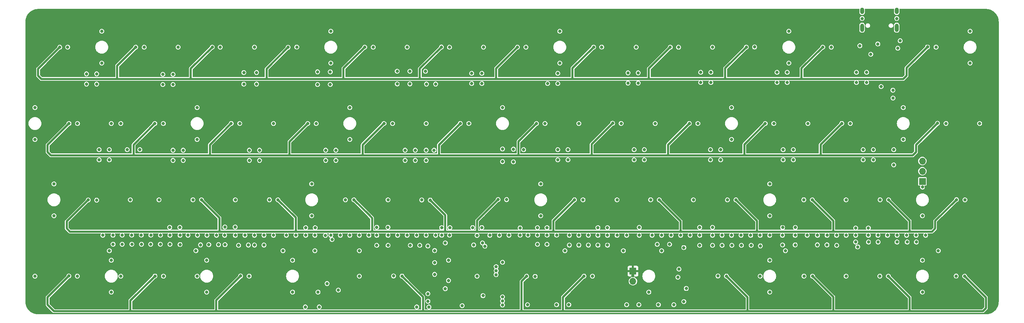
<source format=gbr>
%TF.GenerationSoftware,KiCad,Pcbnew,(7.0.0)*%
%TF.CreationDate,2024-05-03T23:27:27+02:00*%
%TF.ProjectId,minivan,6d696e69-7661-46e2-9e6b-696361645f70,rev?*%
%TF.SameCoordinates,Original*%
%TF.FileFunction,Copper,L2,Inr*%
%TF.FilePolarity,Positive*%
%FSLAX46Y46*%
G04 Gerber Fmt 4.6, Leading zero omitted, Abs format (unit mm)*
G04 Created by KiCad (PCBNEW (7.0.0)) date 2024-05-03 23:27:27*
%MOMM*%
%LPD*%
G01*
G04 APERTURE LIST*
%TA.AperFunction,ComponentPad*%
%ADD10R,1.700000X1.700000*%
%TD*%
%TA.AperFunction,ComponentPad*%
%ADD11O,1.700000X1.700000*%
%TD*%
%TA.AperFunction,ComponentPad*%
%ADD12O,1.000000X1.600000*%
%TD*%
%TA.AperFunction,ComponentPad*%
%ADD13O,1.000000X2.100000*%
%TD*%
%TA.AperFunction,ViaPad*%
%ADD14C,0.800000*%
%TD*%
%TA.AperFunction,Conductor*%
%ADD15C,0.500000*%
%TD*%
G04 APERTURE END LIST*
D10*
%TO.N,VBAT*%
%TO.C,SW1*%
X174624999Y-86831249D03*
D11*
%TO.N,BOOT0*%
X174624999Y-89371249D03*
%TD*%
D10*
%TO.N,GND*%
%TO.C,J4*%
X246856249Y-64452499D03*
D11*
%TO.N,ARGB_3V3*%
X246856249Y-61912499D03*
%TO.N,+5V*%
X246856249Y-59372499D03*
%TD*%
D12*
%TO.N,GND*%
%TO.C,J3*%
X231804749Y-21930749D03*
D13*
X231804749Y-26110749D03*
D12*
X240444749Y-21930749D03*
D13*
X240444749Y-26110749D03*
%TD*%
D14*
%TO.N,GND*%
X208756250Y-84137500D03*
X213518750Y-34925000D03*
X176212500Y-77910991D03*
X125136076Y-81727152D03*
X132015779Y-95457416D03*
X136937750Y-40036750D03*
X173037500Y-95250000D03*
X126888049Y-77899450D03*
X78898750Y-59213750D03*
X125126750Y-87661750D03*
X194087750Y-37242750D03*
X99218750Y-26987500D03*
X123460707Y-92482735D03*
X194470829Y-75919027D03*
X124999750Y-56673750D03*
X117760750Y-56673750D03*
X59848750Y-59213750D03*
X123476752Y-94359981D03*
X89693750Y-92075000D03*
X99532015Y-78962836D03*
X261143750Y-50006250D03*
X113506250Y-77910991D03*
X206375000Y-77910991D03*
X49561510Y-77888255D03*
X143691140Y-77906913D03*
X231256939Y-30596360D03*
X99099351Y-37113712D03*
X61118750Y-30956250D03*
X100488750Y-56673750D03*
X137318750Y-30956250D03*
X187325000Y-94456250D03*
X120300750Y-59213750D03*
X38258750Y-37623750D03*
X123031250Y-77910991D03*
X125157047Y-84719443D03*
X191295829Y-75919027D03*
X100488750Y-59213750D03*
X120650000Y-77910991D03*
X46831250Y-88106250D03*
X233379178Y-76076854D03*
X191293750Y-80422750D03*
X239712500Y-60325000D03*
X118968576Y-40144777D03*
X208756250Y-73025000D03*
X65881250Y-53975000D03*
X210597750Y-39782750D03*
X231804750Y-23812500D03*
X215106250Y-80295750D03*
X59089321Y-80162806D03*
X242093750Y-46037500D03*
X65881250Y-46037500D03*
X120681750Y-95789750D03*
X44450000Y-84137500D03*
X210597750Y-37242750D03*
X199231250Y-46037500D03*
X179387500Y-77910991D03*
X25400000Y-88106250D03*
X142081250Y-56356250D03*
X208756250Y-92075000D03*
X148442445Y-77888600D03*
X214661750Y-59086750D03*
X225440436Y-77910991D03*
X137210823Y-92976677D03*
X99218750Y-77910991D03*
X211931250Y-77910991D03*
X56356250Y-69056250D03*
X142081250Y-46037500D03*
X42068750Y-34925000D03*
X118268750Y-30956250D03*
X106362500Y-77910991D03*
X173386750Y-37369750D03*
X65571922Y-81739530D03*
X230204178Y-76076854D03*
X212121750Y-56546750D03*
X151606250Y-73025000D03*
X223059186Y-77910991D03*
X156368750Y-26987500D03*
X128868472Y-77879253D03*
X187924829Y-91191435D03*
X101600000Y-77910991D03*
X250825000Y-81756250D03*
X128946837Y-75987294D03*
X176223695Y-75942514D03*
X99218750Y-34925000D03*
X206406750Y-80549750D03*
X118268750Y-77910991D03*
X80168750Y-80359065D03*
X235807249Y-79594881D03*
X144811750Y-56419750D03*
X186531250Y-77910991D03*
X180181250Y-50006250D03*
X165893750Y-77910991D03*
X135731250Y-88106250D03*
X82550000Y-80359065D03*
X232060750Y-59086750D03*
X113506250Y-80433020D03*
X110699589Y-80433020D03*
X61603280Y-80205970D03*
X239488250Y-41687750D03*
X40798750Y-37623750D03*
X43973750Y-56546750D03*
X239712500Y-56546750D03*
X230409750Y-39782750D03*
X232949750Y-39782750D03*
X46831250Y-50006250D03*
X150823695Y-77888600D03*
X220677936Y-77910991D03*
X126892878Y-75998489D03*
X51593750Y-56546750D03*
X118968576Y-36969777D03*
X191547750Y-39782750D03*
X194468750Y-77910991D03*
X115887500Y-77910991D03*
X96043750Y-92075000D03*
X158400750Y-59086750D03*
X134616535Y-75981791D03*
X158400750Y-56546750D03*
X113499670Y-75893233D03*
X56689824Y-80146014D03*
X141287500Y-77910991D03*
X150812500Y-76000000D03*
X123031250Y-56673750D03*
X135707578Y-77945669D03*
X170656250Y-77910991D03*
X233394249Y-79594881D03*
X161131250Y-50006250D03*
X178593750Y-92075000D03*
X59045165Y-75917585D03*
X220630750Y-80295750D03*
X194468750Y-80422750D03*
X175418750Y-30956250D03*
X40798750Y-40163750D03*
X246856250Y-92075000D03*
X84931250Y-77910991D03*
X88121686Y-77910991D03*
X213518750Y-26987500D03*
X77524167Y-37283120D03*
X76231750Y-80422750D03*
X242093750Y-53975000D03*
X235759186Y-77910991D03*
X75378901Y-75839565D03*
X25400000Y-46037500D03*
X235743750Y-30162500D03*
X44450000Y-92075000D03*
X95924351Y-37113712D03*
X150812500Y-80168750D03*
X117760750Y-59213750D03*
X155860750Y-37496750D03*
X43973750Y-59086750D03*
X43976563Y-81766946D03*
X177450750Y-56546750D03*
X225456750Y-80422750D03*
X123031250Y-59213750D03*
X153193750Y-80168750D03*
X30162500Y-73025000D03*
X234600750Y-59086750D03*
X191293750Y-77910991D03*
X92995626Y-77906913D03*
X80168750Y-30956250D03*
X232949750Y-37242750D03*
X144811750Y-59594750D03*
X54324010Y-77888255D03*
X113506250Y-69056250D03*
X168275000Y-77910991D03*
X57308750Y-40290750D03*
X189706250Y-69056250D03*
X89693750Y-84137500D03*
X49577824Y-80146014D03*
X158623000Y-95250000D03*
X240506249Y-79594881D03*
X128587500Y-84137500D03*
X48418750Y-56546750D03*
X82550000Y-77910991D03*
X106362500Y-88106250D03*
X193960750Y-59086750D03*
X155860750Y-59086750D03*
X183767493Y-80169237D03*
X95318266Y-76008587D03*
X157648554Y-81756250D03*
X193960750Y-56546750D03*
X170656250Y-69056250D03*
X136937750Y-37496750D03*
X168275000Y-80368750D03*
X71203501Y-80248211D03*
X87298305Y-81745554D03*
X258762500Y-26987500D03*
X191547750Y-37242750D03*
X120300750Y-56673750D03*
X177450750Y-59086750D03*
X146477604Y-77883754D03*
X57308750Y-37750750D03*
X59848750Y-37750750D03*
X61603280Y-77910990D03*
X230686766Y-80793560D03*
X163512500Y-77910991D03*
X175926750Y-39909750D03*
X108743750Y-77910991D03*
X142081250Y-59531250D03*
X258762500Y-34925000D03*
X70710920Y-77906913D03*
X148304250Y-95250000D03*
X176085500Y-95250000D03*
X158750000Y-80368750D03*
X106362500Y-81756250D03*
X84931250Y-50006250D03*
X44450000Y-50006250D03*
X174910750Y-59086750D03*
X211971414Y-75964904D03*
X215106250Y-77910991D03*
X42068750Y-26987500D03*
X30162500Y-65087500D03*
X110701782Y-75888732D03*
X203993750Y-77910991D03*
X47180260Y-77888255D03*
X240444750Y-23812500D03*
X42352866Y-77900892D03*
X243046249Y-79594881D03*
X95250000Y-81756250D03*
X165893750Y-80368750D03*
X230202936Y-77910991D03*
X233377936Y-77910991D03*
X123031250Y-50006250D03*
X54276824Y-80146014D03*
X81438750Y-56673750D03*
X103981250Y-46037500D03*
X138906250Y-77910991D03*
X121443750Y-80422750D03*
X81438750Y-59213750D03*
X68790501Y-80248211D03*
X155586195Y-77888600D03*
X155860750Y-40036750D03*
X68262500Y-84137500D03*
X95265436Y-77910991D03*
X80168750Y-77910991D03*
X136889542Y-75981791D03*
X92868750Y-95789750D03*
X246856250Y-73025000D03*
X127793750Y-91217750D03*
X173386750Y-39909750D03*
X78659615Y-80359065D03*
X61575438Y-75923528D03*
X194468750Y-30956250D03*
X80699167Y-40163750D03*
X184816750Y-95250000D03*
X155860750Y-56546750D03*
X155575000Y-95250000D03*
X161131250Y-77910991D03*
X142100027Y-84650000D03*
X215146414Y-75964904D03*
X59848750Y-40290750D03*
X115793576Y-36969777D03*
X97948750Y-59213750D03*
X206375000Y-88106250D03*
X180975000Y-95250000D03*
X51990824Y-80146014D03*
X94456250Y-73025000D03*
X208756250Y-65087500D03*
X51942760Y-77888255D03*
X25400000Y-53975000D03*
X158750000Y-77910991D03*
X41433750Y-56546750D03*
X161131250Y-80368750D03*
X174910750Y-56546750D03*
X110699589Y-77910645D03*
X103981250Y-53975000D03*
X204123726Y-80412010D03*
X123094750Y-40163750D03*
X196500750Y-59086750D03*
X96343750Y-95789750D03*
X181768750Y-77910991D03*
X240710416Y-31234374D03*
X75406250Y-69056250D03*
X196881750Y-80422750D03*
X232060750Y-56546750D03*
X153193750Y-76000000D03*
X223043750Y-80295750D03*
X72754961Y-77909893D03*
X246856250Y-65881250D03*
X199231250Y-77910991D03*
X59848750Y-56673750D03*
X44908995Y-80123969D03*
X65881250Y-88106250D03*
X218281250Y-50006250D03*
X80699167Y-37283120D03*
X156368750Y-34925000D03*
X242902936Y-77910991D03*
X134397750Y-40036750D03*
X201612500Y-77910991D03*
X97948750Y-56673750D03*
X62388750Y-56673750D03*
X230182731Y-79594881D03*
X246856250Y-84137500D03*
X66706750Y-80295750D03*
X213137750Y-37242750D03*
X211965968Y-80314427D03*
X163512500Y-80368750D03*
X213137750Y-39782750D03*
X63567170Y-77906913D03*
X72781802Y-75856359D03*
X49212500Y-69056250D03*
X240521686Y-77910991D03*
X122840750Y-36988750D03*
X212669250Y-81756250D03*
X77524167Y-40163750D03*
X123729750Y-95789750D03*
X245332249Y-79594881D03*
X168275000Y-76000000D03*
X196500750Y-56546750D03*
X208756250Y-77910991D03*
X95924351Y-40288712D03*
X238140436Y-77910991D03*
X68329670Y-77906913D03*
X44900435Y-77899450D03*
X75406250Y-77910991D03*
X119085160Y-80433020D03*
X90502936Y-77910991D03*
X151606250Y-65087500D03*
X218109592Y-77906913D03*
X175926750Y-37369750D03*
X153204945Y-77888600D03*
X188912500Y-77910991D03*
X194087750Y-39782750D03*
X147351750Y-56546750D03*
X181768750Y-81756250D03*
X125380750Y-40163750D03*
X153320750Y-40036750D03*
X227806250Y-88106250D03*
X134397750Y-37496750D03*
X234600750Y-56546750D03*
X212121750Y-59086750D03*
X92989701Y-76008587D03*
X38258750Y-40163750D03*
X241300000Y-29368750D03*
X77787500Y-77910991D03*
X172243750Y-81756250D03*
X98298000Y-89947750D03*
X165893750Y-76000000D03*
X184150000Y-77910991D03*
X247665436Y-77910991D03*
X201707750Y-80422750D03*
X78898750Y-56673750D03*
X115793576Y-40144777D03*
X103981250Y-77910991D03*
X72852573Y-80269505D03*
X233975432Y-32724568D03*
X125412500Y-77910991D03*
X94456250Y-65087500D03*
X68262500Y-92075000D03*
X47164824Y-80146014D03*
X230409750Y-37242750D03*
X41433750Y-59086750D03*
X199231250Y-53975000D03*
X214661750Y-56546750D03*
X65948420Y-77906913D03*
X196850000Y-77910991D03*
X227806250Y-69056250D03*
X239503951Y-43656250D03*
X227821686Y-77910991D03*
X101123750Y-91598750D03*
X62388750Y-59213750D03*
X59073007Y-77905047D03*
X199294750Y-80422750D03*
X173037500Y-77910991D03*
X146474314Y-76065659D03*
X56705260Y-77888255D03*
X99099351Y-40288712D03*
X245284186Y-77910991D03*
%TO.N,ROW0*%
X126837694Y-30930313D03*
X107679906Y-30954609D03*
X88583031Y-31008123D03*
X183938865Y-30966536D03*
X221975902Y-30956249D03*
X69649268Y-30956249D03*
X31588616Y-30976022D03*
X164808968Y-30956250D03*
X145797394Y-30956249D03*
X202910974Y-30957890D03*
X248123423Y-30923308D03*
X50559884Y-30956249D03*
%TO.N,COL0*%
X36026707Y-50029304D03*
X33571330Y-30941440D03*
X35976475Y-88087317D03*
X40799053Y-69123773D03*
%TO.N,COL1*%
X52660754Y-30982186D03*
X57466603Y-88095963D03*
X57449712Y-50017777D03*
X64823209Y-69040599D03*
%TO.N,COL2*%
X83909432Y-69038958D03*
X78859548Y-88088958D03*
X76505195Y-50006250D03*
X71646391Y-30956249D03*
%TO.N,COL3*%
X90735774Y-30930313D03*
X95585935Y-50029304D03*
X97885826Y-77932972D03*
X102881182Y-69049245D03*
%TO.N,COL4*%
X114882974Y-88070026D03*
X121918692Y-69101118D03*
X109806712Y-30971900D03*
X114620725Y-50021899D03*
%TO.N,COL5*%
X128834817Y-30982186D03*
X133662880Y-50006249D03*
X143108946Y-69014663D03*
X150232488Y-88163486D03*
%TO.N,ROW1*%
X188686073Y-49988959D03*
X150566382Y-50021900D03*
X169550580Y-49965904D03*
X112493918Y-50004608D03*
X207643854Y-50000486D03*
X74378388Y-49988959D03*
X131536073Y-49988958D03*
X226739964Y-49988959D03*
X250629874Y-49967545D03*
X93459128Y-50012013D03*
X33899900Y-50012013D03*
X55322905Y-50000486D03*
%TO.N,COL6*%
X162170357Y-69057890D03*
X152693189Y-50039191D03*
X147924201Y-30956249D03*
X164531034Y-88106250D03*
%TO.N,COL7*%
X179040036Y-69038958D03*
X171677387Y-49983195D03*
X166832028Y-30930313D03*
X180689250Y-80168750D03*
%TO.N,COL8*%
X195828623Y-88073308D03*
X185987861Y-30992473D03*
X190812880Y-50006250D03*
X198195423Y-69073541D03*
%TO.N,COL9*%
X217306383Y-88083595D03*
X217261073Y-69038959D03*
X204985907Y-30923308D03*
X209770661Y-50017777D03*
%TO.N,COL10*%
X224115677Y-30956249D03*
X236292020Y-69038959D03*
X236241909Y-88088958D03*
X228866771Y-50006250D03*
%TO.N,COL11*%
X257469229Y-69048565D03*
X185837607Y-88354570D03*
X255280942Y-88081274D03*
X250250230Y-30940599D03*
X186118250Y-86356864D03*
X252756681Y-49984836D03*
%TO.N,ROW2*%
X86036239Y-69056249D03*
X219387880Y-69056250D03*
X124045499Y-69118409D03*
X160043550Y-69040599D03*
X181166843Y-69056249D03*
X140982139Y-68997372D03*
X200322230Y-69090832D03*
X66950016Y-69057890D03*
X255342422Y-69031274D03*
X238418827Y-69056250D03*
X105007989Y-69066536D03*
X38672246Y-69106482D03*
%TO.N,ROW3*%
X238368716Y-88106249D03*
X76732741Y-88071667D03*
X137692488Y-80624941D03*
X257407749Y-88098565D03*
X148105681Y-88146195D03*
X134882550Y-80325227D03*
X33849668Y-88070026D03*
X117009781Y-88087317D03*
X162404227Y-88088959D03*
X55339796Y-88078672D03*
X197955430Y-88090599D03*
X219433190Y-88100886D03*
%TO.N,VBAT*%
X132071975Y-91966482D03*
X140283777Y-83538954D03*
X174625000Y-87921747D03*
X95250000Y-84931250D03*
X139748557Y-91690518D03*
X135723750Y-81763464D03*
X131730750Y-84105750D03*
X181768750Y-84931250D03*
X234038883Y-35956233D03*
%TO.N,+5V*%
X236537500Y-40798750D03*
%TO.N,APLEX_OUT_PIN_0*%
X123451464Y-80588964D03*
X187325000Y-80962500D03*
%TO.N,APLEX_EN_PIN_1*%
X137073750Y-79810491D03*
X127803750Y-79810491D03*
%TO.N,AMUX_SEL_2*%
X140493750Y-85725000D03*
X142081250Y-93273096D03*
%TO.N,AMUX_SEL_1*%
X142081250Y-94297694D03*
X140506298Y-86737051D03*
%TO.N,AMUX_SEL_0*%
X140484508Y-87736316D03*
X142081250Y-95297197D03*
%TO.N,ARGB_3V3*%
X128587500Y-89183000D03*
%TD*%
D15*
%TO.N,ROW0*%
X197643750Y-38893750D02*
X216693750Y-38893750D01*
X159543750Y-36221468D02*
X164808968Y-30956250D01*
X242887500Y-38100000D02*
X242887500Y-36159230D01*
X46037500Y-38893750D02*
X64293750Y-38893750D01*
X26987500Y-38893750D02*
X46037500Y-38893750D01*
X178593750Y-36311650D02*
X183938865Y-30966536D01*
X122237500Y-38893750D02*
X140493750Y-38893750D01*
X216693750Y-38893750D02*
X216693750Y-36238400D01*
X242887500Y-36159230D02*
X248123423Y-30923308D01*
X178593750Y-38893750D02*
X197643750Y-38893750D01*
X83211202Y-36379952D02*
X83211202Y-38761202D01*
X64293750Y-36311768D02*
X69649268Y-30956249D01*
X64293750Y-38893750D02*
X83343750Y-38893750D01*
X159543750Y-38893750D02*
X178593750Y-38893750D01*
X121443750Y-38893750D02*
X121443750Y-36324256D01*
X50559884Y-30956249D02*
X45917441Y-35598691D01*
X45917441Y-35598691D02*
X45917441Y-38773691D01*
X64293750Y-36311768D02*
X64293750Y-38893750D01*
X140493750Y-38893750D02*
X159543750Y-38893750D01*
X197643750Y-36225114D02*
X202910974Y-30957890D01*
X45917441Y-38773691D02*
X46037500Y-38893750D01*
X216693750Y-38893750D02*
X242093750Y-38893750D01*
X140493750Y-38893750D02*
X140493750Y-36259892D01*
X26193750Y-38100000D02*
X26193750Y-36370888D01*
X197643750Y-38893750D02*
X197643750Y-36225114D01*
X159543750Y-36221468D02*
X159543750Y-38893750D01*
X242093750Y-38893750D02*
X242887500Y-38100000D01*
X83211202Y-38761202D02*
X83343750Y-38893750D01*
X26193750Y-38100000D02*
X26987500Y-38893750D01*
X88583031Y-31008123D02*
X83211202Y-36379952D01*
X101600000Y-38893750D02*
X122237500Y-38893750D01*
X101600000Y-38893750D02*
X102393750Y-38893750D01*
X83343750Y-38893750D02*
X101600000Y-38893750D01*
X102393750Y-38893750D02*
X102393750Y-36240764D01*
X140493750Y-36259892D02*
X145797394Y-30956249D01*
X121443750Y-36324256D02*
X126837694Y-30930313D01*
X121443750Y-38893750D02*
X122237500Y-38893750D01*
X26193750Y-36370888D02*
X31588616Y-30976022D01*
X102393750Y-36240764D02*
X107679906Y-30954609D01*
X178593750Y-38893750D02*
X178593750Y-36311650D01*
X216693750Y-36238400D02*
X221975902Y-30956249D01*
%TO.N,ROW1*%
X188686073Y-49988959D02*
X183356250Y-55318782D01*
X50006250Y-57943750D02*
X50006250Y-55317140D01*
X88900000Y-57943750D02*
X107156250Y-57943750D01*
X29368750Y-57943750D02*
X28575000Y-57150000D01*
X29368750Y-57943750D02*
X50006250Y-57943750D01*
X164306250Y-55210234D02*
X164306250Y-57943750D01*
X69056250Y-57943750D02*
X69056250Y-55311096D01*
X244475000Y-57943750D02*
X245268750Y-57150000D01*
X28575000Y-57150000D02*
X28575000Y-55336912D01*
X50006250Y-57943750D02*
X69056250Y-57943750D01*
X221456250Y-55272673D02*
X221456250Y-57943750D01*
X107156250Y-55342276D02*
X107156250Y-57943750D01*
X126206250Y-57943750D02*
X146050000Y-57943750D01*
X28575000Y-55336912D02*
X33899900Y-50012013D01*
X169550580Y-49965904D02*
X164306250Y-55210234D01*
X183356250Y-57943750D02*
X202406250Y-57943750D01*
X245268750Y-55328669D02*
X245268750Y-57150000D01*
X50006250Y-55317140D02*
X55322905Y-50000486D01*
X146050000Y-57943750D02*
X164306250Y-57943750D01*
X150566382Y-50021900D02*
X146728516Y-53859766D01*
X202406250Y-57943750D02*
X221456250Y-57943750D01*
X202406250Y-55238090D02*
X202406250Y-57943750D01*
X88900000Y-54571141D02*
X88900000Y-57943750D01*
X183356250Y-55318782D02*
X183356250Y-57943750D01*
X146050000Y-54538282D02*
X146728516Y-53859766D01*
X69056250Y-55311096D02*
X74378388Y-49988959D01*
X93459128Y-50012013D02*
X88900000Y-54571141D01*
X69056250Y-57943750D02*
X88900000Y-57943750D01*
X164306250Y-57943750D02*
X183356250Y-57943750D01*
X146050000Y-57943750D02*
X146050000Y-54538282D01*
X207643854Y-50000486D02*
X202406250Y-55238090D01*
X221456250Y-57943750D02*
X244475000Y-57943750D01*
X226739964Y-49988959D02*
X221456250Y-55272673D01*
X112493918Y-50004608D02*
X107156250Y-55342276D01*
X250629874Y-49967545D02*
X245268750Y-55328669D01*
X126206250Y-55318781D02*
X126206250Y-57943750D01*
X107156250Y-57943750D02*
X126206250Y-57943750D01*
X131536073Y-49988958D02*
X126206250Y-55318781D01*
%TO.N,ROW2*%
X181166843Y-69056249D02*
X186531250Y-74420656D01*
X243681250Y-74318673D02*
X243681250Y-76993750D01*
X33337500Y-74441228D02*
X33337500Y-76200000D01*
X200322230Y-69090832D02*
X205581250Y-74349852D01*
X238418827Y-69056250D02*
X243681250Y-74318673D01*
X205581250Y-74349852D02*
X205581250Y-76993750D01*
X249237500Y-76993750D02*
X250031250Y-76200000D01*
X66950016Y-69057890D02*
X71437500Y-73545374D01*
X105007989Y-69066536D02*
X108855102Y-72913648D01*
X135731250Y-76993750D02*
X154781250Y-76993750D01*
X108855102Y-72913648D02*
X109537500Y-73596046D01*
X154781250Y-76993750D02*
X186531250Y-76993750D01*
X90487500Y-76993750D02*
X109537500Y-76993750D01*
X224631250Y-74299620D02*
X224631250Y-76993750D01*
X160043550Y-69040599D02*
X154781250Y-74302899D01*
X250031250Y-74342446D02*
X250031250Y-76200000D01*
X127793750Y-76993750D02*
X135731250Y-76993750D01*
X243681250Y-76993750D02*
X249237500Y-76993750D01*
X219387880Y-69056250D02*
X224631250Y-74299620D01*
X90487500Y-73507510D02*
X90487500Y-76993750D01*
X127793750Y-72866660D02*
X127793750Y-76993750D01*
X33337500Y-76200000D02*
X34131250Y-76993750D01*
X86036239Y-69056249D02*
X90487500Y-73507510D01*
X109537500Y-73596046D02*
X109537500Y-76993750D01*
X224631250Y-76993750D02*
X243681250Y-76993750D01*
X140982139Y-68997372D02*
X135731250Y-74248261D01*
X205581250Y-76993750D02*
X224631250Y-76993750D01*
X71437500Y-76993750D02*
X90487500Y-76993750D01*
X109537500Y-76993750D02*
X127793750Y-76993750D01*
X124045499Y-69118409D02*
X127793750Y-72866660D01*
X186531250Y-76993750D02*
X205581250Y-76993750D01*
X38672246Y-69106482D02*
X33337500Y-74441228D01*
X154781250Y-74302899D02*
X154781250Y-76993750D01*
X135731250Y-74248261D02*
X135731250Y-76993750D01*
X255342422Y-69031274D02*
X250031250Y-74342446D01*
X71437500Y-73545374D02*
X71437500Y-76993750D01*
X34131250Y-76993750D02*
X71437500Y-76993750D01*
X186531250Y-74420656D02*
X186531250Y-76993750D01*
%TO.N,ROW3*%
X148105681Y-88146195D02*
X146843750Y-89408126D01*
X238368716Y-88106249D02*
X243681250Y-93418783D01*
X203200000Y-96837500D02*
X224631250Y-96837500D01*
X122237500Y-93315036D02*
X122237500Y-96837500D01*
X219433190Y-88100886D02*
X224631250Y-93298946D01*
X197955430Y-88090599D02*
X203200000Y-93335169D01*
X70643750Y-94160658D02*
X70643750Y-96837500D01*
X28575000Y-93344694D02*
X28575000Y-95250000D01*
X33849668Y-88070026D02*
X28575000Y-93344694D01*
X146843750Y-89408126D02*
X146843750Y-96837500D01*
X55339796Y-88078672D02*
X49212500Y-94205968D01*
X122237500Y-96837500D02*
X146843750Y-96837500D01*
X257407749Y-88098565D02*
X262731250Y-93422066D01*
X76732741Y-88071667D02*
X70643750Y-94160658D01*
X157162500Y-96837500D02*
X203200000Y-96837500D01*
X146843750Y-96837500D02*
X157162500Y-96837500D01*
X224631250Y-93298946D02*
X224631250Y-96837500D01*
X224631250Y-96837500D02*
X261937500Y-96837500D01*
X30162500Y-96837500D02*
X49212500Y-96837500D01*
X157162500Y-93330686D02*
X157162500Y-96837500D01*
X243681250Y-93418783D02*
X243681250Y-96837500D01*
X49212500Y-96837500D02*
X70643750Y-96837500D01*
X70643750Y-96837500D02*
X122237500Y-96837500D01*
X117009781Y-88087317D02*
X122237500Y-93315036D01*
X28575000Y-95250000D02*
X30162500Y-96837500D01*
X262731250Y-93422066D02*
X262731250Y-96043750D01*
X49212500Y-94205968D02*
X49212500Y-96837500D01*
X262731250Y-96043750D02*
X261937500Y-96837500D01*
X203200000Y-93335169D02*
X203200000Y-96837500D01*
X162404227Y-88088959D02*
X157162500Y-93330686D01*
%TD*%
%TA.AperFunction,Conductor*%
%TO.N,VBAT*%
G36*
X231121284Y-21434056D02*
G01*
X231125421Y-21440050D01*
X231125127Y-21447328D01*
X231119610Y-21461878D01*
X231119526Y-21462562D01*
X231119526Y-21462566D01*
X231104401Y-21587133D01*
X231104250Y-21588378D01*
X231104250Y-22273122D01*
X231104291Y-22273465D01*
X231104292Y-22273470D01*
X231114527Y-22357765D01*
X231119610Y-22399622D01*
X231119855Y-22400268D01*
X231178098Y-22553846D01*
X231179932Y-22558680D01*
X231180325Y-22559249D01*
X231180327Y-22559253D01*
X231211974Y-22605101D01*
X231276567Y-22698679D01*
X231403898Y-22811484D01*
X231473587Y-22848060D01*
X231553907Y-22890216D01*
X231553909Y-22890216D01*
X231554525Y-22890540D01*
X231691599Y-22924325D01*
X231719020Y-22931084D01*
X231719694Y-22931250D01*
X231889112Y-22931250D01*
X231889806Y-22931250D01*
X232054975Y-22890540D01*
X232205602Y-22811484D01*
X232332933Y-22698679D01*
X232429568Y-22558680D01*
X232489890Y-22399622D01*
X232505250Y-22273122D01*
X232505250Y-21588378D01*
X232489890Y-21461878D01*
X232484372Y-21447328D01*
X232484079Y-21440050D01*
X232488216Y-21434056D01*
X232495125Y-21431750D01*
X239754375Y-21431750D01*
X239761284Y-21434056D01*
X239765421Y-21440050D01*
X239765127Y-21447328D01*
X239759610Y-21461878D01*
X239759526Y-21462562D01*
X239759526Y-21462566D01*
X239744401Y-21587133D01*
X239744250Y-21588378D01*
X239744250Y-22273122D01*
X239744291Y-22273465D01*
X239744292Y-22273470D01*
X239754527Y-22357765D01*
X239759610Y-22399622D01*
X239759855Y-22400268D01*
X239818098Y-22553846D01*
X239819932Y-22558680D01*
X239820325Y-22559249D01*
X239820327Y-22559253D01*
X239851974Y-22605101D01*
X239916567Y-22698679D01*
X240043898Y-22811484D01*
X240113587Y-22848060D01*
X240193907Y-22890216D01*
X240193909Y-22890216D01*
X240194525Y-22890540D01*
X240331599Y-22924325D01*
X240359020Y-22931084D01*
X240359694Y-22931250D01*
X240529112Y-22931250D01*
X240529806Y-22931250D01*
X240694975Y-22890540D01*
X240845602Y-22811484D01*
X240972933Y-22698679D01*
X241069568Y-22558680D01*
X241129890Y-22399622D01*
X241145250Y-22273122D01*
X241145250Y-21588378D01*
X241129890Y-21461878D01*
X241124372Y-21447328D01*
X241124079Y-21440050D01*
X241128216Y-21434056D01*
X241135125Y-21431750D01*
X262730750Y-21431750D01*
X262730953Y-21431750D01*
X262731555Y-21431766D01*
X262864487Y-21438734D01*
X262864525Y-21438752D01*
X262864525Y-21438737D01*
X262864682Y-21438744D01*
X263069799Y-21450267D01*
X263070925Y-21450388D01*
X263232088Y-21475916D01*
X263409488Y-21506060D01*
X263410461Y-21506273D01*
X263572919Y-21549806D01*
X263572922Y-21549807D01*
X263655299Y-21573540D01*
X263741052Y-21598247D01*
X263741982Y-21598558D01*
X263900799Y-21659524D01*
X263901021Y-21659612D01*
X264060720Y-21725763D01*
X264061488Y-21726117D01*
X264214021Y-21803837D01*
X264214363Y-21804019D01*
X264364668Y-21887091D01*
X264365368Y-21887511D01*
X264509408Y-21981052D01*
X264509746Y-21981282D01*
X264649376Y-22080355D01*
X264649399Y-22080371D01*
X264649976Y-22080809D01*
X264783666Y-22189069D01*
X264784062Y-22189406D01*
X264877349Y-22272773D01*
X264911552Y-22303339D01*
X264912021Y-22303782D01*
X265033716Y-22425477D01*
X265034159Y-22425946D01*
X265148078Y-22553420D01*
X265148428Y-22553832D01*
X265189946Y-22605101D01*
X265256685Y-22687517D01*
X265257127Y-22688099D01*
X265356198Y-22827725D01*
X265356464Y-22828117D01*
X265449987Y-22972130D01*
X265450407Y-22972830D01*
X265533479Y-23123135D01*
X265533661Y-23123477D01*
X265611368Y-23275982D01*
X265611746Y-23276802D01*
X265677877Y-23436455D01*
X265677988Y-23436735D01*
X265738937Y-23595509D01*
X265739251Y-23596446D01*
X265787670Y-23764501D01*
X265787724Y-23764696D01*
X265792694Y-23783242D01*
X265831218Y-23927008D01*
X265831443Y-23928036D01*
X265838566Y-23969953D01*
X265861582Y-24105410D01*
X265861602Y-24105537D01*
X265887108Y-24266560D01*
X265887232Y-24267714D01*
X265898763Y-24472973D01*
X265898765Y-24473016D01*
X265905734Y-24605945D01*
X265905750Y-24606547D01*
X265905750Y-94455953D01*
X265905734Y-94456555D01*
X265898765Y-94589483D01*
X265898763Y-94589526D01*
X265887232Y-94794784D01*
X265887108Y-94795938D01*
X265861602Y-94956961D01*
X265861582Y-94957088D01*
X265831448Y-95134439D01*
X265831218Y-95135490D01*
X265787728Y-95297790D01*
X265787670Y-95297997D01*
X265739251Y-95466052D01*
X265738937Y-95466989D01*
X265677988Y-95625763D01*
X265677877Y-95626043D01*
X265611746Y-95785696D01*
X265611368Y-95786516D01*
X265533661Y-95939021D01*
X265533479Y-95939363D01*
X265450407Y-96089668D01*
X265449987Y-96090368D01*
X265356464Y-96234381D01*
X265356198Y-96234773D01*
X265257127Y-96374399D01*
X265256685Y-96374981D01*
X265148440Y-96508652D01*
X265148078Y-96509078D01*
X265034159Y-96636552D01*
X265033716Y-96637021D01*
X264912021Y-96758716D01*
X264911552Y-96759159D01*
X264784078Y-96873078D01*
X264783652Y-96873440D01*
X264649981Y-96981685D01*
X264649399Y-96982127D01*
X264509773Y-97081198D01*
X264509381Y-97081464D01*
X264365368Y-97174987D01*
X264364668Y-97175407D01*
X264214363Y-97258479D01*
X264214021Y-97258661D01*
X264061516Y-97336368D01*
X264060696Y-97336746D01*
X263901043Y-97402877D01*
X263900763Y-97402988D01*
X263741989Y-97463937D01*
X263741052Y-97464251D01*
X263572997Y-97512670D01*
X263572790Y-97512728D01*
X263410490Y-97556218D01*
X263409447Y-97556446D01*
X263347804Y-97566920D01*
X263232088Y-97586582D01*
X263231961Y-97586602D01*
X263070938Y-97612108D01*
X263069784Y-97612232D01*
X262864526Y-97623763D01*
X262864483Y-97623765D01*
X262731555Y-97630734D01*
X262730953Y-97630750D01*
X26194047Y-97630750D01*
X26193445Y-97630734D01*
X26060550Y-97623769D01*
X26060508Y-97623749D01*
X26060508Y-97623767D01*
X25855208Y-97612237D01*
X25854054Y-97612113D01*
X25693148Y-97586628D01*
X25693030Y-97586559D01*
X25693022Y-97586608D01*
X25515536Y-97556451D01*
X25514486Y-97556221D01*
X25352229Y-97512744D01*
X25352021Y-97512687D01*
X25183942Y-97464266D01*
X25183005Y-97463951D01*
X25024224Y-97402999D01*
X25023944Y-97402888D01*
X24864292Y-97336759D01*
X24863472Y-97336381D01*
X24710978Y-97258681D01*
X24710636Y-97258499D01*
X24560314Y-97175419D01*
X24559614Y-97174999D01*
X24486624Y-97127599D01*
X24415582Y-97081463D01*
X24415239Y-97081231D01*
X24318749Y-97012768D01*
X24275588Y-96982143D01*
X24275006Y-96981701D01*
X24141332Y-96873454D01*
X24140906Y-96873092D01*
X24013436Y-96759178D01*
X24012967Y-96758735D01*
X23891263Y-96637031D01*
X23890820Y-96636562D01*
X23776906Y-96509092D01*
X23776544Y-96508666D01*
X23668297Y-96374992D01*
X23667855Y-96374410D01*
X23664782Y-96370079D01*
X23568753Y-96234739D01*
X23568551Y-96234442D01*
X23474989Y-96090368D01*
X23474579Y-96089684D01*
X23453968Y-96052392D01*
X23391499Y-95939362D01*
X23391317Y-95939020D01*
X23371367Y-95899866D01*
X23313609Y-95786509D01*
X23313247Y-95785725D01*
X23247110Y-95626054D01*
X23246999Y-95625774D01*
X23233992Y-95591890D01*
X23186038Y-95466966D01*
X23185741Y-95466083D01*
X23137311Y-95297977D01*
X23137254Y-95297769D01*
X23129019Y-95267035D01*
X28119730Y-95267035D01*
X28119888Y-95267874D01*
X28119889Y-95267878D01*
X28130748Y-95325268D01*
X28130820Y-95325692D01*
X28136302Y-95362065D01*
X28139652Y-95384287D01*
X28140025Y-95385062D01*
X28140026Y-95385064D01*
X28142721Y-95390660D01*
X28143659Y-95393512D01*
X28144814Y-95399621D01*
X28144818Y-95399633D01*
X28144977Y-95400472D01*
X28145378Y-95401231D01*
X28145379Y-95401233D01*
X28172674Y-95452878D01*
X28172868Y-95453262D01*
X28179479Y-95466989D01*
X28198575Y-95506642D01*
X28202616Y-95510998D01*
X28203388Y-95511830D01*
X28205123Y-95514274D01*
X28208434Y-95520538D01*
X28209043Y-95521147D01*
X28250351Y-95562455D01*
X28250649Y-95562765D01*
X28290945Y-95606194D01*
X28297075Y-95609733D01*
X28299454Y-95611558D01*
X29825603Y-97137706D01*
X29826462Y-97138668D01*
X29852621Y-97171470D01*
X29853330Y-97171954D01*
X29853332Y-97171955D01*
X29901592Y-97204858D01*
X29901943Y-97205107D01*
X29948925Y-97239782D01*
X29948927Y-97239783D01*
X29949618Y-97240293D01*
X29956295Y-97242629D01*
X29958975Y-97243982D01*
X29964827Y-97247972D01*
X30021479Y-97265446D01*
X30021846Y-97265566D01*
X30077801Y-97285146D01*
X30084874Y-97285410D01*
X30087830Y-97285912D01*
X30094598Y-97288000D01*
X30153858Y-97288000D01*
X30154287Y-97288007D01*
X30213510Y-97290224D01*
X30220347Y-97288391D01*
X30223323Y-97288000D01*
X49144598Y-97288000D01*
X49160442Y-97288000D01*
X49163000Y-97288287D01*
X49178454Y-97291815D01*
X49228933Y-97288031D01*
X49229792Y-97288000D01*
X49246262Y-97288000D01*
X70575848Y-97288000D01*
X70591692Y-97288000D01*
X70594250Y-97288287D01*
X70609704Y-97291815D01*
X70660183Y-97288031D01*
X70661042Y-97288000D01*
X70677512Y-97288000D01*
X122169598Y-97288000D01*
X122185442Y-97288000D01*
X122188000Y-97288287D01*
X122203454Y-97291815D01*
X122253933Y-97288031D01*
X122254792Y-97288000D01*
X122271262Y-97288000D01*
X146775848Y-97288000D01*
X146791692Y-97288000D01*
X146794250Y-97288287D01*
X146809704Y-97291815D01*
X146860183Y-97288031D01*
X146861042Y-97288000D01*
X146877512Y-97288000D01*
X157094598Y-97288000D01*
X157110442Y-97288000D01*
X157113000Y-97288287D01*
X157128454Y-97291815D01*
X157178933Y-97288031D01*
X157179792Y-97288000D01*
X157196262Y-97288000D01*
X203132098Y-97288000D01*
X203147942Y-97288000D01*
X203150500Y-97288287D01*
X203165954Y-97291815D01*
X203216433Y-97288031D01*
X203217292Y-97288000D01*
X203233762Y-97288000D01*
X224563348Y-97288000D01*
X224579192Y-97288000D01*
X224581750Y-97288287D01*
X224597204Y-97291815D01*
X224647683Y-97288031D01*
X224648542Y-97288000D01*
X224665012Y-97288000D01*
X243629192Y-97288000D01*
X243631750Y-97288287D01*
X243647204Y-97291815D01*
X243697683Y-97288031D01*
X243698542Y-97288000D01*
X261911550Y-97288000D01*
X261912838Y-97288072D01*
X261954535Y-97292770D01*
X262012791Y-97281746D01*
X262013127Y-97281688D01*
X262071787Y-97272848D01*
X262078160Y-97269777D01*
X262081014Y-97268838D01*
X262087972Y-97267523D01*
X262140399Y-97239813D01*
X262140763Y-97239630D01*
X262194142Y-97213925D01*
X262199333Y-97209107D01*
X262201772Y-97207377D01*
X262208038Y-97204066D01*
X262249980Y-97162122D01*
X262250235Y-97161877D01*
X262293694Y-97121555D01*
X262297234Y-97115421D01*
X262299056Y-97113046D01*
X263031465Y-96380636D01*
X263032408Y-96379794D01*
X263065220Y-96353629D01*
X263098624Y-96304632D01*
X263098840Y-96304328D01*
X263134043Y-96256632D01*
X263136379Y-96249953D01*
X263137727Y-96247280D01*
X263141722Y-96241423D01*
X263159196Y-96184767D01*
X263159323Y-96184382D01*
X263178896Y-96128449D01*
X263179160Y-96121372D01*
X263179661Y-96118421D01*
X263181750Y-96111652D01*
X263181750Y-96052392D01*
X263181758Y-96051962D01*
X263182110Y-96042557D01*
X263183974Y-95992740D01*
X263182141Y-95985902D01*
X263181750Y-95982927D01*
X263181750Y-93448016D01*
X263181822Y-93446728D01*
X263183806Y-93429115D01*
X263186520Y-93405031D01*
X263175498Y-93346783D01*
X263175437Y-93346429D01*
X263166598Y-93287779D01*
X263163524Y-93281398D01*
X263162588Y-93278550D01*
X263162508Y-93278126D01*
X263161273Y-93271594D01*
X263159985Y-93269158D01*
X263133578Y-93219195D01*
X263133384Y-93218811D01*
X263126284Y-93204067D01*
X263107675Y-93165424D01*
X263102857Y-93160232D01*
X263101121Y-93157785D01*
X263100679Y-93156949D01*
X263097815Y-93151528D01*
X263055909Y-93109622D01*
X263055611Y-93109312D01*
X263015305Y-93065872D01*
X263014561Y-93065442D01*
X263014558Y-93065440D01*
X263009174Y-93062332D01*
X263006792Y-93060505D01*
X258011427Y-88065140D01*
X258008157Y-88058509D01*
X257992793Y-87941803D01*
X257932285Y-87795724D01*
X257836031Y-87670283D01*
X257825649Y-87662317D01*
X257711183Y-87574484D01*
X257711182Y-87574483D01*
X257710590Y-87574029D01*
X257709900Y-87573743D01*
X257709898Y-87573742D01*
X257565202Y-87513807D01*
X257565200Y-87513806D01*
X257564511Y-87513521D01*
X257563769Y-87513423D01*
X257563768Y-87513423D01*
X257442407Y-87497445D01*
X257407749Y-87492883D01*
X257407005Y-87492981D01*
X257251729Y-87513423D01*
X257251726Y-87513423D01*
X257250987Y-87513521D01*
X257250299Y-87513805D01*
X257250295Y-87513807D01*
X257105599Y-87573742D01*
X257105594Y-87573744D01*
X257104908Y-87574029D01*
X257104318Y-87574481D01*
X257104314Y-87574484D01*
X256980064Y-87669824D01*
X256980060Y-87669827D01*
X256979467Y-87670283D01*
X256979011Y-87670876D01*
X256979008Y-87670880D01*
X256883668Y-87795130D01*
X256883665Y-87795134D01*
X256883213Y-87795724D01*
X256882928Y-87796410D01*
X256882926Y-87796415D01*
X256822991Y-87941111D01*
X256822989Y-87941115D01*
X256822705Y-87941803D01*
X256822607Y-87942542D01*
X256822607Y-87942545D01*
X256816434Y-87989433D01*
X256802067Y-88098565D01*
X256802165Y-88099309D01*
X256822264Y-88251982D01*
X256822705Y-88255327D01*
X256822990Y-88256016D01*
X256822991Y-88256018D01*
X256882380Y-88399397D01*
X256883213Y-88401406D01*
X256883667Y-88401998D01*
X256883668Y-88401999D01*
X256977011Y-88523647D01*
X256979467Y-88526847D01*
X257104908Y-88623101D01*
X257250987Y-88683609D01*
X257367693Y-88698973D01*
X257374323Y-88702243D01*
X262277382Y-93605301D01*
X262279875Y-93609032D01*
X262280750Y-93613433D01*
X262280750Y-95852382D01*
X262277382Y-95860514D01*
X261754265Y-96383632D01*
X261750534Y-96386125D01*
X261746133Y-96387000D01*
X244143250Y-96387000D01*
X244135118Y-96383632D01*
X244131750Y-96375500D01*
X244131750Y-93444733D01*
X244131822Y-93443445D01*
X244133353Y-93429858D01*
X244136520Y-93401748D01*
X244136360Y-93400903D01*
X244136360Y-93400897D01*
X244125500Y-93343504D01*
X244125432Y-93343114D01*
X244116598Y-93284496D01*
X244113526Y-93278117D01*
X244112591Y-93275274D01*
X244111274Y-93268312D01*
X244083573Y-93215901D01*
X244083380Y-93215518D01*
X244057675Y-93162141D01*
X244057092Y-93161513D01*
X244057089Y-93161508D01*
X244052859Y-93156949D01*
X244051122Y-93154501D01*
X244049230Y-93150922D01*
X244047816Y-93148246D01*
X244005908Y-93106338D01*
X244005611Y-93106029D01*
X243996188Y-93095873D01*
X243965305Y-93062589D01*
X243964561Y-93062159D01*
X243964558Y-93062157D01*
X243959174Y-93059049D01*
X243956792Y-93057222D01*
X242974570Y-92075000D01*
X246250568Y-92075000D01*
X246271206Y-92231762D01*
X246271491Y-92232451D01*
X246271492Y-92232453D01*
X246310229Y-92325973D01*
X246331714Y-92377841D01*
X246427968Y-92503282D01*
X246553409Y-92599536D01*
X246699488Y-92660044D01*
X246856250Y-92680682D01*
X247013012Y-92660044D01*
X247159091Y-92599536D01*
X247284532Y-92503282D01*
X247380786Y-92377841D01*
X247441294Y-92231762D01*
X247461932Y-92075000D01*
X247441294Y-91918238D01*
X247380786Y-91772159D01*
X247284532Y-91646718D01*
X247249940Y-91620175D01*
X247159684Y-91550919D01*
X247159683Y-91550918D01*
X247159091Y-91550464D01*
X247158401Y-91550178D01*
X247158399Y-91550177D01*
X247013703Y-91490242D01*
X247013701Y-91490241D01*
X247013012Y-91489956D01*
X247012270Y-91489858D01*
X247012269Y-91489858D01*
X246856994Y-91469416D01*
X246856250Y-91469318D01*
X246855506Y-91469416D01*
X246700230Y-91489858D01*
X246700227Y-91489858D01*
X246699488Y-91489956D01*
X246698800Y-91490240D01*
X246698796Y-91490242D01*
X246554100Y-91550177D01*
X246554095Y-91550179D01*
X246553409Y-91550464D01*
X246552819Y-91550916D01*
X246552815Y-91550919D01*
X246428565Y-91646259D01*
X246428561Y-91646262D01*
X246427968Y-91646718D01*
X246427512Y-91647311D01*
X246427509Y-91647315D01*
X246332169Y-91771565D01*
X246332166Y-91771569D01*
X246331714Y-91772159D01*
X246331429Y-91772845D01*
X246331427Y-91772850D01*
X246271492Y-91917546D01*
X246271490Y-91917550D01*
X246271206Y-91918238D01*
X246250568Y-92075000D01*
X242974570Y-92075000D01*
X239005820Y-88106250D01*
X245250801Y-88106250D01*
X245250836Y-88106695D01*
X245270531Y-88356948D01*
X245270532Y-88356955D01*
X245270567Y-88357398D01*
X245270672Y-88357838D01*
X245270673Y-88357840D01*
X245328292Y-88597844D01*
X245329377Y-88602361D01*
X245329543Y-88602761D01*
X245329546Y-88602771D01*
X245404328Y-88783310D01*
X245425784Y-88835109D01*
X245426020Y-88835494D01*
X245506788Y-88967296D01*
X245557414Y-89049909D01*
X245721026Y-89241474D01*
X245912591Y-89405086D01*
X246127391Y-89536716D01*
X246223733Y-89576622D01*
X246359728Y-89632953D01*
X246359730Y-89632953D01*
X246360139Y-89633123D01*
X246605102Y-89691933D01*
X246793368Y-89706750D01*
X246918918Y-89706750D01*
X246919132Y-89706750D01*
X247107398Y-89691933D01*
X247352361Y-89633123D01*
X247585109Y-89536716D01*
X247799909Y-89405086D01*
X247991474Y-89241474D01*
X248155086Y-89049909D01*
X248286716Y-88835109D01*
X248383123Y-88602361D01*
X248441933Y-88357398D01*
X248461699Y-88106250D01*
X248459733Y-88081274D01*
X254675260Y-88081274D01*
X254675358Y-88082018D01*
X254695457Y-88234691D01*
X254695898Y-88238036D01*
X254696183Y-88238725D01*
X254696184Y-88238727D01*
X254755573Y-88382106D01*
X254756406Y-88384115D01*
X254756860Y-88384707D01*
X254756861Y-88384708D01*
X254850204Y-88506356D01*
X254852660Y-88509556D01*
X254978101Y-88605810D01*
X255124180Y-88666318D01*
X255280942Y-88686956D01*
X255437704Y-88666318D01*
X255583783Y-88605810D01*
X255709224Y-88509556D01*
X255805478Y-88384115D01*
X255865986Y-88238036D01*
X255886624Y-88081274D01*
X255865986Y-87924512D01*
X255805478Y-87778433D01*
X255709224Y-87652992D01*
X255698842Y-87645026D01*
X255584376Y-87557193D01*
X255584375Y-87557192D01*
X255583783Y-87556738D01*
X255583093Y-87556452D01*
X255583091Y-87556451D01*
X255438395Y-87496516D01*
X255438393Y-87496515D01*
X255437704Y-87496230D01*
X255436962Y-87496132D01*
X255436961Y-87496132D01*
X255281686Y-87475690D01*
X255280942Y-87475592D01*
X255280198Y-87475690D01*
X255124922Y-87496132D01*
X255124919Y-87496132D01*
X255124180Y-87496230D01*
X255123492Y-87496514D01*
X255123488Y-87496516D01*
X254978792Y-87556451D01*
X254978787Y-87556453D01*
X254978101Y-87556738D01*
X254977511Y-87557190D01*
X254977507Y-87557193D01*
X254853257Y-87652533D01*
X254853253Y-87652536D01*
X254852660Y-87652992D01*
X254852204Y-87653585D01*
X254852201Y-87653589D01*
X254756861Y-87777839D01*
X254756858Y-87777843D01*
X254756406Y-87778433D01*
X254756121Y-87779119D01*
X254756119Y-87779124D01*
X254696184Y-87923820D01*
X254696182Y-87923824D01*
X254695898Y-87924512D01*
X254695800Y-87925251D01*
X254695800Y-87925254D01*
X254690543Y-87965184D01*
X254675260Y-88081274D01*
X248459733Y-88081274D01*
X248441933Y-87855102D01*
X248383123Y-87610139D01*
X248371537Y-87582169D01*
X248346245Y-87521107D01*
X248286716Y-87377391D01*
X248155086Y-87162591D01*
X247991474Y-86971026D01*
X247799909Y-86807414D01*
X247764318Y-86785604D01*
X247585494Y-86676020D01*
X247585109Y-86675784D01*
X247584694Y-86675612D01*
X247352771Y-86579546D01*
X247352761Y-86579543D01*
X247352361Y-86579377D01*
X247351928Y-86579273D01*
X247351925Y-86579272D01*
X247107840Y-86520673D01*
X247107838Y-86520672D01*
X247107398Y-86520567D01*
X247106955Y-86520532D01*
X247106948Y-86520531D01*
X246919340Y-86505766D01*
X246919330Y-86505765D01*
X246919132Y-86505750D01*
X246793368Y-86505750D01*
X246793169Y-86505765D01*
X246793159Y-86505766D01*
X246605551Y-86520531D01*
X246605542Y-86520532D01*
X246605102Y-86520567D01*
X246604663Y-86520672D01*
X246604659Y-86520673D01*
X246360574Y-86579272D01*
X246360567Y-86579274D01*
X246360139Y-86579377D01*
X246359741Y-86579541D01*
X246359728Y-86579546D01*
X246127805Y-86675612D01*
X246127799Y-86675614D01*
X246127391Y-86675784D01*
X246127010Y-86676017D01*
X246127005Y-86676020D01*
X245912973Y-86807179D01*
X245912965Y-86807184D01*
X245912591Y-86807414D01*
X245912256Y-86807699D01*
X245912252Y-86807703D01*
X245721368Y-86970733D01*
X245721361Y-86970739D01*
X245721026Y-86971026D01*
X245720739Y-86971361D01*
X245720733Y-86971368D01*
X245557703Y-87162252D01*
X245557699Y-87162256D01*
X245557414Y-87162591D01*
X245557184Y-87162965D01*
X245557179Y-87162973D01*
X245426020Y-87377005D01*
X245426017Y-87377010D01*
X245425784Y-87377391D01*
X245425614Y-87377799D01*
X245425612Y-87377805D01*
X245329546Y-87609728D01*
X245329541Y-87609741D01*
X245329377Y-87610139D01*
X245329274Y-87610567D01*
X245329272Y-87610574D01*
X245270673Y-87854659D01*
X245270567Y-87855102D01*
X245270532Y-87855542D01*
X245270531Y-87855551D01*
X245252220Y-88088214D01*
X245250801Y-88106250D01*
X239005820Y-88106250D01*
X238972394Y-88072824D01*
X238969124Y-88066193D01*
X238953760Y-87949487D01*
X238893252Y-87803408D01*
X238796998Y-87677967D01*
X238777380Y-87662914D01*
X238672150Y-87582168D01*
X238672149Y-87582167D01*
X238671557Y-87581713D01*
X238670867Y-87581427D01*
X238670865Y-87581426D01*
X238526169Y-87521491D01*
X238526167Y-87521490D01*
X238525478Y-87521205D01*
X238524736Y-87521107D01*
X238524735Y-87521107D01*
X238396319Y-87504201D01*
X238368716Y-87500567D01*
X238367972Y-87500665D01*
X238212696Y-87521107D01*
X238212693Y-87521107D01*
X238211954Y-87521205D01*
X238211266Y-87521489D01*
X238211262Y-87521491D01*
X238066566Y-87581426D01*
X238066561Y-87581428D01*
X238065875Y-87581713D01*
X238065285Y-87582165D01*
X238065281Y-87582168D01*
X237941031Y-87677508D01*
X237941027Y-87677511D01*
X237940434Y-87677967D01*
X237939978Y-87678560D01*
X237939975Y-87678564D01*
X237844635Y-87802814D01*
X237844632Y-87802818D01*
X237844180Y-87803408D01*
X237843895Y-87804094D01*
X237843893Y-87804099D01*
X237783958Y-87948795D01*
X237783958Y-87948796D01*
X237783672Y-87949487D01*
X237783574Y-87950226D01*
X237783574Y-87950229D01*
X237766665Y-88078672D01*
X237763034Y-88106249D01*
X237763132Y-88106993D01*
X237782562Y-88254584D01*
X237783672Y-88263011D01*
X237783957Y-88263700D01*
X237783958Y-88263702D01*
X237841958Y-88403727D01*
X237844180Y-88409090D01*
X237844634Y-88409682D01*
X237844635Y-88409683D01*
X237927966Y-88518283D01*
X237940434Y-88534531D01*
X238065875Y-88630785D01*
X238211954Y-88691293D01*
X238328660Y-88706657D01*
X238335290Y-88709927D01*
X243227382Y-93602018D01*
X243229875Y-93605749D01*
X243230750Y-93610150D01*
X243230750Y-96375500D01*
X243227382Y-96383632D01*
X243219250Y-96387000D01*
X225093250Y-96387000D01*
X225085118Y-96383632D01*
X225081750Y-96375500D01*
X225081750Y-93324896D01*
X225081822Y-93323608D01*
X225082439Y-93318134D01*
X225086520Y-93281911D01*
X225075498Y-93223663D01*
X225075437Y-93223309D01*
X225066598Y-93164659D01*
X225063524Y-93158278D01*
X225062588Y-93155430D01*
X225061273Y-93148474D01*
X225060130Y-93146312D01*
X225033574Y-93096066D01*
X225033380Y-93095682D01*
X225027820Y-93084137D01*
X225007675Y-93042304D01*
X225002860Y-93037114D01*
X225001124Y-93034667D01*
X224998219Y-93029171D01*
X224997816Y-93028408D01*
X224955895Y-92986487D01*
X224955598Y-92986178D01*
X224940824Y-92970255D01*
X224915305Y-92942752D01*
X224909172Y-92939211D01*
X224906794Y-92937386D01*
X220075657Y-88106250D01*
X227200568Y-88106250D01*
X227200666Y-88106993D01*
X227200666Y-88106994D01*
X227220921Y-88260852D01*
X227221206Y-88263012D01*
X227221491Y-88263701D01*
X227221492Y-88263703D01*
X227279737Y-88404320D01*
X227281714Y-88409091D01*
X227282168Y-88409683D01*
X227282169Y-88409684D01*
X227374203Y-88529626D01*
X227377968Y-88534532D01*
X227503409Y-88630786D01*
X227649488Y-88691294D01*
X227806250Y-88711932D01*
X227963012Y-88691294D01*
X228109091Y-88630786D01*
X228234532Y-88534532D01*
X228330786Y-88409091D01*
X228391294Y-88263012D01*
X228411932Y-88106250D01*
X228409655Y-88088958D01*
X235636227Y-88088958D01*
X235636325Y-88089702D01*
X235655755Y-88237293D01*
X235656865Y-88245720D01*
X235657150Y-88246409D01*
X235657151Y-88246411D01*
X235716406Y-88389466D01*
X235717373Y-88391799D01*
X235717827Y-88392391D01*
X235717828Y-88392392D01*
X235808523Y-88510589D01*
X235813627Y-88517240D01*
X235939068Y-88613494D01*
X236085147Y-88674002D01*
X236241909Y-88694640D01*
X236398671Y-88674002D01*
X236544750Y-88613494D01*
X236670191Y-88517240D01*
X236766445Y-88391799D01*
X236826953Y-88245720D01*
X236847591Y-88088958D01*
X236826953Y-87932196D01*
X236766445Y-87786117D01*
X236670191Y-87660676D01*
X236668830Y-87659632D01*
X236545343Y-87564877D01*
X236545342Y-87564876D01*
X236544750Y-87564422D01*
X236544060Y-87564136D01*
X236544058Y-87564135D01*
X236399362Y-87504200D01*
X236399360Y-87504199D01*
X236398671Y-87503914D01*
X236397929Y-87503816D01*
X236397928Y-87503816D01*
X236276567Y-87487838D01*
X236241909Y-87483276D01*
X236241165Y-87483374D01*
X236085889Y-87503816D01*
X236085886Y-87503816D01*
X236085147Y-87503914D01*
X236084459Y-87504198D01*
X236084455Y-87504200D01*
X235939759Y-87564135D01*
X235939754Y-87564137D01*
X235939068Y-87564422D01*
X235938478Y-87564874D01*
X235938474Y-87564877D01*
X235814224Y-87660217D01*
X235814220Y-87660220D01*
X235813627Y-87660676D01*
X235813171Y-87661269D01*
X235813168Y-87661273D01*
X235717828Y-87785523D01*
X235717825Y-87785527D01*
X235717373Y-87786117D01*
X235717088Y-87786803D01*
X235717086Y-87786808D01*
X235657151Y-87931504D01*
X235657151Y-87931505D01*
X235656865Y-87932196D01*
X235656767Y-87932935D01*
X235656767Y-87932938D01*
X235640775Y-88054414D01*
X235636227Y-88088958D01*
X228409655Y-88088958D01*
X228391294Y-87949488D01*
X228330786Y-87803409D01*
X228234532Y-87677968D01*
X228227541Y-87672604D01*
X228109684Y-87582169D01*
X228109683Y-87582168D01*
X228109091Y-87581714D01*
X228108401Y-87581428D01*
X228108399Y-87581427D01*
X227963703Y-87521492D01*
X227963701Y-87521491D01*
X227963012Y-87521206D01*
X227962270Y-87521108D01*
X227962269Y-87521108D01*
X227834567Y-87504296D01*
X227806250Y-87500568D01*
X227805506Y-87500666D01*
X227650230Y-87521108D01*
X227650227Y-87521108D01*
X227649488Y-87521206D01*
X227648800Y-87521490D01*
X227648796Y-87521492D01*
X227504100Y-87581427D01*
X227504095Y-87581429D01*
X227503409Y-87581714D01*
X227502819Y-87582166D01*
X227502815Y-87582169D01*
X227378565Y-87677509D01*
X227378561Y-87677512D01*
X227377968Y-87677968D01*
X227377512Y-87678561D01*
X227377509Y-87678565D01*
X227282169Y-87802815D01*
X227282166Y-87802819D01*
X227281714Y-87803409D01*
X227281429Y-87804095D01*
X227281427Y-87804100D01*
X227221492Y-87948796D01*
X227221490Y-87948800D01*
X227221206Y-87949488D01*
X227221108Y-87950227D01*
X227221108Y-87950230D01*
X227208599Y-88045247D01*
X227200568Y-88106250D01*
X220075657Y-88106250D01*
X220036868Y-88067461D01*
X220033598Y-88060830D01*
X220018234Y-87944124D01*
X219957726Y-87798045D01*
X219861472Y-87672604D01*
X219848296Y-87662494D01*
X219736624Y-87576805D01*
X219736623Y-87576804D01*
X219736031Y-87576350D01*
X219735341Y-87576064D01*
X219735339Y-87576063D01*
X219590643Y-87516128D01*
X219590641Y-87516127D01*
X219589952Y-87515842D01*
X219589210Y-87515744D01*
X219589209Y-87515744D01*
X219467848Y-87499766D01*
X219433190Y-87495204D01*
X219410750Y-87498158D01*
X219277170Y-87515744D01*
X219277167Y-87515744D01*
X219276428Y-87515842D01*
X219275740Y-87516126D01*
X219275736Y-87516128D01*
X219131040Y-87576063D01*
X219131035Y-87576065D01*
X219130349Y-87576350D01*
X219129759Y-87576802D01*
X219129755Y-87576805D01*
X219005505Y-87672145D01*
X219005501Y-87672148D01*
X219004908Y-87672604D01*
X219004452Y-87673197D01*
X219004449Y-87673201D01*
X218909109Y-87797451D01*
X218909106Y-87797455D01*
X218908654Y-87798045D01*
X218908369Y-87798731D01*
X218908367Y-87798736D01*
X218848432Y-87943432D01*
X218848430Y-87943436D01*
X218848146Y-87944124D01*
X218848048Y-87944863D01*
X218848048Y-87944866D01*
X218835971Y-88036600D01*
X218827508Y-88100886D01*
X218827606Y-88101630D01*
X218847742Y-88254584D01*
X218848146Y-88257648D01*
X218848431Y-88258337D01*
X218848432Y-88258339D01*
X218907692Y-88401406D01*
X218908654Y-88403727D01*
X218909108Y-88404319D01*
X218909109Y-88404320D01*
X219000671Y-88523647D01*
X219004908Y-88529168D01*
X219130349Y-88625422D01*
X219276428Y-88685930D01*
X219393134Y-88701294D01*
X219399764Y-88704564D01*
X224177382Y-93482181D01*
X224179875Y-93485912D01*
X224180750Y-93490313D01*
X224180750Y-96375500D01*
X224177382Y-96383632D01*
X224169250Y-96387000D01*
X203662000Y-96387000D01*
X203653868Y-96383632D01*
X203650500Y-96375500D01*
X203650500Y-93361119D01*
X203650572Y-93359831D01*
X203652085Y-93346398D01*
X203655270Y-93318134D01*
X203644248Y-93259886D01*
X203644187Y-93259532D01*
X203635348Y-93200882D01*
X203632274Y-93194501D01*
X203631338Y-93191653D01*
X203631037Y-93190059D01*
X203630023Y-93184697D01*
X203627936Y-93180749D01*
X203602324Y-93132289D01*
X203602130Y-93131905D01*
X203594989Y-93117076D01*
X203576425Y-93078527D01*
X203571610Y-93073337D01*
X203569874Y-93070890D01*
X203567222Y-93065872D01*
X203566566Y-93064631D01*
X203524646Y-93022711D01*
X203524348Y-93022401D01*
X203522370Y-93020269D01*
X203484055Y-92978975D01*
X203477922Y-92975434D01*
X203475544Y-92973609D01*
X202576935Y-92075000D01*
X208150568Y-92075000D01*
X208171206Y-92231762D01*
X208171491Y-92232451D01*
X208171492Y-92232453D01*
X208210229Y-92325973D01*
X208231714Y-92377841D01*
X208327968Y-92503282D01*
X208453409Y-92599536D01*
X208599488Y-92660044D01*
X208756250Y-92680682D01*
X208913012Y-92660044D01*
X209059091Y-92599536D01*
X209184532Y-92503282D01*
X209280786Y-92377841D01*
X209341294Y-92231762D01*
X209361932Y-92075000D01*
X209341294Y-91918238D01*
X209280786Y-91772159D01*
X209184532Y-91646718D01*
X209149940Y-91620175D01*
X209059684Y-91550919D01*
X209059683Y-91550918D01*
X209059091Y-91550464D01*
X209058401Y-91550178D01*
X209058399Y-91550177D01*
X208913703Y-91490242D01*
X208913701Y-91490241D01*
X208913012Y-91489956D01*
X208912270Y-91489858D01*
X208912269Y-91489858D01*
X208756994Y-91469416D01*
X208756250Y-91469318D01*
X208755506Y-91469416D01*
X208600230Y-91489858D01*
X208600227Y-91489858D01*
X208599488Y-91489956D01*
X208598800Y-91490240D01*
X208598796Y-91490242D01*
X208454100Y-91550177D01*
X208454095Y-91550179D01*
X208453409Y-91550464D01*
X208452819Y-91550916D01*
X208452815Y-91550919D01*
X208328565Y-91646259D01*
X208328561Y-91646262D01*
X208327968Y-91646718D01*
X208327512Y-91647311D01*
X208327509Y-91647315D01*
X208232169Y-91771565D01*
X208232166Y-91771569D01*
X208231714Y-91772159D01*
X208231429Y-91772845D01*
X208231427Y-91772850D01*
X208171492Y-91917546D01*
X208171490Y-91917550D01*
X208171206Y-91918238D01*
X208150568Y-92075000D01*
X202576935Y-92075000D01*
X198608184Y-88106250D01*
X205769318Y-88106250D01*
X205769416Y-88106993D01*
X205769416Y-88106994D01*
X205789671Y-88260852D01*
X205789956Y-88263012D01*
X205790241Y-88263701D01*
X205790242Y-88263703D01*
X205848487Y-88404320D01*
X205850464Y-88409091D01*
X205850918Y-88409683D01*
X205850919Y-88409684D01*
X205942953Y-88529626D01*
X205946718Y-88534532D01*
X206072159Y-88630786D01*
X206218238Y-88691294D01*
X206375000Y-88711932D01*
X206531762Y-88691294D01*
X206677841Y-88630786D01*
X206803282Y-88534532D01*
X206899536Y-88409091D01*
X206960044Y-88263012D01*
X206980682Y-88106250D01*
X207150801Y-88106250D01*
X207150836Y-88106695D01*
X207170531Y-88356948D01*
X207170532Y-88356955D01*
X207170567Y-88357398D01*
X207170672Y-88357838D01*
X207170673Y-88357840D01*
X207228292Y-88597844D01*
X207229377Y-88602361D01*
X207229543Y-88602761D01*
X207229546Y-88602771D01*
X207304328Y-88783310D01*
X207325784Y-88835109D01*
X207326020Y-88835494D01*
X207406788Y-88967296D01*
X207457414Y-89049909D01*
X207621026Y-89241474D01*
X207812591Y-89405086D01*
X208027391Y-89536716D01*
X208123733Y-89576622D01*
X208259728Y-89632953D01*
X208259730Y-89632953D01*
X208260139Y-89633123D01*
X208505102Y-89691933D01*
X208693368Y-89706750D01*
X208818918Y-89706750D01*
X208819132Y-89706750D01*
X209007398Y-89691933D01*
X209252361Y-89633123D01*
X209485109Y-89536716D01*
X209699909Y-89405086D01*
X209891474Y-89241474D01*
X210055086Y-89049909D01*
X210186716Y-88835109D01*
X210283123Y-88602361D01*
X210341933Y-88357398D01*
X210361699Y-88106250D01*
X210359916Y-88083595D01*
X216700701Y-88083595D01*
X216703586Y-88105506D01*
X216720935Y-88237293D01*
X216721339Y-88240357D01*
X216721624Y-88241046D01*
X216721625Y-88241048D01*
X216780885Y-88384115D01*
X216781847Y-88386436D01*
X216782301Y-88387028D01*
X216782302Y-88387029D01*
X216873864Y-88506356D01*
X216878101Y-88511877D01*
X217003542Y-88608131D01*
X217149621Y-88668639D01*
X217306383Y-88689277D01*
X217463145Y-88668639D01*
X217609224Y-88608131D01*
X217734665Y-88511877D01*
X217830919Y-88386436D01*
X217891427Y-88240357D01*
X217912065Y-88083595D01*
X217891427Y-87926833D01*
X217830919Y-87780754D01*
X217734665Y-87655313D01*
X217716981Y-87641744D01*
X217609817Y-87559514D01*
X217609816Y-87559513D01*
X217609224Y-87559059D01*
X217608534Y-87558773D01*
X217608532Y-87558772D01*
X217463836Y-87498837D01*
X217463834Y-87498836D01*
X217463145Y-87498551D01*
X217462403Y-87498453D01*
X217462402Y-87498453D01*
X217335399Y-87481733D01*
X217306383Y-87477913D01*
X217305639Y-87478011D01*
X217150363Y-87498453D01*
X217150360Y-87498453D01*
X217149621Y-87498551D01*
X217148933Y-87498835D01*
X217148929Y-87498837D01*
X217004233Y-87558772D01*
X217004228Y-87558774D01*
X217003542Y-87559059D01*
X217002952Y-87559511D01*
X217002948Y-87559514D01*
X216878698Y-87654854D01*
X216878694Y-87654857D01*
X216878101Y-87655313D01*
X216877645Y-87655906D01*
X216877642Y-87655910D01*
X216782302Y-87780160D01*
X216782299Y-87780164D01*
X216781847Y-87780754D01*
X216781562Y-87781440D01*
X216781560Y-87781445D01*
X216721625Y-87926141D01*
X216721623Y-87926145D01*
X216721339Y-87926833D01*
X216721241Y-87927572D01*
X216721241Y-87927575D01*
X216707761Y-88029969D01*
X216700701Y-88083595D01*
X210359916Y-88083595D01*
X210341933Y-87855102D01*
X210283123Y-87610139D01*
X210271537Y-87582169D01*
X210246245Y-87521107D01*
X210186716Y-87377391D01*
X210055086Y-87162591D01*
X209891474Y-86971026D01*
X209699909Y-86807414D01*
X209664318Y-86785604D01*
X209485494Y-86676020D01*
X209485109Y-86675784D01*
X209484694Y-86675612D01*
X209252771Y-86579546D01*
X209252761Y-86579543D01*
X209252361Y-86579377D01*
X209251928Y-86579273D01*
X209251925Y-86579272D01*
X209007840Y-86520673D01*
X209007838Y-86520672D01*
X209007398Y-86520567D01*
X209006955Y-86520532D01*
X209006948Y-86520531D01*
X208819340Y-86505766D01*
X208819330Y-86505765D01*
X208819132Y-86505750D01*
X208693368Y-86505750D01*
X208693169Y-86505765D01*
X208693159Y-86505766D01*
X208505551Y-86520531D01*
X208505542Y-86520532D01*
X208505102Y-86520567D01*
X208504663Y-86520672D01*
X208504659Y-86520673D01*
X208260574Y-86579272D01*
X208260567Y-86579274D01*
X208260139Y-86579377D01*
X208259741Y-86579541D01*
X208259728Y-86579546D01*
X208027805Y-86675612D01*
X208027799Y-86675614D01*
X208027391Y-86675784D01*
X208027010Y-86676017D01*
X208027005Y-86676020D01*
X207812973Y-86807179D01*
X207812965Y-86807184D01*
X207812591Y-86807414D01*
X207812256Y-86807699D01*
X207812252Y-86807703D01*
X207621368Y-86970733D01*
X207621361Y-86970739D01*
X207621026Y-86971026D01*
X207620739Y-86971361D01*
X207620733Y-86971368D01*
X207457703Y-87162252D01*
X207457699Y-87162256D01*
X207457414Y-87162591D01*
X207457184Y-87162965D01*
X207457179Y-87162973D01*
X207326020Y-87377005D01*
X207326017Y-87377010D01*
X207325784Y-87377391D01*
X207325614Y-87377799D01*
X207325612Y-87377805D01*
X207229546Y-87609728D01*
X207229541Y-87609741D01*
X207229377Y-87610139D01*
X207229274Y-87610567D01*
X207229272Y-87610574D01*
X207170673Y-87854659D01*
X207170567Y-87855102D01*
X207170532Y-87855542D01*
X207170531Y-87855551D01*
X207152220Y-88088214D01*
X207150801Y-88106250D01*
X206980682Y-88106250D01*
X206960044Y-87949488D01*
X206899536Y-87803409D01*
X206803282Y-87677968D01*
X206796291Y-87672604D01*
X206678434Y-87582169D01*
X206678433Y-87582168D01*
X206677841Y-87581714D01*
X206677151Y-87581428D01*
X206677149Y-87581427D01*
X206532453Y-87521492D01*
X206532451Y-87521491D01*
X206531762Y-87521206D01*
X206531020Y-87521108D01*
X206531019Y-87521108D01*
X206403317Y-87504296D01*
X206375000Y-87500568D01*
X206374256Y-87500666D01*
X206218980Y-87521108D01*
X206218977Y-87521108D01*
X206218238Y-87521206D01*
X206217550Y-87521490D01*
X206217546Y-87521492D01*
X206072850Y-87581427D01*
X206072845Y-87581429D01*
X206072159Y-87581714D01*
X206071569Y-87582166D01*
X206071565Y-87582169D01*
X205947315Y-87677509D01*
X205947311Y-87677512D01*
X205946718Y-87677968D01*
X205946262Y-87678561D01*
X205946259Y-87678565D01*
X205850919Y-87802815D01*
X205850916Y-87802819D01*
X205850464Y-87803409D01*
X205850179Y-87804095D01*
X205850177Y-87804100D01*
X205790242Y-87948796D01*
X205790240Y-87948800D01*
X205789956Y-87949488D01*
X205789858Y-87950227D01*
X205789858Y-87950230D01*
X205777349Y-88045247D01*
X205769318Y-88106250D01*
X198608184Y-88106250D01*
X198559108Y-88057174D01*
X198555838Y-88050543D01*
X198555141Y-88045247D01*
X198540474Y-87933837D01*
X198479966Y-87787758D01*
X198383712Y-87662317D01*
X198382351Y-87661273D01*
X198258864Y-87566518D01*
X198258863Y-87566517D01*
X198258271Y-87566063D01*
X198257581Y-87565777D01*
X198257579Y-87565776D01*
X198112883Y-87505841D01*
X198112881Y-87505840D01*
X198112192Y-87505555D01*
X198111450Y-87505457D01*
X198111449Y-87505457D01*
X197990088Y-87489479D01*
X197955430Y-87484917D01*
X197954686Y-87485015D01*
X197799410Y-87505457D01*
X197799407Y-87505457D01*
X197798668Y-87505555D01*
X197797980Y-87505839D01*
X197797976Y-87505841D01*
X197653280Y-87565776D01*
X197653275Y-87565778D01*
X197652589Y-87566063D01*
X197651999Y-87566515D01*
X197651995Y-87566518D01*
X197527745Y-87661858D01*
X197527741Y-87661861D01*
X197527148Y-87662317D01*
X197526692Y-87662910D01*
X197526689Y-87662914D01*
X197431349Y-87787164D01*
X197431346Y-87787168D01*
X197430894Y-87787758D01*
X197430609Y-87788444D01*
X197430607Y-87788449D01*
X197370672Y-87933145D01*
X197370670Y-87933149D01*
X197370386Y-87933837D01*
X197370288Y-87934576D01*
X197370288Y-87934579D01*
X197354865Y-88051729D01*
X197349748Y-88090599D01*
X197351867Y-88106695D01*
X197370273Y-88246507D01*
X197370386Y-88247361D01*
X197370671Y-88248050D01*
X197370672Y-88248052D01*
X197430214Y-88391800D01*
X197430894Y-88393440D01*
X197431348Y-88394032D01*
X197431349Y-88394033D01*
X197525889Y-88517241D01*
X197527148Y-88518881D01*
X197652589Y-88615135D01*
X197798668Y-88675643D01*
X197915374Y-88691007D01*
X197922004Y-88694277D01*
X202746132Y-93518404D01*
X202748625Y-93522135D01*
X202749500Y-93526536D01*
X202749500Y-96375500D01*
X202746132Y-96383632D01*
X202738000Y-96387000D01*
X157624500Y-96387000D01*
X157616368Y-96383632D01*
X157613000Y-96375500D01*
X157613000Y-95250000D01*
X158017318Y-95250000D01*
X158017416Y-95250744D01*
X158036211Y-95393512D01*
X158037956Y-95406762D01*
X158038241Y-95407451D01*
X158038242Y-95407453D01*
X158085083Y-95520538D01*
X158098464Y-95552841D01*
X158098918Y-95553433D01*
X158098919Y-95553434D01*
X158142699Y-95610490D01*
X158194718Y-95678282D01*
X158320159Y-95774536D01*
X158466238Y-95835044D01*
X158623000Y-95855682D01*
X158779762Y-95835044D01*
X158925841Y-95774536D01*
X159051282Y-95678282D01*
X159147536Y-95552841D01*
X159208044Y-95406762D01*
X159228682Y-95250000D01*
X172431818Y-95250000D01*
X172431916Y-95250744D01*
X172450711Y-95393512D01*
X172452456Y-95406762D01*
X172452741Y-95407451D01*
X172452742Y-95407453D01*
X172499583Y-95520538D01*
X172512964Y-95552841D01*
X172513418Y-95553433D01*
X172513419Y-95553434D01*
X172557199Y-95610490D01*
X172609218Y-95678282D01*
X172734659Y-95774536D01*
X172880738Y-95835044D01*
X173037500Y-95855682D01*
X173194262Y-95835044D01*
X173340341Y-95774536D01*
X173465782Y-95678282D01*
X173562036Y-95552841D01*
X173622544Y-95406762D01*
X173643182Y-95250000D01*
X175479818Y-95250000D01*
X175479916Y-95250744D01*
X175498711Y-95393512D01*
X175500456Y-95406762D01*
X175500741Y-95407451D01*
X175500742Y-95407453D01*
X175547583Y-95520538D01*
X175560964Y-95552841D01*
X175561418Y-95553433D01*
X175561419Y-95553434D01*
X175605199Y-95610490D01*
X175657218Y-95678282D01*
X175782659Y-95774536D01*
X175928738Y-95835044D01*
X176085500Y-95855682D01*
X176242262Y-95835044D01*
X176388341Y-95774536D01*
X176513782Y-95678282D01*
X176610036Y-95552841D01*
X176670544Y-95406762D01*
X176691182Y-95250000D01*
X180369318Y-95250000D01*
X180369416Y-95250744D01*
X180388211Y-95393512D01*
X180389956Y-95406762D01*
X180390241Y-95407451D01*
X180390242Y-95407453D01*
X180437083Y-95520538D01*
X180450464Y-95552841D01*
X180450918Y-95553433D01*
X180450919Y-95553434D01*
X180494699Y-95610490D01*
X180546718Y-95678282D01*
X180672159Y-95774536D01*
X180818238Y-95835044D01*
X180975000Y-95855682D01*
X181131762Y-95835044D01*
X181277841Y-95774536D01*
X181403282Y-95678282D01*
X181499536Y-95552841D01*
X181560044Y-95406762D01*
X181580682Y-95250000D01*
X184211068Y-95250000D01*
X184211166Y-95250744D01*
X184229961Y-95393512D01*
X184231706Y-95406762D01*
X184231991Y-95407451D01*
X184231992Y-95407453D01*
X184278833Y-95520538D01*
X184292214Y-95552841D01*
X184292668Y-95553433D01*
X184292669Y-95553434D01*
X184336449Y-95610490D01*
X184388468Y-95678282D01*
X184513909Y-95774536D01*
X184659988Y-95835044D01*
X184816750Y-95855682D01*
X184973512Y-95835044D01*
X185119591Y-95774536D01*
X185245032Y-95678282D01*
X185341286Y-95552841D01*
X185401794Y-95406762D01*
X185422432Y-95250000D01*
X185401794Y-95093238D01*
X185341286Y-94947159D01*
X185245032Y-94821718D01*
X185225289Y-94806569D01*
X185120184Y-94725919D01*
X185120183Y-94725918D01*
X185119591Y-94725464D01*
X185118901Y-94725178D01*
X185118899Y-94725177D01*
X184974203Y-94665242D01*
X184974201Y-94665241D01*
X184973512Y-94664956D01*
X184972770Y-94664858D01*
X184972769Y-94664858D01*
X184817494Y-94644416D01*
X184816750Y-94644318D01*
X184816006Y-94644416D01*
X184660730Y-94664858D01*
X184660727Y-94664858D01*
X184659988Y-94664956D01*
X184659300Y-94665240D01*
X184659296Y-94665242D01*
X184514600Y-94725177D01*
X184514595Y-94725179D01*
X184513909Y-94725464D01*
X184513319Y-94725916D01*
X184513315Y-94725919D01*
X184389065Y-94821259D01*
X184389061Y-94821262D01*
X184388468Y-94821718D01*
X184388012Y-94822311D01*
X184388009Y-94822315D01*
X184292669Y-94946565D01*
X184292666Y-94946569D01*
X184292214Y-94947159D01*
X184291929Y-94947845D01*
X184291927Y-94947850D01*
X184231992Y-95092546D01*
X184231990Y-95092550D01*
X184231706Y-95093238D01*
X184231608Y-95093977D01*
X184231608Y-95093980D01*
X184225492Y-95140435D01*
X184211068Y-95250000D01*
X181580682Y-95250000D01*
X181560044Y-95093238D01*
X181499536Y-94947159D01*
X181403282Y-94821718D01*
X181383539Y-94806569D01*
X181278434Y-94725919D01*
X181278433Y-94725918D01*
X181277841Y-94725464D01*
X181277151Y-94725178D01*
X181277149Y-94725177D01*
X181132453Y-94665242D01*
X181132451Y-94665241D01*
X181131762Y-94664956D01*
X181131020Y-94664858D01*
X181131019Y-94664858D01*
X180975744Y-94644416D01*
X180975000Y-94644318D01*
X180974256Y-94644416D01*
X180818980Y-94664858D01*
X180818977Y-94664858D01*
X180818238Y-94664956D01*
X180817550Y-94665240D01*
X180817546Y-94665242D01*
X180672850Y-94725177D01*
X180672845Y-94725179D01*
X180672159Y-94725464D01*
X180671569Y-94725916D01*
X180671565Y-94725919D01*
X180547315Y-94821259D01*
X180547311Y-94821262D01*
X180546718Y-94821718D01*
X180546262Y-94822311D01*
X180546259Y-94822315D01*
X180450919Y-94946565D01*
X180450916Y-94946569D01*
X180450464Y-94947159D01*
X180450179Y-94947845D01*
X180450177Y-94947850D01*
X180390242Y-95092546D01*
X180390240Y-95092550D01*
X180389956Y-95093238D01*
X180389858Y-95093977D01*
X180389858Y-95093980D01*
X180383742Y-95140435D01*
X180369318Y-95250000D01*
X176691182Y-95250000D01*
X176670544Y-95093238D01*
X176610036Y-94947159D01*
X176513782Y-94821718D01*
X176494039Y-94806569D01*
X176388934Y-94725919D01*
X176388933Y-94725918D01*
X176388341Y-94725464D01*
X176387651Y-94725178D01*
X176387649Y-94725177D01*
X176242953Y-94665242D01*
X176242951Y-94665241D01*
X176242262Y-94664956D01*
X176241520Y-94664858D01*
X176241519Y-94664858D01*
X176086244Y-94644416D01*
X176085500Y-94644318D01*
X176084756Y-94644416D01*
X175929480Y-94664858D01*
X175929477Y-94664858D01*
X175928738Y-94664956D01*
X175928050Y-94665240D01*
X175928046Y-94665242D01*
X175783350Y-94725177D01*
X175783345Y-94725179D01*
X175782659Y-94725464D01*
X175782069Y-94725916D01*
X175782065Y-94725919D01*
X175657815Y-94821259D01*
X175657811Y-94821262D01*
X175657218Y-94821718D01*
X175656762Y-94822311D01*
X175656759Y-94822315D01*
X175561419Y-94946565D01*
X175561416Y-94946569D01*
X175560964Y-94947159D01*
X175560679Y-94947845D01*
X175560677Y-94947850D01*
X175500742Y-95092546D01*
X175500740Y-95092550D01*
X175500456Y-95093238D01*
X175500358Y-95093977D01*
X175500358Y-95093980D01*
X175494242Y-95140435D01*
X175479818Y-95250000D01*
X173643182Y-95250000D01*
X173622544Y-95093238D01*
X173562036Y-94947159D01*
X173465782Y-94821718D01*
X173446039Y-94806569D01*
X173340934Y-94725919D01*
X173340933Y-94725918D01*
X173340341Y-94725464D01*
X173339651Y-94725178D01*
X173339649Y-94725177D01*
X173194953Y-94665242D01*
X173194951Y-94665241D01*
X173194262Y-94664956D01*
X173193520Y-94664858D01*
X173193519Y-94664858D01*
X173038244Y-94644416D01*
X173037500Y-94644318D01*
X173036756Y-94644416D01*
X172881480Y-94664858D01*
X172881477Y-94664858D01*
X172880738Y-94664956D01*
X172880050Y-94665240D01*
X172880046Y-94665242D01*
X172735350Y-94725177D01*
X172735345Y-94725179D01*
X172734659Y-94725464D01*
X172734069Y-94725916D01*
X172734065Y-94725919D01*
X172609815Y-94821259D01*
X172609811Y-94821262D01*
X172609218Y-94821718D01*
X172608762Y-94822311D01*
X172608759Y-94822315D01*
X172513419Y-94946565D01*
X172513416Y-94946569D01*
X172512964Y-94947159D01*
X172512679Y-94947845D01*
X172512677Y-94947850D01*
X172452742Y-95092546D01*
X172452740Y-95092550D01*
X172452456Y-95093238D01*
X172452358Y-95093977D01*
X172452358Y-95093980D01*
X172446242Y-95140435D01*
X172431818Y-95250000D01*
X159228682Y-95250000D01*
X159208044Y-95093238D01*
X159147536Y-94947159D01*
X159051282Y-94821718D01*
X159031539Y-94806569D01*
X158926434Y-94725919D01*
X158926433Y-94725918D01*
X158925841Y-94725464D01*
X158925151Y-94725178D01*
X158925149Y-94725177D01*
X158780453Y-94665242D01*
X158780451Y-94665241D01*
X158779762Y-94664956D01*
X158779020Y-94664858D01*
X158779019Y-94664858D01*
X158623744Y-94644416D01*
X158623000Y-94644318D01*
X158622256Y-94644416D01*
X158466980Y-94664858D01*
X158466977Y-94664858D01*
X158466238Y-94664956D01*
X158465550Y-94665240D01*
X158465546Y-94665242D01*
X158320850Y-94725177D01*
X158320845Y-94725179D01*
X158320159Y-94725464D01*
X158319569Y-94725916D01*
X158319565Y-94725919D01*
X158195315Y-94821259D01*
X158195311Y-94821262D01*
X158194718Y-94821718D01*
X158194262Y-94822311D01*
X158194259Y-94822315D01*
X158098919Y-94946565D01*
X158098916Y-94946569D01*
X158098464Y-94947159D01*
X158098179Y-94947845D01*
X158098177Y-94947850D01*
X158038242Y-95092546D01*
X158038240Y-95092550D01*
X158037956Y-95093238D01*
X158037858Y-95093977D01*
X158037858Y-95093980D01*
X158031742Y-95140435D01*
X158017318Y-95250000D01*
X157613000Y-95250000D01*
X157613000Y-94456250D01*
X186719318Y-94456250D01*
X186719416Y-94456994D01*
X186736841Y-94589356D01*
X186739956Y-94613012D01*
X186740241Y-94613701D01*
X186740242Y-94613703D01*
X186786723Y-94725919D01*
X186800464Y-94759091D01*
X186800918Y-94759683D01*
X186800919Y-94759684D01*
X186822389Y-94787665D01*
X186896718Y-94884532D01*
X187022159Y-94980786D01*
X187168238Y-95041294D01*
X187325000Y-95061932D01*
X187481762Y-95041294D01*
X187627841Y-94980786D01*
X187753282Y-94884532D01*
X187849536Y-94759091D01*
X187910044Y-94613012D01*
X187930682Y-94456250D01*
X187910044Y-94299488D01*
X187849536Y-94153409D01*
X187753282Y-94027968D01*
X187716524Y-93999763D01*
X187628434Y-93932169D01*
X187628433Y-93932168D01*
X187627841Y-93931714D01*
X187627151Y-93931428D01*
X187627149Y-93931427D01*
X187482453Y-93871492D01*
X187482451Y-93871491D01*
X187481762Y-93871206D01*
X187481020Y-93871108D01*
X187481019Y-93871108D01*
X187332003Y-93851490D01*
X187325000Y-93850568D01*
X187317997Y-93851490D01*
X187168980Y-93871108D01*
X187168977Y-93871108D01*
X187168238Y-93871206D01*
X187167550Y-93871490D01*
X187167546Y-93871492D01*
X187022850Y-93931427D01*
X187022845Y-93931429D01*
X187022159Y-93931714D01*
X187021569Y-93932166D01*
X187021565Y-93932169D01*
X186897315Y-94027509D01*
X186897311Y-94027512D01*
X186896718Y-94027968D01*
X186896262Y-94028561D01*
X186896259Y-94028565D01*
X186800919Y-94152815D01*
X186800916Y-94152819D01*
X186800464Y-94153409D01*
X186800179Y-94154095D01*
X186800177Y-94154100D01*
X186740242Y-94298796D01*
X186740240Y-94298800D01*
X186739956Y-94299488D01*
X186719318Y-94456250D01*
X157613000Y-94456250D01*
X157613000Y-93522054D01*
X157616368Y-93513922D01*
X158805009Y-92325281D01*
X159055290Y-92075000D01*
X177988068Y-92075000D01*
X178008706Y-92231762D01*
X178008991Y-92232451D01*
X178008992Y-92232453D01*
X178047729Y-92325973D01*
X178069214Y-92377841D01*
X178165468Y-92503282D01*
X178290909Y-92599536D01*
X178436988Y-92660044D01*
X178593750Y-92680682D01*
X178750512Y-92660044D01*
X178896591Y-92599536D01*
X179022032Y-92503282D01*
X179118286Y-92377841D01*
X179178794Y-92231762D01*
X179199432Y-92075000D01*
X179178794Y-91918238D01*
X179118286Y-91772159D01*
X179022032Y-91646718D01*
X178987440Y-91620175D01*
X178897184Y-91550919D01*
X178897183Y-91550918D01*
X178896591Y-91550464D01*
X178895901Y-91550178D01*
X178895899Y-91550177D01*
X178751203Y-91490242D01*
X178751201Y-91490241D01*
X178750512Y-91489956D01*
X178749770Y-91489858D01*
X178749769Y-91489858D01*
X178594494Y-91469416D01*
X178593750Y-91469318D01*
X178593006Y-91469416D01*
X178437730Y-91489858D01*
X178437727Y-91489858D01*
X178436988Y-91489956D01*
X178436300Y-91490240D01*
X178436296Y-91490242D01*
X178291600Y-91550177D01*
X178291595Y-91550179D01*
X178290909Y-91550464D01*
X178290319Y-91550916D01*
X178290315Y-91550919D01*
X178166065Y-91646259D01*
X178166061Y-91646262D01*
X178165468Y-91646718D01*
X178165012Y-91647311D01*
X178165009Y-91647315D01*
X178069669Y-91771565D01*
X178069666Y-91771569D01*
X178069214Y-91772159D01*
X178068929Y-91772845D01*
X178068927Y-91772850D01*
X178008992Y-91917546D01*
X178008990Y-91917550D01*
X178008706Y-91918238D01*
X177988068Y-92075000D01*
X159055290Y-92075000D01*
X159938854Y-91191435D01*
X187319147Y-91191435D01*
X187339785Y-91348197D01*
X187340070Y-91348886D01*
X187340071Y-91348888D01*
X187398503Y-91489956D01*
X187400293Y-91494276D01*
X187400747Y-91494868D01*
X187400748Y-91494869D01*
X187479887Y-91598006D01*
X187496547Y-91619717D01*
X187621988Y-91715971D01*
X187768067Y-91776479D01*
X187924829Y-91797117D01*
X188081591Y-91776479D01*
X188227670Y-91715971D01*
X188353111Y-91619717D01*
X188449365Y-91494276D01*
X188509873Y-91348197D01*
X188530511Y-91191435D01*
X188509873Y-91034673D01*
X188449365Y-90888594D01*
X188353111Y-90763153D01*
X188262557Y-90693669D01*
X188228263Y-90667354D01*
X188228262Y-90667353D01*
X188227670Y-90666899D01*
X188226980Y-90666613D01*
X188226978Y-90666612D01*
X188082282Y-90606677D01*
X188082280Y-90606676D01*
X188081591Y-90606391D01*
X188080849Y-90606293D01*
X188080848Y-90606293D01*
X187925573Y-90585851D01*
X187924829Y-90585753D01*
X187924085Y-90585851D01*
X187768809Y-90606293D01*
X187768806Y-90606293D01*
X187768067Y-90606391D01*
X187767379Y-90606675D01*
X187767375Y-90606677D01*
X187622679Y-90666612D01*
X187622674Y-90666614D01*
X187621988Y-90666899D01*
X187621398Y-90667351D01*
X187621394Y-90667354D01*
X187497144Y-90762694D01*
X187497140Y-90762697D01*
X187496547Y-90763153D01*
X187496091Y-90763746D01*
X187496088Y-90763750D01*
X187400748Y-90888000D01*
X187400745Y-90888004D01*
X187400293Y-90888594D01*
X187400008Y-90889280D01*
X187400006Y-90889285D01*
X187340071Y-91033981D01*
X187340069Y-91033985D01*
X187339785Y-91034673D01*
X187339687Y-91035412D01*
X187339687Y-91035415D01*
X187336223Y-91061730D01*
X187319147Y-91191435D01*
X159938854Y-91191435D01*
X161759038Y-89371250D01*
X173569417Y-89371250D01*
X173569472Y-89371808D01*
X173589644Y-89576622D01*
X173589645Y-89576628D01*
X173589700Y-89577184D01*
X173589863Y-89577723D01*
X173589864Y-89577725D01*
X173610453Y-89645600D01*
X173649768Y-89775204D01*
X173694137Y-89858213D01*
X173741996Y-89947750D01*
X173747315Y-89957700D01*
X173878590Y-90117660D01*
X174038550Y-90248935D01*
X174221046Y-90346482D01*
X174419066Y-90406550D01*
X174625000Y-90426833D01*
X174830934Y-90406550D01*
X175028954Y-90346482D01*
X175211450Y-90248935D01*
X175371410Y-90117660D01*
X175502685Y-89957700D01*
X175600232Y-89775204D01*
X175660300Y-89577184D01*
X175680583Y-89371250D01*
X175660300Y-89165316D01*
X175600232Y-88967296D01*
X175502685Y-88784800D01*
X175371410Y-88624840D01*
X175366120Y-88620499D01*
X175336864Y-88596489D01*
X175211450Y-88493565D01*
X175210958Y-88493302D01*
X175210955Y-88493300D01*
X175054519Y-88409683D01*
X175028954Y-88396018D01*
X175028415Y-88395854D01*
X175028414Y-88395854D01*
X174831475Y-88336114D01*
X174831473Y-88336113D01*
X174830934Y-88335950D01*
X174830378Y-88335895D01*
X174830372Y-88335894D01*
X174625558Y-88315722D01*
X174625000Y-88315667D01*
X174624442Y-88315722D01*
X174419627Y-88335894D01*
X174419619Y-88335895D01*
X174419066Y-88335950D01*
X174418527Y-88336113D01*
X174418524Y-88336114D01*
X174221585Y-88395854D01*
X174221580Y-88395855D01*
X174221046Y-88396018D01*
X174220549Y-88396283D01*
X174220548Y-88396284D01*
X174039044Y-88493300D01*
X174039036Y-88493304D01*
X174038550Y-88493565D01*
X174038119Y-88493918D01*
X174038117Y-88493920D01*
X173879030Y-88624478D01*
X173879024Y-88624483D01*
X173878590Y-88624840D01*
X173878233Y-88625274D01*
X173878228Y-88625280D01*
X173747670Y-88784367D01*
X173747315Y-88784800D01*
X173747054Y-88785286D01*
X173747050Y-88785294D01*
X173653533Y-88960252D01*
X173649768Y-88967296D01*
X173649605Y-88967830D01*
X173649604Y-88967835D01*
X173595083Y-89147569D01*
X173589700Y-89165316D01*
X173589645Y-89165869D01*
X173589644Y-89165877D01*
X173570524Y-89360000D01*
X173569417Y-89371250D01*
X161759038Y-89371250D01*
X162437652Y-88692636D01*
X162444280Y-88689367D01*
X162560989Y-88674003D01*
X162707068Y-88613495D01*
X162832509Y-88517241D01*
X162928763Y-88391800D01*
X162989271Y-88245721D01*
X163007633Y-88106250D01*
X163925352Y-88106250D01*
X163925450Y-88106993D01*
X163925450Y-88106994D01*
X163945705Y-88260852D01*
X163945990Y-88263012D01*
X163946275Y-88263701D01*
X163946276Y-88263703D01*
X164004521Y-88404320D01*
X164006498Y-88409091D01*
X164006952Y-88409683D01*
X164006953Y-88409684D01*
X164098987Y-88529626D01*
X164102752Y-88534532D01*
X164228193Y-88630786D01*
X164374272Y-88691294D01*
X164531034Y-88711932D01*
X164687796Y-88691294D01*
X164833875Y-88630786D01*
X164959316Y-88534532D01*
X165055570Y-88409091D01*
X165116078Y-88263012D01*
X165136716Y-88106250D01*
X165116078Y-87949488D01*
X165055570Y-87803409D01*
X164998304Y-87728778D01*
X173275000Y-87728778D01*
X173275032Y-87729377D01*
X173281324Y-87787909D01*
X173281653Y-87789300D01*
X173331359Y-87922568D01*
X173332140Y-87923997D01*
X173417316Y-88037778D01*
X173418471Y-88038933D01*
X173532252Y-88124109D01*
X173533681Y-88124890D01*
X173666949Y-88174596D01*
X173668340Y-88174925D01*
X173726872Y-88181217D01*
X173727472Y-88181250D01*
X174372713Y-88181250D01*
X174374330Y-88180580D01*
X174375000Y-88178963D01*
X174875000Y-88178963D01*
X174875669Y-88180580D01*
X174877287Y-88181250D01*
X175522528Y-88181250D01*
X175523127Y-88181217D01*
X175581659Y-88174925D01*
X175583050Y-88174596D01*
X175716318Y-88124890D01*
X175717747Y-88124109D01*
X175741604Y-88106250D01*
X176988301Y-88106250D01*
X176988336Y-88106695D01*
X177008031Y-88356948D01*
X177008032Y-88356955D01*
X177008067Y-88357398D01*
X177008172Y-88357838D01*
X177008173Y-88357840D01*
X177065792Y-88597844D01*
X177066877Y-88602361D01*
X177067043Y-88602761D01*
X177067046Y-88602771D01*
X177141828Y-88783310D01*
X177163284Y-88835109D01*
X177163520Y-88835494D01*
X177244288Y-88967296D01*
X177294914Y-89049909D01*
X177458526Y-89241474D01*
X177650091Y-89405086D01*
X177864891Y-89536716D01*
X177961233Y-89576622D01*
X178097228Y-89632953D01*
X178097230Y-89632953D01*
X178097639Y-89633123D01*
X178342602Y-89691933D01*
X178530868Y-89706750D01*
X178656418Y-89706750D01*
X178656632Y-89706750D01*
X178844898Y-89691933D01*
X179089861Y-89633123D01*
X179322609Y-89536716D01*
X179537409Y-89405086D01*
X179728974Y-89241474D01*
X179892586Y-89049909D01*
X180024216Y-88835109D01*
X180120623Y-88602361D01*
X180179433Y-88357398D01*
X180179656Y-88354570D01*
X185231925Y-88354570D01*
X185232023Y-88355314D01*
X185251986Y-88506954D01*
X185252563Y-88511332D01*
X185252848Y-88512021D01*
X185252849Y-88512023D01*
X185312141Y-88655167D01*
X185313071Y-88657411D01*
X185313525Y-88658003D01*
X185313526Y-88658004D01*
X185381901Y-88747113D01*
X185409325Y-88782852D01*
X185534766Y-88879106D01*
X185680845Y-88939614D01*
X185837607Y-88960252D01*
X185994369Y-88939614D01*
X186140448Y-88879106D01*
X186265889Y-88782852D01*
X186362143Y-88657411D01*
X186422651Y-88511332D01*
X186443289Y-88354570D01*
X186422651Y-88197808D01*
X186371081Y-88073308D01*
X195222941Y-88073308D01*
X195225064Y-88089434D01*
X195239240Y-88197116D01*
X195243579Y-88230070D01*
X195243864Y-88230759D01*
X195243865Y-88230761D01*
X195303120Y-88373816D01*
X195304087Y-88376149D01*
X195304541Y-88376741D01*
X195304542Y-88376742D01*
X195394455Y-88493920D01*
X195400341Y-88501590D01*
X195525782Y-88597844D01*
X195671861Y-88658352D01*
X195828623Y-88678990D01*
X195985385Y-88658352D01*
X196131464Y-88597844D01*
X196256905Y-88501590D01*
X196353159Y-88376149D01*
X196413667Y-88230070D01*
X196434305Y-88073308D01*
X196413667Y-87916546D01*
X196353159Y-87770467D01*
X196256905Y-87645026D01*
X196255544Y-87643982D01*
X196132057Y-87549227D01*
X196132056Y-87549226D01*
X196131464Y-87548772D01*
X196130774Y-87548486D01*
X196130772Y-87548485D01*
X195986076Y-87488550D01*
X195986074Y-87488549D01*
X195985385Y-87488264D01*
X195984643Y-87488166D01*
X195984642Y-87488166D01*
X195829367Y-87467724D01*
X195828623Y-87467626D01*
X195827879Y-87467724D01*
X195672603Y-87488166D01*
X195672600Y-87488166D01*
X195671861Y-87488264D01*
X195671173Y-87488548D01*
X195671169Y-87488550D01*
X195526473Y-87548485D01*
X195526468Y-87548487D01*
X195525782Y-87548772D01*
X195525192Y-87549224D01*
X195525188Y-87549227D01*
X195400938Y-87644567D01*
X195400934Y-87644570D01*
X195400341Y-87645026D01*
X195399885Y-87645619D01*
X195399882Y-87645623D01*
X195304542Y-87769873D01*
X195304539Y-87769877D01*
X195304087Y-87770467D01*
X195303802Y-87771153D01*
X195303800Y-87771158D01*
X195243865Y-87915854D01*
X195243863Y-87915858D01*
X195243579Y-87916546D01*
X195243481Y-87917285D01*
X195243481Y-87917288D01*
X195227528Y-88038465D01*
X195222941Y-88073308D01*
X186371081Y-88073308D01*
X186362143Y-88051729D01*
X186265889Y-87926288D01*
X186264541Y-87925254D01*
X186141041Y-87830489D01*
X186141040Y-87830488D01*
X186140448Y-87830034D01*
X186139758Y-87829748D01*
X186139756Y-87829747D01*
X185995060Y-87769812D01*
X185995058Y-87769811D01*
X185994369Y-87769526D01*
X185993627Y-87769428D01*
X185993626Y-87769428D01*
X185838351Y-87748986D01*
X185837607Y-87748888D01*
X185836863Y-87748986D01*
X185681587Y-87769428D01*
X185681584Y-87769428D01*
X185680845Y-87769526D01*
X185680157Y-87769810D01*
X185680153Y-87769812D01*
X185535457Y-87829747D01*
X185535452Y-87829749D01*
X185534766Y-87830034D01*
X185534176Y-87830486D01*
X185534172Y-87830489D01*
X185409922Y-87925829D01*
X185409918Y-87925832D01*
X185409325Y-87926288D01*
X185408869Y-87926881D01*
X185408866Y-87926885D01*
X185313526Y-88051135D01*
X185313523Y-88051139D01*
X185313071Y-88051729D01*
X185312786Y-88052415D01*
X185312784Y-88052420D01*
X185252849Y-88197116D01*
X185252847Y-88197120D01*
X185252563Y-88197808D01*
X185252465Y-88198547D01*
X185252465Y-88198550D01*
X185243979Y-88263011D01*
X185231925Y-88354570D01*
X180179656Y-88354570D01*
X180199199Y-88106250D01*
X180179433Y-87855102D01*
X180120623Y-87610139D01*
X180109037Y-87582169D01*
X180083745Y-87521107D01*
X180024216Y-87377391D01*
X179892586Y-87162591D01*
X179728974Y-86971026D01*
X179537409Y-86807414D01*
X179501818Y-86785604D01*
X179322994Y-86676020D01*
X179322609Y-86675784D01*
X179322194Y-86675612D01*
X179090271Y-86579546D01*
X179090261Y-86579543D01*
X179089861Y-86579377D01*
X179089428Y-86579273D01*
X179089425Y-86579272D01*
X178845340Y-86520673D01*
X178845338Y-86520672D01*
X178844898Y-86520567D01*
X178844455Y-86520532D01*
X178844448Y-86520531D01*
X178656840Y-86505766D01*
X178656830Y-86505765D01*
X178656632Y-86505750D01*
X178530868Y-86505750D01*
X178530669Y-86505765D01*
X178530659Y-86505766D01*
X178343051Y-86520531D01*
X178343042Y-86520532D01*
X178342602Y-86520567D01*
X178342163Y-86520672D01*
X178342159Y-86520673D01*
X178098074Y-86579272D01*
X178098067Y-86579274D01*
X178097639Y-86579377D01*
X178097241Y-86579541D01*
X178097228Y-86579546D01*
X177865305Y-86675612D01*
X177865299Y-86675614D01*
X177864891Y-86675784D01*
X177864510Y-86676017D01*
X177864505Y-86676020D01*
X177650473Y-86807179D01*
X177650465Y-86807184D01*
X177650091Y-86807414D01*
X177649756Y-86807699D01*
X177649752Y-86807703D01*
X177458868Y-86970733D01*
X177458861Y-86970739D01*
X177458526Y-86971026D01*
X177458239Y-86971361D01*
X177458233Y-86971368D01*
X177295203Y-87162252D01*
X177295199Y-87162256D01*
X177294914Y-87162591D01*
X177294684Y-87162965D01*
X177294679Y-87162973D01*
X177163520Y-87377005D01*
X177163517Y-87377010D01*
X177163284Y-87377391D01*
X177163114Y-87377799D01*
X177163112Y-87377805D01*
X177067046Y-87609728D01*
X177067041Y-87609741D01*
X177066877Y-87610139D01*
X177066774Y-87610567D01*
X177066772Y-87610574D01*
X177008173Y-87854659D01*
X177008067Y-87855102D01*
X177008032Y-87855542D01*
X177008031Y-87855551D01*
X176989720Y-88088214D01*
X176988301Y-88106250D01*
X175741604Y-88106250D01*
X175831528Y-88038933D01*
X175832683Y-88037778D01*
X175917859Y-87923997D01*
X175918640Y-87922568D01*
X175968346Y-87789300D01*
X175968675Y-87787909D01*
X175974967Y-87729377D01*
X175975000Y-87728778D01*
X175975000Y-87083537D01*
X175974330Y-87081919D01*
X175972713Y-87081250D01*
X174877287Y-87081250D01*
X174875669Y-87081919D01*
X174875000Y-87083537D01*
X174875000Y-88178963D01*
X174375000Y-88178963D01*
X174375000Y-87083537D01*
X174374330Y-87081919D01*
X174372713Y-87081250D01*
X173277287Y-87081250D01*
X173275669Y-87081919D01*
X173275000Y-87083537D01*
X173275000Y-87728778D01*
X164998304Y-87728778D01*
X164959316Y-87677968D01*
X164952325Y-87672604D01*
X164834468Y-87582169D01*
X164834467Y-87582168D01*
X164833875Y-87581714D01*
X164833185Y-87581428D01*
X164833183Y-87581427D01*
X164688487Y-87521492D01*
X164688485Y-87521491D01*
X164687796Y-87521206D01*
X164687054Y-87521108D01*
X164687053Y-87521108D01*
X164559351Y-87504296D01*
X164531034Y-87500568D01*
X164530290Y-87500666D01*
X164375014Y-87521108D01*
X164375011Y-87521108D01*
X164374272Y-87521206D01*
X164373584Y-87521490D01*
X164373580Y-87521492D01*
X164228884Y-87581427D01*
X164228879Y-87581429D01*
X164228193Y-87581714D01*
X164227603Y-87582166D01*
X164227599Y-87582169D01*
X164103349Y-87677509D01*
X164103345Y-87677512D01*
X164102752Y-87677968D01*
X164102296Y-87678561D01*
X164102293Y-87678565D01*
X164006953Y-87802815D01*
X164006950Y-87802819D01*
X164006498Y-87803409D01*
X164006213Y-87804095D01*
X164006211Y-87804100D01*
X163946276Y-87948796D01*
X163946274Y-87948800D01*
X163945990Y-87949488D01*
X163945892Y-87950227D01*
X163945892Y-87950230D01*
X163933383Y-88045247D01*
X163925352Y-88106250D01*
X163007633Y-88106250D01*
X163009909Y-88088959D01*
X162989271Y-87932197D01*
X162928763Y-87786118D01*
X162832509Y-87660677D01*
X162825518Y-87655313D01*
X162707661Y-87564878D01*
X162707660Y-87564877D01*
X162707068Y-87564423D01*
X162706378Y-87564137D01*
X162706376Y-87564136D01*
X162561680Y-87504201D01*
X162561678Y-87504200D01*
X162560989Y-87503915D01*
X162560247Y-87503817D01*
X162560246Y-87503817D01*
X162431815Y-87486909D01*
X162404227Y-87483277D01*
X162403483Y-87483375D01*
X162248207Y-87503817D01*
X162248204Y-87503817D01*
X162247465Y-87503915D01*
X162246777Y-87504199D01*
X162246773Y-87504201D01*
X162102077Y-87564136D01*
X162102072Y-87564138D01*
X162101386Y-87564423D01*
X162100796Y-87564875D01*
X162100792Y-87564878D01*
X161976542Y-87660218D01*
X161976538Y-87660221D01*
X161975945Y-87660677D01*
X161975489Y-87661270D01*
X161975486Y-87661274D01*
X161880146Y-87785524D01*
X161880143Y-87785528D01*
X161879691Y-87786118D01*
X161879406Y-87786804D01*
X161879404Y-87786809D01*
X161819469Y-87931505D01*
X161819467Y-87931509D01*
X161819183Y-87932197D01*
X161819085Y-87932936D01*
X161819085Y-87932939D01*
X161803817Y-88048903D01*
X161800547Y-88055534D01*
X156862292Y-92993789D01*
X156861330Y-92994648D01*
X156829204Y-93020269D01*
X156829202Y-93020270D01*
X156828530Y-93020807D01*
X156828048Y-93021513D01*
X156828044Y-93021518D01*
X156795140Y-93069778D01*
X156794891Y-93070129D01*
X156760219Y-93117109D01*
X156760216Y-93117113D01*
X156759707Y-93117804D01*
X156759422Y-93118617D01*
X156759422Y-93118618D01*
X156757370Y-93124481D01*
X156756019Y-93127158D01*
X156752522Y-93132289D01*
X156752028Y-93133013D01*
X156751776Y-93133826D01*
X156751774Y-93133833D01*
X156734557Y-93189651D01*
X156734423Y-93190059D01*
X156715139Y-93245172D01*
X156714854Y-93245987D01*
X156714821Y-93246845D01*
X156714821Y-93246850D01*
X156714588Y-93253063D01*
X156714086Y-93256018D01*
X156712000Y-93262784D01*
X156712000Y-93263644D01*
X156712000Y-93322044D01*
X156711992Y-93322474D01*
X156711324Y-93340337D01*
X156709776Y-93381696D01*
X156709998Y-93382526D01*
X156709999Y-93382531D01*
X156711608Y-93388533D01*
X156712000Y-93391509D01*
X156712000Y-96375500D01*
X156708632Y-96383632D01*
X156700500Y-96387000D01*
X147305750Y-96387000D01*
X147297618Y-96383632D01*
X147294250Y-96375500D01*
X147294250Y-95250000D01*
X147698568Y-95250000D01*
X147698666Y-95250744D01*
X147717461Y-95393512D01*
X147719206Y-95406762D01*
X147719491Y-95407451D01*
X147719492Y-95407453D01*
X147766333Y-95520538D01*
X147779714Y-95552841D01*
X147780168Y-95553433D01*
X147780169Y-95553434D01*
X147823949Y-95610490D01*
X147875968Y-95678282D01*
X148001409Y-95774536D01*
X148147488Y-95835044D01*
X148304250Y-95855682D01*
X148461012Y-95835044D01*
X148607091Y-95774536D01*
X148732532Y-95678282D01*
X148828786Y-95552841D01*
X148889294Y-95406762D01*
X148909932Y-95250000D01*
X154969318Y-95250000D01*
X154969416Y-95250744D01*
X154988211Y-95393512D01*
X154989956Y-95406762D01*
X154990241Y-95407451D01*
X154990242Y-95407453D01*
X155037083Y-95520538D01*
X155050464Y-95552841D01*
X155050918Y-95553433D01*
X155050919Y-95553434D01*
X155094699Y-95610490D01*
X155146718Y-95678282D01*
X155272159Y-95774536D01*
X155418238Y-95835044D01*
X155575000Y-95855682D01*
X155731762Y-95835044D01*
X155877841Y-95774536D01*
X156003282Y-95678282D01*
X156099536Y-95552841D01*
X156160044Y-95406762D01*
X156180682Y-95250000D01*
X156160044Y-95093238D01*
X156099536Y-94947159D01*
X156003282Y-94821718D01*
X155983539Y-94806569D01*
X155878434Y-94725919D01*
X155878433Y-94725918D01*
X155877841Y-94725464D01*
X155877151Y-94725178D01*
X155877149Y-94725177D01*
X155732453Y-94665242D01*
X155732451Y-94665241D01*
X155731762Y-94664956D01*
X155731020Y-94664858D01*
X155731019Y-94664858D01*
X155575744Y-94644416D01*
X155575000Y-94644318D01*
X155574256Y-94644416D01*
X155418980Y-94664858D01*
X155418977Y-94664858D01*
X155418238Y-94664956D01*
X155417550Y-94665240D01*
X155417546Y-94665242D01*
X155272850Y-94725177D01*
X155272845Y-94725179D01*
X155272159Y-94725464D01*
X155271569Y-94725916D01*
X155271565Y-94725919D01*
X155147315Y-94821259D01*
X155147311Y-94821262D01*
X155146718Y-94821718D01*
X155146262Y-94822311D01*
X155146259Y-94822315D01*
X155050919Y-94946565D01*
X155050916Y-94946569D01*
X155050464Y-94947159D01*
X155050179Y-94947845D01*
X155050177Y-94947850D01*
X154990242Y-95092546D01*
X154990240Y-95092550D01*
X154989956Y-95093238D01*
X154989858Y-95093977D01*
X154989858Y-95093980D01*
X154983742Y-95140435D01*
X154969318Y-95250000D01*
X148909932Y-95250000D01*
X148889294Y-95093238D01*
X148828786Y-94947159D01*
X148732532Y-94821718D01*
X148712789Y-94806569D01*
X148607684Y-94725919D01*
X148607683Y-94725918D01*
X148607091Y-94725464D01*
X148606401Y-94725178D01*
X148606399Y-94725177D01*
X148461703Y-94665242D01*
X148461701Y-94665241D01*
X148461012Y-94664956D01*
X148460270Y-94664858D01*
X148460269Y-94664858D01*
X148304994Y-94644416D01*
X148304250Y-94644318D01*
X148303506Y-94644416D01*
X148148230Y-94664858D01*
X148148227Y-94664858D01*
X148147488Y-94664956D01*
X148146800Y-94665240D01*
X148146796Y-94665242D01*
X148002100Y-94725177D01*
X148002095Y-94725179D01*
X148001409Y-94725464D01*
X148000819Y-94725916D01*
X148000815Y-94725919D01*
X147876565Y-94821259D01*
X147876561Y-94821262D01*
X147875968Y-94821718D01*
X147875512Y-94822311D01*
X147875509Y-94822315D01*
X147780169Y-94946565D01*
X147780166Y-94946569D01*
X147779714Y-94947159D01*
X147779429Y-94947845D01*
X147779427Y-94947850D01*
X147719492Y-95092546D01*
X147719490Y-95092550D01*
X147719206Y-95093238D01*
X147719108Y-95093977D01*
X147719108Y-95093980D01*
X147712992Y-95140435D01*
X147698568Y-95250000D01*
X147294250Y-95250000D01*
X147294250Y-89599494D01*
X147297618Y-89591362D01*
X147489496Y-89399484D01*
X148139106Y-88749872D01*
X148145734Y-88746603D01*
X148262443Y-88731239D01*
X148408522Y-88670731D01*
X148533963Y-88574477D01*
X148630217Y-88449036D01*
X148690725Y-88302957D01*
X148709087Y-88163486D01*
X149626806Y-88163486D01*
X149626904Y-88164230D01*
X149645258Y-88303648D01*
X149647444Y-88320248D01*
X149647729Y-88320937D01*
X149647730Y-88320939D01*
X149700789Y-88449036D01*
X149707952Y-88466327D01*
X149708406Y-88466919D01*
X149708407Y-88466920D01*
X149791289Y-88574935D01*
X149804206Y-88591768D01*
X149929647Y-88688022D01*
X150075726Y-88748530D01*
X150232488Y-88769168D01*
X150389250Y-88748530D01*
X150535329Y-88688022D01*
X150660770Y-88591768D01*
X150757024Y-88466327D01*
X150817532Y-88320248D01*
X150838170Y-88163486D01*
X150817532Y-88006724D01*
X150757024Y-87860645D01*
X150660770Y-87735204D01*
X150652395Y-87728778D01*
X150535922Y-87639405D01*
X150535921Y-87639404D01*
X150535329Y-87638950D01*
X150534639Y-87638664D01*
X150534637Y-87638663D01*
X150389941Y-87578728D01*
X150389939Y-87578727D01*
X150389250Y-87578442D01*
X150388508Y-87578344D01*
X150388507Y-87578344D01*
X150267146Y-87562366D01*
X150232488Y-87557804D01*
X150219499Y-87559514D01*
X150076468Y-87578344D01*
X150076465Y-87578344D01*
X150075726Y-87578442D01*
X150075038Y-87578726D01*
X150075034Y-87578728D01*
X149930338Y-87638663D01*
X149930333Y-87638665D01*
X149929647Y-87638950D01*
X149929057Y-87639402D01*
X149929053Y-87639405D01*
X149804803Y-87734745D01*
X149804799Y-87734748D01*
X149804206Y-87735204D01*
X149803750Y-87735797D01*
X149803747Y-87735801D01*
X149708407Y-87860051D01*
X149708404Y-87860055D01*
X149707952Y-87860645D01*
X149707667Y-87861331D01*
X149707665Y-87861336D01*
X149647730Y-88006032D01*
X149647728Y-88006036D01*
X149647444Y-88006724D01*
X149647346Y-88007463D01*
X149647346Y-88007466D01*
X149635451Y-88097821D01*
X149626806Y-88163486D01*
X148709087Y-88163486D01*
X148711363Y-88146195D01*
X148690725Y-87989433D01*
X148630217Y-87843354D01*
X148533963Y-87717913D01*
X148460149Y-87661274D01*
X148409115Y-87622114D01*
X148409114Y-87622113D01*
X148408522Y-87621659D01*
X148407832Y-87621373D01*
X148407830Y-87621372D01*
X148263134Y-87561437D01*
X148263132Y-87561436D01*
X148262443Y-87561151D01*
X148261701Y-87561053D01*
X148261700Y-87561053D01*
X148106425Y-87540611D01*
X148105681Y-87540513D01*
X148104937Y-87540611D01*
X147949661Y-87561053D01*
X147949658Y-87561053D01*
X147948919Y-87561151D01*
X147948231Y-87561435D01*
X147948227Y-87561437D01*
X147803531Y-87621372D01*
X147803526Y-87621374D01*
X147802840Y-87621659D01*
X147802250Y-87622111D01*
X147802246Y-87622114D01*
X147677996Y-87717454D01*
X147677992Y-87717457D01*
X147677399Y-87717913D01*
X147676943Y-87718506D01*
X147676940Y-87718510D01*
X147581600Y-87842760D01*
X147581597Y-87842764D01*
X147581145Y-87843354D01*
X147580860Y-87844040D01*
X147580858Y-87844045D01*
X147520923Y-87988741D01*
X147520921Y-87988745D01*
X147520637Y-87989433D01*
X147520539Y-87990172D01*
X147520539Y-87990175D01*
X147505271Y-88106138D01*
X147502001Y-88112769D01*
X146543542Y-89071229D01*
X146542580Y-89072088D01*
X146510454Y-89097709D01*
X146510452Y-89097710D01*
X146509780Y-89098247D01*
X146509298Y-89098953D01*
X146509294Y-89098958D01*
X146476390Y-89147218D01*
X146476141Y-89147569D01*
X146441469Y-89194549D01*
X146441466Y-89194553D01*
X146440957Y-89195244D01*
X146440672Y-89196057D01*
X146440672Y-89196058D01*
X146438620Y-89201921D01*
X146437269Y-89204598D01*
X146433278Y-89210453D01*
X146433026Y-89211266D01*
X146433024Y-89211273D01*
X146415807Y-89267091D01*
X146415673Y-89267499D01*
X146396104Y-89323427D01*
X146396071Y-89324285D01*
X146396071Y-89324290D01*
X146395838Y-89330503D01*
X146395336Y-89333458D01*
X146393250Y-89340224D01*
X146393250Y-89341084D01*
X146393250Y-89399484D01*
X146393242Y-89399913D01*
X146391026Y-89459136D01*
X146391248Y-89459966D01*
X146391249Y-89459971D01*
X146392858Y-89465973D01*
X146393250Y-89468949D01*
X146393250Y-96375500D01*
X146389882Y-96383632D01*
X146381750Y-96387000D01*
X123914860Y-96387000D01*
X123907564Y-96384390D01*
X123903581Y-96377744D01*
X123904718Y-96370079D01*
X123910459Y-96364875D01*
X123939328Y-96352917D01*
X124032591Y-96314286D01*
X124158032Y-96218032D01*
X124254286Y-96092591D01*
X124314794Y-95946512D01*
X124335432Y-95789750D01*
X124314794Y-95632988D01*
X124254286Y-95486909D01*
X124231655Y-95457416D01*
X131410097Y-95457416D01*
X131410195Y-95458160D01*
X131428951Y-95600631D01*
X131430735Y-95614178D01*
X131431020Y-95614867D01*
X131431021Y-95614869D01*
X131485928Y-95747427D01*
X131491243Y-95760257D01*
X131491697Y-95760849D01*
X131491698Y-95760850D01*
X131538634Y-95822019D01*
X131587497Y-95885698D01*
X131712938Y-95981952D01*
X131859017Y-96042460D01*
X132015779Y-96063098D01*
X132172541Y-96042460D01*
X132318620Y-95981952D01*
X132444061Y-95885698D01*
X132540315Y-95760257D01*
X132600823Y-95614178D01*
X132621461Y-95457416D01*
X132600823Y-95300654D01*
X132599391Y-95297197D01*
X141475568Y-95297197D01*
X141475666Y-95297941D01*
X141489264Y-95401233D01*
X141496206Y-95453959D01*
X141496491Y-95454648D01*
X141496492Y-95454650D01*
X141541146Y-95562455D01*
X141556714Y-95600038D01*
X141557168Y-95600630D01*
X141557169Y-95600631D01*
X141616752Y-95678282D01*
X141652968Y-95725479D01*
X141778409Y-95821733D01*
X141924488Y-95882241D01*
X142081250Y-95902879D01*
X142238012Y-95882241D01*
X142384091Y-95821733D01*
X142509532Y-95725479D01*
X142605786Y-95600038D01*
X142666294Y-95453959D01*
X142686932Y-95297197D01*
X142666294Y-95140435D01*
X142605786Y-94994356D01*
X142509532Y-94868915D01*
X142428279Y-94806567D01*
X142424313Y-94800903D01*
X142424313Y-94793987D01*
X142428279Y-94788322D01*
X142509532Y-94725976D01*
X142605786Y-94600535D01*
X142666294Y-94454456D01*
X142686932Y-94297694D01*
X142666294Y-94140932D01*
X142605786Y-93994853D01*
X142509532Y-93869412D01*
X142411927Y-93794517D01*
X142407961Y-93788853D01*
X142407961Y-93781937D01*
X142411927Y-93776272D01*
X142509532Y-93701378D01*
X142605786Y-93575937D01*
X142666294Y-93429858D01*
X142686932Y-93273096D01*
X142666294Y-93116334D01*
X142605786Y-92970255D01*
X142509532Y-92844814D01*
X142431429Y-92784884D01*
X142384684Y-92749015D01*
X142384683Y-92749014D01*
X142384091Y-92748560D01*
X142383401Y-92748274D01*
X142383399Y-92748273D01*
X142238703Y-92688338D01*
X142238701Y-92688337D01*
X142238012Y-92688052D01*
X142237270Y-92687954D01*
X142237269Y-92687954D01*
X142081994Y-92667512D01*
X142081250Y-92667414D01*
X142080506Y-92667512D01*
X141925230Y-92687954D01*
X141925227Y-92687954D01*
X141924488Y-92688052D01*
X141923800Y-92688336D01*
X141923796Y-92688338D01*
X141779100Y-92748273D01*
X141779095Y-92748275D01*
X141778409Y-92748560D01*
X141777819Y-92749012D01*
X141777815Y-92749015D01*
X141653565Y-92844355D01*
X141653561Y-92844358D01*
X141652968Y-92844814D01*
X141652512Y-92845407D01*
X141652509Y-92845411D01*
X141557169Y-92969661D01*
X141557166Y-92969665D01*
X141556714Y-92970255D01*
X141556429Y-92970941D01*
X141556427Y-92970946D01*
X141496492Y-93115642D01*
X141496490Y-93115646D01*
X141496206Y-93116334D01*
X141496108Y-93117073D01*
X141496108Y-93117076D01*
X141482664Y-93219195D01*
X141475568Y-93273096D01*
X141476482Y-93280039D01*
X141492825Y-93404181D01*
X141496206Y-93429858D01*
X141496491Y-93430547D01*
X141496492Y-93430549D01*
X141550865Y-93561818D01*
X141556714Y-93575937D01*
X141652968Y-93701378D01*
X141653565Y-93701836D01*
X141750570Y-93776271D01*
X141754537Y-93781937D01*
X141754537Y-93788853D01*
X141750570Y-93794519D01*
X141653565Y-93868953D01*
X141653561Y-93868956D01*
X141652968Y-93869412D01*
X141652512Y-93870005D01*
X141652509Y-93870009D01*
X141557169Y-93994259D01*
X141557166Y-93994263D01*
X141556714Y-93994853D01*
X141556429Y-93995539D01*
X141556427Y-93995544D01*
X141496492Y-94140240D01*
X141496490Y-94140244D01*
X141496206Y-94140932D01*
X141496108Y-94141671D01*
X141496108Y-94141674D01*
X141481042Y-94256114D01*
X141475568Y-94297694D01*
X141496206Y-94454456D01*
X141556714Y-94600535D01*
X141557168Y-94601127D01*
X141557169Y-94601128D01*
X141573699Y-94622671D01*
X141652968Y-94725976D01*
X141653565Y-94726434D01*
X141734218Y-94788321D01*
X141738185Y-94793987D01*
X141738185Y-94800903D01*
X141734218Y-94806569D01*
X141653565Y-94868456D01*
X141653561Y-94868459D01*
X141652968Y-94868915D01*
X141652512Y-94869508D01*
X141652509Y-94869512D01*
X141557169Y-94993762D01*
X141557166Y-94993766D01*
X141556714Y-94994356D01*
X141556429Y-94995042D01*
X141556427Y-94995047D01*
X141496492Y-95139743D01*
X141496490Y-95139747D01*
X141496206Y-95140435D01*
X141496108Y-95141174D01*
X141496108Y-95141177D01*
X141481782Y-95250000D01*
X141475568Y-95297197D01*
X132599391Y-95297197D01*
X132540315Y-95154575D01*
X132444061Y-95029134D01*
X132381052Y-94980786D01*
X132319213Y-94933335D01*
X132319212Y-94933334D01*
X132318620Y-94932880D01*
X132317930Y-94932594D01*
X132317928Y-94932593D01*
X132173232Y-94872658D01*
X132173230Y-94872657D01*
X132172541Y-94872372D01*
X132171799Y-94872274D01*
X132171798Y-94872274D01*
X132016523Y-94851832D01*
X132015779Y-94851734D01*
X132015035Y-94851832D01*
X131859759Y-94872274D01*
X131859756Y-94872274D01*
X131859017Y-94872372D01*
X131858329Y-94872656D01*
X131858325Y-94872658D01*
X131713629Y-94932593D01*
X131713624Y-94932595D01*
X131712938Y-94932880D01*
X131712348Y-94933332D01*
X131712344Y-94933335D01*
X131588094Y-95028675D01*
X131588090Y-95028678D01*
X131587497Y-95029134D01*
X131587041Y-95029727D01*
X131587038Y-95029731D01*
X131491698Y-95153981D01*
X131491695Y-95153985D01*
X131491243Y-95154575D01*
X131490958Y-95155261D01*
X131490956Y-95155266D01*
X131431021Y-95299962D01*
X131431019Y-95299966D01*
X131430735Y-95300654D01*
X131430637Y-95301393D01*
X131430637Y-95301396D01*
X131416766Y-95406762D01*
X131410097Y-95457416D01*
X124231655Y-95457416D01*
X124158032Y-95361468D01*
X124079744Y-95301396D01*
X124033184Y-95265669D01*
X124033183Y-95265668D01*
X124032591Y-95265214D01*
X124031901Y-95264928D01*
X124031899Y-95264927D01*
X123887203Y-95204992D01*
X123887201Y-95204991D01*
X123886512Y-95204706D01*
X123885770Y-95204608D01*
X123885769Y-95204608D01*
X123730494Y-95184166D01*
X123729750Y-95184068D01*
X123729006Y-95184166D01*
X123573730Y-95204608D01*
X123573727Y-95204608D01*
X123572988Y-95204706D01*
X123572300Y-95204990D01*
X123572296Y-95204992D01*
X123427600Y-95264927D01*
X123427595Y-95264929D01*
X123426909Y-95265214D01*
X123426319Y-95265666D01*
X123426315Y-95265669D01*
X123302065Y-95361009D01*
X123302061Y-95361012D01*
X123301468Y-95361468D01*
X123301012Y-95362061D01*
X123301009Y-95362065D01*
X123205669Y-95486315D01*
X123205666Y-95486319D01*
X123205214Y-95486909D01*
X123204929Y-95487595D01*
X123204927Y-95487600D01*
X123144992Y-95632296D01*
X123144990Y-95632300D01*
X123144706Y-95632988D01*
X123144608Y-95633727D01*
X123144608Y-95633730D01*
X123132608Y-95724881D01*
X123124068Y-95789750D01*
X123124166Y-95790494D01*
X123143719Y-95939020D01*
X123144706Y-95946512D01*
X123144991Y-95947201D01*
X123144992Y-95947203D01*
X123204299Y-96090384D01*
X123205214Y-96092591D01*
X123205668Y-96093183D01*
X123205669Y-96093184D01*
X123275647Y-96184382D01*
X123301468Y-96218032D01*
X123426909Y-96314286D01*
X123493346Y-96341805D01*
X123549041Y-96364875D01*
X123554782Y-96370079D01*
X123555919Y-96377744D01*
X123551936Y-96384390D01*
X123544640Y-96387000D01*
X122699500Y-96387000D01*
X122691368Y-96383632D01*
X122688000Y-96375500D01*
X122688000Y-94359981D01*
X122871070Y-94359981D01*
X122891708Y-94516743D01*
X122891993Y-94517432D01*
X122891994Y-94517434D01*
X122921855Y-94589526D01*
X122952216Y-94662822D01*
X122952670Y-94663414D01*
X122952671Y-94663415D01*
X123026085Y-94759091D01*
X123048470Y-94788263D01*
X123173911Y-94884517D01*
X123319990Y-94945025D01*
X123476752Y-94965663D01*
X123633514Y-94945025D01*
X123779593Y-94884517D01*
X123905034Y-94788263D01*
X124001288Y-94662822D01*
X124061796Y-94516743D01*
X124082434Y-94359981D01*
X124061796Y-94203219D01*
X124001288Y-94057140D01*
X123905034Y-93931699D01*
X123863630Y-93899929D01*
X123780186Y-93835900D01*
X123780185Y-93835899D01*
X123779593Y-93835445D01*
X123778903Y-93835159D01*
X123778901Y-93835158D01*
X123634205Y-93775223D01*
X123634203Y-93775222D01*
X123633514Y-93774937D01*
X123632772Y-93774839D01*
X123632771Y-93774839D01*
X123477496Y-93754397D01*
X123476752Y-93754299D01*
X123476008Y-93754397D01*
X123320732Y-93774839D01*
X123320729Y-93774839D01*
X123319990Y-93774937D01*
X123319302Y-93775221D01*
X123319298Y-93775223D01*
X123174602Y-93835158D01*
X123174597Y-93835160D01*
X123173911Y-93835445D01*
X123173321Y-93835897D01*
X123173317Y-93835900D01*
X123049067Y-93931240D01*
X123049063Y-93931243D01*
X123048470Y-93931699D01*
X123048014Y-93932292D01*
X123048011Y-93932296D01*
X122952671Y-94056546D01*
X122952668Y-94056550D01*
X122952216Y-94057140D01*
X122951931Y-94057826D01*
X122951929Y-94057831D01*
X122891994Y-94202527D01*
X122891992Y-94202531D01*
X122891708Y-94203219D01*
X122891610Y-94203958D01*
X122891610Y-94203961D01*
X122879368Y-94296950D01*
X122871070Y-94359981D01*
X122688000Y-94359981D01*
X122688000Y-93340986D01*
X122688072Y-93339698D01*
X122689885Y-93323608D01*
X122692770Y-93298001D01*
X122681748Y-93239753D01*
X122681687Y-93239399D01*
X122672848Y-93180749D01*
X122669774Y-93174368D01*
X122668838Y-93171520D01*
X122667832Y-93166199D01*
X122667523Y-93164564D01*
X122666242Y-93162141D01*
X122639828Y-93112165D01*
X122639634Y-93111781D01*
X122637013Y-93106339D01*
X122613925Y-93058394D01*
X122609107Y-93053202D01*
X122607371Y-93050755D01*
X122604466Y-93045257D01*
X122604065Y-93044498D01*
X122562158Y-93002591D01*
X122561861Y-93002282D01*
X122540821Y-92979606D01*
X122521555Y-92958842D01*
X122520811Y-92958412D01*
X122520808Y-92958410D01*
X122515424Y-92955302D01*
X122513042Y-92953475D01*
X122042302Y-92482735D01*
X122855025Y-92482735D01*
X122875663Y-92639497D01*
X122875948Y-92640186D01*
X122875949Y-92640188D01*
X122920719Y-92748273D01*
X122936171Y-92785576D01*
X122936625Y-92786168D01*
X122936626Y-92786169D01*
X122963089Y-92820657D01*
X123032425Y-92911017D01*
X123157866Y-93007271D01*
X123303945Y-93067779D01*
X123460707Y-93088417D01*
X123617469Y-93067779D01*
X123763548Y-93007271D01*
X123803419Y-92976677D01*
X136605141Y-92976677D01*
X136605239Y-92977421D01*
X136625629Y-93132304D01*
X136625779Y-93133439D01*
X136626064Y-93134128D01*
X136626065Y-93134130D01*
X136685157Y-93276792D01*
X136686287Y-93279518D01*
X136686741Y-93280110D01*
X136686742Y-93280111D01*
X136780685Y-93402541D01*
X136782541Y-93404959D01*
X136907982Y-93501213D01*
X137054061Y-93561721D01*
X137210823Y-93582359D01*
X137367585Y-93561721D01*
X137513664Y-93501213D01*
X137639105Y-93404959D01*
X137735359Y-93279518D01*
X137795867Y-93133439D01*
X137816505Y-92976677D01*
X137795867Y-92819915D01*
X137735359Y-92673836D01*
X137639105Y-92548395D01*
X137580312Y-92503282D01*
X137514257Y-92452596D01*
X137514256Y-92452595D01*
X137513664Y-92452141D01*
X137512974Y-92451855D01*
X137512972Y-92451854D01*
X137368276Y-92391919D01*
X137368274Y-92391918D01*
X137367585Y-92391633D01*
X137366843Y-92391535D01*
X137366842Y-92391535D01*
X137211567Y-92371093D01*
X137210823Y-92370995D01*
X137210079Y-92371093D01*
X137054803Y-92391535D01*
X137054800Y-92391535D01*
X137054061Y-92391633D01*
X137053373Y-92391917D01*
X137053369Y-92391919D01*
X136908673Y-92451854D01*
X136908668Y-92451856D01*
X136907982Y-92452141D01*
X136907392Y-92452593D01*
X136907388Y-92452596D01*
X136783138Y-92547936D01*
X136783134Y-92547939D01*
X136782541Y-92548395D01*
X136782085Y-92548988D01*
X136782082Y-92548992D01*
X136686742Y-92673242D01*
X136686739Y-92673246D01*
X136686287Y-92673836D01*
X136686002Y-92674522D01*
X136686000Y-92674527D01*
X136626065Y-92819223D01*
X136626063Y-92819227D01*
X136625779Y-92819915D01*
X136605141Y-92976677D01*
X123803419Y-92976677D01*
X123888989Y-92911017D01*
X123985243Y-92785576D01*
X124045751Y-92639497D01*
X124066389Y-92482735D01*
X124045751Y-92325973D01*
X123985243Y-92179894D01*
X123888989Y-92054453D01*
X123763548Y-91958199D01*
X123762858Y-91957913D01*
X123762856Y-91957912D01*
X123618160Y-91897977D01*
X123618158Y-91897976D01*
X123617469Y-91897691D01*
X123616727Y-91897593D01*
X123616726Y-91897593D01*
X123461451Y-91877151D01*
X123460707Y-91877053D01*
X123459963Y-91877151D01*
X123304687Y-91897593D01*
X123304684Y-91897593D01*
X123303945Y-91897691D01*
X123303257Y-91897975D01*
X123303253Y-91897977D01*
X123158557Y-91957912D01*
X123158552Y-91957914D01*
X123157866Y-91958199D01*
X123157276Y-91958651D01*
X123157272Y-91958654D01*
X123033022Y-92053994D01*
X123033018Y-92053997D01*
X123032425Y-92054453D01*
X123031969Y-92055046D01*
X123031966Y-92055050D01*
X122936626Y-92179300D01*
X122936623Y-92179304D01*
X122936171Y-92179894D01*
X122935886Y-92180580D01*
X122935884Y-92180585D01*
X122875949Y-92325281D01*
X122875947Y-92325285D01*
X122875663Y-92325973D01*
X122875565Y-92326712D01*
X122875565Y-92326715D01*
X122867019Y-92391633D01*
X122855025Y-92482735D01*
X122042302Y-92482735D01*
X120777317Y-91217750D01*
X127188068Y-91217750D01*
X127188166Y-91218494D01*
X127205332Y-91348888D01*
X127208706Y-91374512D01*
X127208991Y-91375201D01*
X127208992Y-91375203D01*
X127258559Y-91494869D01*
X127269214Y-91520591D01*
X127365468Y-91646032D01*
X127490909Y-91742286D01*
X127636988Y-91802794D01*
X127793750Y-91823432D01*
X127950512Y-91802794D01*
X128096591Y-91742286D01*
X128222032Y-91646032D01*
X128318286Y-91520591D01*
X128378794Y-91374512D01*
X128399432Y-91217750D01*
X128378794Y-91060988D01*
X128318286Y-90914909D01*
X128222032Y-90789468D01*
X128096591Y-90693214D01*
X128095901Y-90692928D01*
X128095899Y-90692927D01*
X127951203Y-90632992D01*
X127951201Y-90632991D01*
X127950512Y-90632706D01*
X127949770Y-90632608D01*
X127949769Y-90632608D01*
X127794494Y-90612166D01*
X127793750Y-90612068D01*
X127793006Y-90612166D01*
X127637730Y-90632608D01*
X127637727Y-90632608D01*
X127636988Y-90632706D01*
X127636300Y-90632990D01*
X127636296Y-90632992D01*
X127491600Y-90692927D01*
X127491595Y-90692929D01*
X127490909Y-90693214D01*
X127490319Y-90693666D01*
X127490315Y-90693669D01*
X127366065Y-90789009D01*
X127366061Y-90789012D01*
X127365468Y-90789468D01*
X127365012Y-90790061D01*
X127365009Y-90790065D01*
X127269669Y-90914315D01*
X127269666Y-90914319D01*
X127269214Y-90914909D01*
X127268929Y-90915595D01*
X127268927Y-90915600D01*
X127208992Y-91060296D01*
X127208990Y-91060300D01*
X127208706Y-91060988D01*
X127208608Y-91061727D01*
X127208608Y-91061730D01*
X127206905Y-91074669D01*
X127188068Y-91217750D01*
X120777317Y-91217750D01*
X118742567Y-89183000D01*
X127981818Y-89183000D01*
X128002456Y-89339762D01*
X128002741Y-89340451D01*
X128002742Y-89340453D01*
X128051544Y-89458272D01*
X128062964Y-89485841D01*
X128063418Y-89486433D01*
X128063419Y-89486434D01*
X128132622Y-89576622D01*
X128159218Y-89611282D01*
X128284659Y-89707536D01*
X128430738Y-89768044D01*
X128587500Y-89788682D01*
X128744262Y-89768044D01*
X128890341Y-89707536D01*
X129015782Y-89611282D01*
X129112036Y-89485841D01*
X129172544Y-89339762D01*
X129193182Y-89183000D01*
X129172544Y-89026238D01*
X129112036Y-88880159D01*
X129015782Y-88754718D01*
X128985183Y-88731239D01*
X128890934Y-88658919D01*
X128890933Y-88658918D01*
X128890341Y-88658464D01*
X128889651Y-88658178D01*
X128889649Y-88658177D01*
X128744953Y-88598242D01*
X128744951Y-88598241D01*
X128744262Y-88597956D01*
X128743520Y-88597858D01*
X128743519Y-88597858D01*
X128588244Y-88577416D01*
X128587500Y-88577318D01*
X128586756Y-88577416D01*
X128431480Y-88597858D01*
X128431477Y-88597858D01*
X128430738Y-88597956D01*
X128430050Y-88598240D01*
X128430046Y-88598242D01*
X128285350Y-88658177D01*
X128285345Y-88658179D01*
X128284659Y-88658464D01*
X128284069Y-88658916D01*
X128284065Y-88658919D01*
X128159815Y-88754259D01*
X128159811Y-88754262D01*
X128159218Y-88754718D01*
X128158762Y-88755311D01*
X128158759Y-88755315D01*
X128063419Y-88879565D01*
X128063416Y-88879569D01*
X128062964Y-88880159D01*
X128062679Y-88880845D01*
X128062677Y-88880850D01*
X128002742Y-89025546D01*
X128002740Y-89025550D01*
X128002456Y-89026238D01*
X128002358Y-89026977D01*
X128002358Y-89026980D01*
X127999295Y-89050247D01*
X127981818Y-89183000D01*
X118742567Y-89183000D01*
X117613459Y-88053892D01*
X117610189Y-88047261D01*
X117609924Y-88045247D01*
X117594825Y-87930555D01*
X117534317Y-87784476D01*
X117440146Y-87661750D01*
X124521068Y-87661750D01*
X124521166Y-87662494D01*
X124539808Y-87804100D01*
X124541706Y-87818512D01*
X124541991Y-87819201D01*
X124541992Y-87819203D01*
X124595957Y-87949487D01*
X124602214Y-87964591D01*
X124602668Y-87965183D01*
X124602669Y-87965184D01*
X124696955Y-88088061D01*
X124698468Y-88090032D01*
X124823909Y-88186286D01*
X124969988Y-88246794D01*
X125126750Y-88267432D01*
X125283512Y-88246794D01*
X125429591Y-88186286D01*
X125533896Y-88106250D01*
X135125568Y-88106250D01*
X135125666Y-88106993D01*
X135125666Y-88106994D01*
X135145921Y-88260852D01*
X135146206Y-88263012D01*
X135146491Y-88263701D01*
X135146492Y-88263703D01*
X135204737Y-88404320D01*
X135206714Y-88409091D01*
X135207168Y-88409683D01*
X135207169Y-88409684D01*
X135299203Y-88529626D01*
X135302968Y-88534532D01*
X135428409Y-88630786D01*
X135574488Y-88691294D01*
X135731250Y-88711932D01*
X135888012Y-88691294D01*
X136034091Y-88630786D01*
X136159532Y-88534532D01*
X136255786Y-88409091D01*
X136316294Y-88263012D01*
X136336932Y-88106250D01*
X136316294Y-87949488D01*
X136255786Y-87803409D01*
X136204304Y-87736316D01*
X139878826Y-87736316D01*
X139878924Y-87737060D01*
X139894523Y-87855551D01*
X139899464Y-87893078D01*
X139899749Y-87893767D01*
X139899750Y-87893769D01*
X139959400Y-88037778D01*
X139959972Y-88039157D01*
X139960426Y-88039749D01*
X139960427Y-88039750D01*
X140014338Y-88110009D01*
X140056226Y-88164598D01*
X140181667Y-88260852D01*
X140327746Y-88321360D01*
X140484508Y-88341998D01*
X140641270Y-88321360D01*
X140787349Y-88260852D01*
X140912790Y-88164598D01*
X141009044Y-88039157D01*
X141069552Y-87893078D01*
X141090190Y-87736316D01*
X141069552Y-87579554D01*
X141009044Y-87433475D01*
X140912790Y-87308034D01*
X140842587Y-87254165D01*
X140838621Y-87248501D01*
X140838621Y-87241585D01*
X140842587Y-87235920D01*
X140934580Y-87165333D01*
X141030834Y-87039892D01*
X141091342Y-86893813D01*
X141111980Y-86737051D01*
X141091342Y-86580289D01*
X141090793Y-86578963D01*
X173275000Y-86578963D01*
X173275669Y-86580580D01*
X173277287Y-86581250D01*
X174372713Y-86581250D01*
X174374330Y-86580580D01*
X174375000Y-86578963D01*
X174875000Y-86578963D01*
X174875669Y-86580580D01*
X174877287Y-86581250D01*
X175972713Y-86581250D01*
X175974330Y-86580580D01*
X175975000Y-86578963D01*
X175975000Y-86356864D01*
X185512568Y-86356864D01*
X185512666Y-86357608D01*
X185522672Y-86433616D01*
X185533206Y-86513626D01*
X185533491Y-86514315D01*
X185533492Y-86514317D01*
X185560818Y-86580289D01*
X185593714Y-86659705D01*
X185594168Y-86660297D01*
X185594169Y-86660298D01*
X185653063Y-86737051D01*
X185689968Y-86785146D01*
X185815409Y-86881400D01*
X185961488Y-86941908D01*
X186118250Y-86962546D01*
X186275012Y-86941908D01*
X186421091Y-86881400D01*
X186546532Y-86785146D01*
X186642786Y-86659705D01*
X186703294Y-86513626D01*
X186723932Y-86356864D01*
X186703294Y-86200102D01*
X186642786Y-86054023D01*
X186546532Y-85928582D01*
X186421091Y-85832328D01*
X186420401Y-85832042D01*
X186420399Y-85832041D01*
X186275703Y-85772106D01*
X186275701Y-85772105D01*
X186275012Y-85771820D01*
X186274270Y-85771722D01*
X186274269Y-85771722D01*
X186118994Y-85751280D01*
X186118250Y-85751182D01*
X186117506Y-85751280D01*
X185962230Y-85771722D01*
X185962227Y-85771722D01*
X185961488Y-85771820D01*
X185960800Y-85772104D01*
X185960796Y-85772106D01*
X185816100Y-85832041D01*
X185816095Y-85832043D01*
X185815409Y-85832328D01*
X185814819Y-85832780D01*
X185814815Y-85832783D01*
X185690565Y-85928123D01*
X185690561Y-85928126D01*
X185689968Y-85928582D01*
X185689512Y-85929175D01*
X185689509Y-85929179D01*
X185594169Y-86053429D01*
X185594166Y-86053433D01*
X185593714Y-86054023D01*
X185593429Y-86054709D01*
X185593427Y-86054714D01*
X185533492Y-86199410D01*
X185533490Y-86199414D01*
X185533206Y-86200102D01*
X185533108Y-86200841D01*
X185533108Y-86200844D01*
X185528501Y-86235839D01*
X185512568Y-86356864D01*
X175975000Y-86356864D01*
X175975000Y-85933722D01*
X175974967Y-85933122D01*
X175968675Y-85874590D01*
X175968346Y-85873199D01*
X175918640Y-85739931D01*
X175917859Y-85738502D01*
X175832683Y-85624721D01*
X175831528Y-85623566D01*
X175717747Y-85538390D01*
X175716318Y-85537609D01*
X175583050Y-85487903D01*
X175581659Y-85487574D01*
X175523127Y-85481282D01*
X175522528Y-85481250D01*
X174877287Y-85481250D01*
X174875669Y-85481919D01*
X174875000Y-85483537D01*
X174875000Y-86578963D01*
X174375000Y-86578963D01*
X174375000Y-85483537D01*
X174374330Y-85481919D01*
X174372713Y-85481250D01*
X173727472Y-85481250D01*
X173726872Y-85481282D01*
X173668340Y-85487574D01*
X173666949Y-85487903D01*
X173533681Y-85537609D01*
X173532252Y-85538390D01*
X173418471Y-85623566D01*
X173417316Y-85624721D01*
X173332140Y-85738502D01*
X173331359Y-85739931D01*
X173281653Y-85873199D01*
X173281324Y-85874590D01*
X173275032Y-85933122D01*
X173275000Y-85933722D01*
X173275000Y-86578963D01*
X141090793Y-86578963D01*
X141030834Y-86434210D01*
X140934580Y-86308769D01*
X140838877Y-86235333D01*
X140834911Y-86229669D01*
X140834911Y-86222753D01*
X140838877Y-86217088D01*
X140922032Y-86153282D01*
X141018286Y-86027841D01*
X141078794Y-85881762D01*
X141099432Y-85725000D01*
X141078794Y-85568238D01*
X141018286Y-85422159D01*
X140922032Y-85296718D01*
X140796591Y-85200464D01*
X140795901Y-85200178D01*
X140795899Y-85200177D01*
X140651203Y-85140242D01*
X140651201Y-85140241D01*
X140650512Y-85139956D01*
X140649770Y-85139858D01*
X140649769Y-85139858D01*
X140494494Y-85119416D01*
X140493750Y-85119318D01*
X140493006Y-85119416D01*
X140337730Y-85139858D01*
X140337727Y-85139858D01*
X140336988Y-85139956D01*
X140336300Y-85140240D01*
X140336296Y-85140242D01*
X140191600Y-85200177D01*
X140191595Y-85200179D01*
X140190909Y-85200464D01*
X140190319Y-85200916D01*
X140190315Y-85200919D01*
X140066065Y-85296259D01*
X140066061Y-85296262D01*
X140065468Y-85296718D01*
X140065012Y-85297311D01*
X140065009Y-85297315D01*
X139969669Y-85421565D01*
X139969666Y-85421569D01*
X139969214Y-85422159D01*
X139968929Y-85422845D01*
X139968927Y-85422850D01*
X139908992Y-85567546D01*
X139908990Y-85567550D01*
X139908706Y-85568238D01*
X139888068Y-85725000D01*
X139888166Y-85725744D01*
X139907578Y-85873199D01*
X139908706Y-85881762D01*
X139908991Y-85882451D01*
X139908992Y-85882453D01*
X139930228Y-85933722D01*
X139969214Y-86027841D01*
X140065468Y-86153282D01*
X140066065Y-86153740D01*
X140161168Y-86226715D01*
X140165135Y-86232381D01*
X140165135Y-86239297D01*
X140161168Y-86244962D01*
X140078617Y-86308306D01*
X140078609Y-86308313D01*
X140078016Y-86308769D01*
X140077560Y-86309362D01*
X140077557Y-86309366D01*
X139982217Y-86433616D01*
X139982214Y-86433620D01*
X139981762Y-86434210D01*
X139981477Y-86434896D01*
X139981475Y-86434901D01*
X139921540Y-86579597D01*
X139921538Y-86579601D01*
X139921254Y-86580289D01*
X139921156Y-86581028D01*
X139921156Y-86581031D01*
X139908682Y-86675784D01*
X139900616Y-86737051D01*
X139921254Y-86893813D01*
X139921539Y-86894502D01*
X139921540Y-86894504D01*
X139953236Y-86971026D01*
X139981762Y-87039892D01*
X139982216Y-87040484D01*
X139982217Y-87040485D01*
X140056439Y-87137214D01*
X140078016Y-87165333D01*
X140078613Y-87165791D01*
X140148216Y-87219199D01*
X140152183Y-87224865D01*
X140152183Y-87231781D01*
X140148216Y-87237447D01*
X140056823Y-87307575D01*
X140056819Y-87307578D01*
X140056226Y-87308034D01*
X140055770Y-87308627D01*
X140055767Y-87308631D01*
X139960427Y-87432881D01*
X139960424Y-87432885D01*
X139959972Y-87433475D01*
X139959687Y-87434161D01*
X139959685Y-87434166D01*
X139899750Y-87578862D01*
X139899748Y-87578866D01*
X139899464Y-87579554D01*
X139899366Y-87580293D01*
X139899366Y-87580296D01*
X139887922Y-87667222D01*
X139878826Y-87736316D01*
X136204304Y-87736316D01*
X136159532Y-87677968D01*
X136152541Y-87672604D01*
X136034684Y-87582169D01*
X136034683Y-87582168D01*
X136034091Y-87581714D01*
X136033401Y-87581428D01*
X136033399Y-87581427D01*
X135888703Y-87521492D01*
X135888701Y-87521491D01*
X135888012Y-87521206D01*
X135887270Y-87521108D01*
X135887269Y-87521108D01*
X135759567Y-87504296D01*
X135731250Y-87500568D01*
X135730506Y-87500666D01*
X135575230Y-87521108D01*
X135575227Y-87521108D01*
X135574488Y-87521206D01*
X135573800Y-87521490D01*
X135573796Y-87521492D01*
X135429100Y-87581427D01*
X135429095Y-87581429D01*
X135428409Y-87581714D01*
X135427819Y-87582166D01*
X135427815Y-87582169D01*
X135303565Y-87677509D01*
X135303561Y-87677512D01*
X135302968Y-87677968D01*
X135302512Y-87678561D01*
X135302509Y-87678565D01*
X135207169Y-87802815D01*
X135207166Y-87802819D01*
X135206714Y-87803409D01*
X135206429Y-87804095D01*
X135206427Y-87804100D01*
X135146492Y-87948796D01*
X135146490Y-87948800D01*
X135146206Y-87949488D01*
X135146108Y-87950227D01*
X135146108Y-87950230D01*
X135133599Y-88045247D01*
X135125568Y-88106250D01*
X125533896Y-88106250D01*
X125555032Y-88090032D01*
X125651286Y-87964591D01*
X125711794Y-87818512D01*
X125732432Y-87661750D01*
X125711794Y-87504988D01*
X125651286Y-87358909D01*
X125555032Y-87233468D01*
X125552833Y-87231781D01*
X125430184Y-87137669D01*
X125430183Y-87137668D01*
X125429591Y-87137214D01*
X125428901Y-87136928D01*
X125428899Y-87136927D01*
X125284203Y-87076992D01*
X125284201Y-87076991D01*
X125283512Y-87076706D01*
X125282770Y-87076608D01*
X125282769Y-87076608D01*
X125127494Y-87056166D01*
X125126750Y-87056068D01*
X125126006Y-87056166D01*
X124970730Y-87076608D01*
X124970727Y-87076608D01*
X124969988Y-87076706D01*
X124969300Y-87076990D01*
X124969296Y-87076992D01*
X124824600Y-87136927D01*
X124824595Y-87136929D01*
X124823909Y-87137214D01*
X124823319Y-87137666D01*
X124823315Y-87137669D01*
X124699065Y-87233009D01*
X124699061Y-87233012D01*
X124698468Y-87233468D01*
X124698012Y-87234061D01*
X124698009Y-87234065D01*
X124602669Y-87358315D01*
X124602666Y-87358319D01*
X124602214Y-87358909D01*
X124601929Y-87359595D01*
X124601927Y-87359600D01*
X124541992Y-87504296D01*
X124541990Y-87504300D01*
X124541706Y-87504988D01*
X124541608Y-87505727D01*
X124541608Y-87505730D01*
X124531643Y-87581426D01*
X124521068Y-87661750D01*
X117440146Y-87661750D01*
X117438063Y-87659035D01*
X117433990Y-87655910D01*
X117313215Y-87563236D01*
X117313214Y-87563235D01*
X117312622Y-87562781D01*
X117311932Y-87562495D01*
X117311930Y-87562494D01*
X117167234Y-87502559D01*
X117167232Y-87502558D01*
X117166543Y-87502273D01*
X117165801Y-87502175D01*
X117165800Y-87502175D01*
X117044439Y-87486197D01*
X117009781Y-87481635D01*
X117009037Y-87481733D01*
X116853761Y-87502175D01*
X116853758Y-87502175D01*
X116853019Y-87502273D01*
X116852331Y-87502557D01*
X116852327Y-87502559D01*
X116707631Y-87562494D01*
X116707626Y-87562496D01*
X116706940Y-87562781D01*
X116706350Y-87563233D01*
X116706346Y-87563236D01*
X116582096Y-87658576D01*
X116582092Y-87658579D01*
X116581499Y-87659035D01*
X116581043Y-87659628D01*
X116581040Y-87659632D01*
X116485700Y-87783882D01*
X116485697Y-87783886D01*
X116485245Y-87784476D01*
X116484960Y-87785162D01*
X116484958Y-87785167D01*
X116425023Y-87929863D01*
X116425021Y-87929867D01*
X116424737Y-87930555D01*
X116424639Y-87931294D01*
X116424639Y-87931297D01*
X116411649Y-88029969D01*
X116404099Y-88087317D01*
X116406494Y-88105506D01*
X116423843Y-88237293D01*
X116424737Y-88244079D01*
X116425022Y-88244768D01*
X116425023Y-88244770D01*
X116483416Y-88385744D01*
X116485245Y-88390158D01*
X116485699Y-88390750D01*
X116485700Y-88390751D01*
X116574406Y-88506356D01*
X116581499Y-88515599D01*
X116706940Y-88611853D01*
X116853019Y-88672361D01*
X116969725Y-88687725D01*
X116976355Y-88690995D01*
X121783632Y-93498271D01*
X121786125Y-93502002D01*
X121787000Y-93506403D01*
X121787000Y-96375500D01*
X121783632Y-96383632D01*
X121775500Y-96387000D01*
X120866860Y-96387000D01*
X120859564Y-96384390D01*
X120855581Y-96377744D01*
X120856718Y-96370079D01*
X120862459Y-96364875D01*
X120891328Y-96352917D01*
X120984591Y-96314286D01*
X121110032Y-96218032D01*
X121206286Y-96092591D01*
X121266794Y-95946512D01*
X121287432Y-95789750D01*
X121266794Y-95632988D01*
X121206286Y-95486909D01*
X121110032Y-95361468D01*
X121031744Y-95301396D01*
X120985184Y-95265669D01*
X120985183Y-95265668D01*
X120984591Y-95265214D01*
X120983901Y-95264928D01*
X120983899Y-95264927D01*
X120839203Y-95204992D01*
X120839201Y-95204991D01*
X120838512Y-95204706D01*
X120837770Y-95204608D01*
X120837769Y-95204608D01*
X120682494Y-95184166D01*
X120681750Y-95184068D01*
X120681006Y-95184166D01*
X120525730Y-95204608D01*
X120525727Y-95204608D01*
X120524988Y-95204706D01*
X120524300Y-95204990D01*
X120524296Y-95204992D01*
X120379600Y-95264927D01*
X120379595Y-95264929D01*
X120378909Y-95265214D01*
X120378319Y-95265666D01*
X120378315Y-95265669D01*
X120254065Y-95361009D01*
X120254061Y-95361012D01*
X120253468Y-95361468D01*
X120253012Y-95362061D01*
X120253009Y-95362065D01*
X120157669Y-95486315D01*
X120157666Y-95486319D01*
X120157214Y-95486909D01*
X120156929Y-95487595D01*
X120156927Y-95487600D01*
X120096992Y-95632296D01*
X120096990Y-95632300D01*
X120096706Y-95632988D01*
X120096608Y-95633727D01*
X120096608Y-95633730D01*
X120084608Y-95724881D01*
X120076068Y-95789750D01*
X120076166Y-95790494D01*
X120095719Y-95939020D01*
X120096706Y-95946512D01*
X120096991Y-95947201D01*
X120096992Y-95947203D01*
X120156299Y-96090384D01*
X120157214Y-96092591D01*
X120157668Y-96093183D01*
X120157669Y-96093184D01*
X120227647Y-96184382D01*
X120253468Y-96218032D01*
X120378909Y-96314286D01*
X120445346Y-96341805D01*
X120501041Y-96364875D01*
X120506782Y-96370079D01*
X120507919Y-96377744D01*
X120503936Y-96384390D01*
X120496640Y-96387000D01*
X96528860Y-96387000D01*
X96521564Y-96384390D01*
X96517581Y-96377744D01*
X96518718Y-96370079D01*
X96524459Y-96364875D01*
X96553328Y-96352917D01*
X96646591Y-96314286D01*
X96772032Y-96218032D01*
X96868286Y-96092591D01*
X96928794Y-95946512D01*
X96949432Y-95789750D01*
X96928794Y-95632988D01*
X96868286Y-95486909D01*
X96772032Y-95361468D01*
X96693744Y-95301396D01*
X96647184Y-95265669D01*
X96647183Y-95265668D01*
X96646591Y-95265214D01*
X96645901Y-95264928D01*
X96645899Y-95264927D01*
X96501203Y-95204992D01*
X96501201Y-95204991D01*
X96500512Y-95204706D01*
X96499770Y-95204608D01*
X96499769Y-95204608D01*
X96344494Y-95184166D01*
X96343750Y-95184068D01*
X96343006Y-95184166D01*
X96187730Y-95204608D01*
X96187727Y-95204608D01*
X96186988Y-95204706D01*
X96186300Y-95204990D01*
X96186296Y-95204992D01*
X96041600Y-95264927D01*
X96041595Y-95264929D01*
X96040909Y-95265214D01*
X96040319Y-95265666D01*
X96040315Y-95265669D01*
X95916065Y-95361009D01*
X95916061Y-95361012D01*
X95915468Y-95361468D01*
X95915012Y-95362061D01*
X95915009Y-95362065D01*
X95819669Y-95486315D01*
X95819666Y-95486319D01*
X95819214Y-95486909D01*
X95818929Y-95487595D01*
X95818927Y-95487600D01*
X95758992Y-95632296D01*
X95758990Y-95632300D01*
X95758706Y-95632988D01*
X95758608Y-95633727D01*
X95758608Y-95633730D01*
X95746608Y-95724881D01*
X95738068Y-95789750D01*
X95738166Y-95790494D01*
X95757719Y-95939020D01*
X95758706Y-95946512D01*
X95758991Y-95947201D01*
X95758992Y-95947203D01*
X95818299Y-96090384D01*
X95819214Y-96092591D01*
X95819668Y-96093183D01*
X95819669Y-96093184D01*
X95889647Y-96184382D01*
X95915468Y-96218032D01*
X96040909Y-96314286D01*
X96107346Y-96341805D01*
X96163041Y-96364875D01*
X96168782Y-96370079D01*
X96169919Y-96377744D01*
X96165936Y-96384390D01*
X96158640Y-96387000D01*
X93053860Y-96387000D01*
X93046564Y-96384390D01*
X93042581Y-96377744D01*
X93043718Y-96370079D01*
X93049459Y-96364875D01*
X93078328Y-96352917D01*
X93171591Y-96314286D01*
X93297032Y-96218032D01*
X93393286Y-96092591D01*
X93453794Y-95946512D01*
X93474432Y-95789750D01*
X93453794Y-95632988D01*
X93393286Y-95486909D01*
X93297032Y-95361468D01*
X93218744Y-95301396D01*
X93172184Y-95265669D01*
X93172183Y-95265668D01*
X93171591Y-95265214D01*
X93170901Y-95264928D01*
X93170899Y-95264927D01*
X93026203Y-95204992D01*
X93026201Y-95204991D01*
X93025512Y-95204706D01*
X93024770Y-95204608D01*
X93024769Y-95204608D01*
X92869494Y-95184166D01*
X92868750Y-95184068D01*
X92868006Y-95184166D01*
X92712730Y-95204608D01*
X92712727Y-95204608D01*
X92711988Y-95204706D01*
X92711300Y-95204990D01*
X92711296Y-95204992D01*
X92566600Y-95264927D01*
X92566595Y-95264929D01*
X92565909Y-95265214D01*
X92565319Y-95265666D01*
X92565315Y-95265669D01*
X92441065Y-95361009D01*
X92441061Y-95361012D01*
X92440468Y-95361468D01*
X92440012Y-95362061D01*
X92440009Y-95362065D01*
X92344669Y-95486315D01*
X92344666Y-95486319D01*
X92344214Y-95486909D01*
X92343929Y-95487595D01*
X92343927Y-95487600D01*
X92283992Y-95632296D01*
X92283990Y-95632300D01*
X92283706Y-95632988D01*
X92283608Y-95633727D01*
X92283608Y-95633730D01*
X92271608Y-95724881D01*
X92263068Y-95789750D01*
X92263166Y-95790494D01*
X92282719Y-95939020D01*
X92283706Y-95946512D01*
X92283991Y-95947201D01*
X92283992Y-95947203D01*
X92343299Y-96090384D01*
X92344214Y-96092591D01*
X92344668Y-96093183D01*
X92344669Y-96093184D01*
X92414647Y-96184382D01*
X92440468Y-96218032D01*
X92565909Y-96314286D01*
X92632346Y-96341805D01*
X92688041Y-96364875D01*
X92693782Y-96370079D01*
X92694919Y-96377744D01*
X92690936Y-96384390D01*
X92683640Y-96387000D01*
X71105750Y-96387000D01*
X71097618Y-96383632D01*
X71094250Y-96375500D01*
X71094250Y-94352026D01*
X71097618Y-94343894D01*
X72040615Y-93400897D01*
X73366511Y-92075000D01*
X89088068Y-92075000D01*
X89108706Y-92231762D01*
X89108991Y-92232451D01*
X89108992Y-92232453D01*
X89147729Y-92325973D01*
X89169214Y-92377841D01*
X89265468Y-92503282D01*
X89390909Y-92599536D01*
X89536988Y-92660044D01*
X89693750Y-92680682D01*
X89850512Y-92660044D01*
X89996591Y-92599536D01*
X90122032Y-92503282D01*
X90218286Y-92377841D01*
X90278794Y-92231762D01*
X90299432Y-92075000D01*
X95438068Y-92075000D01*
X95458706Y-92231762D01*
X95458991Y-92232451D01*
X95458992Y-92232453D01*
X95497729Y-92325973D01*
X95519214Y-92377841D01*
X95615468Y-92503282D01*
X95740909Y-92599536D01*
X95886988Y-92660044D01*
X96043750Y-92680682D01*
X96200512Y-92660044D01*
X96346591Y-92599536D01*
X96472032Y-92503282D01*
X96568286Y-92377841D01*
X96628794Y-92231762D01*
X96649432Y-92075000D01*
X96628794Y-91918238D01*
X96568286Y-91772159D01*
X96472032Y-91646718D01*
X96437440Y-91620175D01*
X96409518Y-91598750D01*
X100518068Y-91598750D01*
X100538706Y-91755512D01*
X100538991Y-91756201D01*
X100538992Y-91756203D01*
X100597598Y-91897691D01*
X100599214Y-91901591D01*
X100599668Y-91902183D01*
X100599669Y-91902184D01*
X100642430Y-91957912D01*
X100695468Y-92027032D01*
X100820909Y-92123286D01*
X100966988Y-92183794D01*
X101123750Y-92204432D01*
X101280512Y-92183794D01*
X101426591Y-92123286D01*
X101552032Y-92027032D01*
X101648286Y-91901591D01*
X101708794Y-91755512D01*
X101729432Y-91598750D01*
X101708794Y-91441988D01*
X101648286Y-91295909D01*
X101552032Y-91170468D01*
X101426591Y-91074214D01*
X101425901Y-91073928D01*
X101425899Y-91073927D01*
X101281203Y-91013992D01*
X101281201Y-91013991D01*
X101280512Y-91013706D01*
X101279770Y-91013608D01*
X101279769Y-91013608D01*
X101124494Y-90993166D01*
X101123750Y-90993068D01*
X101123006Y-90993166D01*
X100967730Y-91013608D01*
X100967727Y-91013608D01*
X100966988Y-91013706D01*
X100966300Y-91013990D01*
X100966296Y-91013992D01*
X100821600Y-91073927D01*
X100821595Y-91073929D01*
X100820909Y-91074214D01*
X100820319Y-91074666D01*
X100820315Y-91074669D01*
X100696065Y-91170009D01*
X100696061Y-91170012D01*
X100695468Y-91170468D01*
X100695012Y-91171061D01*
X100695009Y-91171065D01*
X100599669Y-91295315D01*
X100599666Y-91295319D01*
X100599214Y-91295909D01*
X100598929Y-91296595D01*
X100598927Y-91296600D01*
X100538992Y-91441296D01*
X100538990Y-91441300D01*
X100538706Y-91441988D01*
X100518068Y-91598750D01*
X96409518Y-91598750D01*
X96347184Y-91550919D01*
X96347183Y-91550918D01*
X96346591Y-91550464D01*
X96345901Y-91550178D01*
X96345899Y-91550177D01*
X96201203Y-91490242D01*
X96201201Y-91490241D01*
X96200512Y-91489956D01*
X96199770Y-91489858D01*
X96199769Y-91489858D01*
X96044494Y-91469416D01*
X96043750Y-91469318D01*
X96043006Y-91469416D01*
X95887730Y-91489858D01*
X95887727Y-91489858D01*
X95886988Y-91489956D01*
X95886300Y-91490240D01*
X95886296Y-91490242D01*
X95741600Y-91550177D01*
X95741595Y-91550179D01*
X95740909Y-91550464D01*
X95740319Y-91550916D01*
X95740315Y-91550919D01*
X95616065Y-91646259D01*
X95616061Y-91646262D01*
X95615468Y-91646718D01*
X95615012Y-91647311D01*
X95615009Y-91647315D01*
X95519669Y-91771565D01*
X95519666Y-91771569D01*
X95519214Y-91772159D01*
X95518929Y-91772845D01*
X95518927Y-91772850D01*
X95458992Y-91917546D01*
X95458990Y-91917550D01*
X95458706Y-91918238D01*
X95438068Y-92075000D01*
X90299432Y-92075000D01*
X90278794Y-91918238D01*
X90218286Y-91772159D01*
X90122032Y-91646718D01*
X90087440Y-91620175D01*
X89997184Y-91550919D01*
X89997183Y-91550918D01*
X89996591Y-91550464D01*
X89995901Y-91550178D01*
X89995899Y-91550177D01*
X89851203Y-91490242D01*
X89851201Y-91490241D01*
X89850512Y-91489956D01*
X89849770Y-91489858D01*
X89849769Y-91489858D01*
X89694494Y-91469416D01*
X89693750Y-91469318D01*
X89693006Y-91469416D01*
X89537730Y-91489858D01*
X89537727Y-91489858D01*
X89536988Y-91489956D01*
X89536300Y-91490240D01*
X89536296Y-91490242D01*
X89391600Y-91550177D01*
X89391595Y-91550179D01*
X89390909Y-91550464D01*
X89390319Y-91550916D01*
X89390315Y-91550919D01*
X89266065Y-91646259D01*
X89266061Y-91646262D01*
X89265468Y-91646718D01*
X89265012Y-91647311D01*
X89265009Y-91647315D01*
X89169669Y-91771565D01*
X89169666Y-91771569D01*
X89169214Y-91772159D01*
X89168929Y-91772845D01*
X89168927Y-91772850D01*
X89108992Y-91917546D01*
X89108990Y-91917550D01*
X89108706Y-91918238D01*
X89088068Y-92075000D01*
X73366511Y-92075000D01*
X75493760Y-89947750D01*
X97692318Y-89947750D01*
X97712956Y-90104512D01*
X97713241Y-90105201D01*
X97713242Y-90105203D01*
X97772630Y-90248579D01*
X97773464Y-90250591D01*
X97773918Y-90251183D01*
X97773919Y-90251184D01*
X97847043Y-90346482D01*
X97869718Y-90376032D01*
X97995159Y-90472286D01*
X98141238Y-90532794D01*
X98298000Y-90553432D01*
X98454762Y-90532794D01*
X98600841Y-90472286D01*
X98726282Y-90376032D01*
X98822536Y-90250591D01*
X98883044Y-90104512D01*
X98903682Y-89947750D01*
X98883044Y-89790988D01*
X98822536Y-89644909D01*
X98726282Y-89519468D01*
X98681556Y-89485149D01*
X98601434Y-89423669D01*
X98601433Y-89423668D01*
X98600841Y-89423214D01*
X98600151Y-89422928D01*
X98600149Y-89422927D01*
X98455453Y-89362992D01*
X98455451Y-89362991D01*
X98454762Y-89362706D01*
X98454020Y-89362608D01*
X98454019Y-89362608D01*
X98298744Y-89342166D01*
X98298000Y-89342068D01*
X98297256Y-89342166D01*
X98141980Y-89362608D01*
X98141977Y-89362608D01*
X98141238Y-89362706D01*
X98140550Y-89362990D01*
X98140546Y-89362992D01*
X97995850Y-89422927D01*
X97995845Y-89422929D01*
X97995159Y-89423214D01*
X97994569Y-89423666D01*
X97994565Y-89423669D01*
X97870315Y-89519009D01*
X97870311Y-89519012D01*
X97869718Y-89519468D01*
X97869262Y-89520061D01*
X97869259Y-89520065D01*
X97773919Y-89644315D01*
X97773916Y-89644319D01*
X97773464Y-89644909D01*
X97773179Y-89645595D01*
X97773177Y-89645600D01*
X97713242Y-89790296D01*
X97713240Y-89790300D01*
X97712956Y-89790988D01*
X97692318Y-89947750D01*
X75493760Y-89947750D01*
X76766165Y-88675344D01*
X76772793Y-88672075D01*
X76889503Y-88656711D01*
X77035582Y-88596203D01*
X77161023Y-88499949D01*
X77257277Y-88374508D01*
X77317785Y-88228429D01*
X77336147Y-88088958D01*
X78253866Y-88088958D01*
X78253964Y-88089702D01*
X78273394Y-88237293D01*
X78274504Y-88245720D01*
X78274789Y-88246409D01*
X78274790Y-88246411D01*
X78334045Y-88389466D01*
X78335012Y-88391799D01*
X78335466Y-88392391D01*
X78335467Y-88392392D01*
X78426162Y-88510589D01*
X78431266Y-88517240D01*
X78556707Y-88613494D01*
X78702786Y-88674002D01*
X78859548Y-88694640D01*
X79016310Y-88674002D01*
X79162389Y-88613494D01*
X79287830Y-88517240D01*
X79384084Y-88391799D01*
X79444592Y-88245720D01*
X79462953Y-88106250D01*
X88088301Y-88106250D01*
X88088336Y-88106695D01*
X88108031Y-88356948D01*
X88108032Y-88356955D01*
X88108067Y-88357398D01*
X88108172Y-88357838D01*
X88108173Y-88357840D01*
X88165792Y-88597844D01*
X88166877Y-88602361D01*
X88167043Y-88602761D01*
X88167046Y-88602771D01*
X88241828Y-88783310D01*
X88263284Y-88835109D01*
X88263520Y-88835494D01*
X88344288Y-88967296D01*
X88394914Y-89049909D01*
X88558526Y-89241474D01*
X88750091Y-89405086D01*
X88964891Y-89536716D01*
X89061233Y-89576622D01*
X89197228Y-89632953D01*
X89197230Y-89632953D01*
X89197639Y-89633123D01*
X89442602Y-89691933D01*
X89630868Y-89706750D01*
X89756418Y-89706750D01*
X89756632Y-89706750D01*
X89944898Y-89691933D01*
X90189861Y-89633123D01*
X90422609Y-89536716D01*
X90637409Y-89405086D01*
X90828974Y-89241474D01*
X90992586Y-89049909D01*
X91124216Y-88835109D01*
X91220623Y-88602361D01*
X91279433Y-88357398D01*
X91299199Y-88106250D01*
X105756818Y-88106250D01*
X105756916Y-88106993D01*
X105756916Y-88106994D01*
X105777171Y-88260852D01*
X105777456Y-88263012D01*
X105777741Y-88263701D01*
X105777742Y-88263703D01*
X105835987Y-88404320D01*
X105837964Y-88409091D01*
X105838418Y-88409683D01*
X105838419Y-88409684D01*
X105930453Y-88529626D01*
X105934218Y-88534532D01*
X106059659Y-88630786D01*
X106205738Y-88691294D01*
X106362500Y-88711932D01*
X106519262Y-88691294D01*
X106665341Y-88630786D01*
X106790782Y-88534532D01*
X106887036Y-88409091D01*
X106947544Y-88263012D01*
X106968182Y-88106250D01*
X106963413Y-88070026D01*
X114277292Y-88070026D01*
X114279687Y-88088215D01*
X114294023Y-88197116D01*
X114297930Y-88226788D01*
X114298215Y-88227477D01*
X114298216Y-88227479D01*
X114352213Y-88357840D01*
X114358438Y-88372867D01*
X114358892Y-88373459D01*
X114358893Y-88373460D01*
X114451052Y-88493565D01*
X114454692Y-88498308D01*
X114580133Y-88594562D01*
X114726212Y-88655070D01*
X114882974Y-88675708D01*
X115039736Y-88655070D01*
X115185815Y-88594562D01*
X115311256Y-88498308D01*
X115407510Y-88372867D01*
X115468018Y-88226788D01*
X115488656Y-88070026D01*
X115468018Y-87913264D01*
X115407510Y-87767185D01*
X115311256Y-87641744D01*
X115270067Y-87610139D01*
X115186408Y-87545945D01*
X115186407Y-87545944D01*
X115185815Y-87545490D01*
X115185125Y-87545204D01*
X115185123Y-87545203D01*
X115040427Y-87485268D01*
X115040425Y-87485267D01*
X115039736Y-87484982D01*
X115038994Y-87484884D01*
X115038993Y-87484884D01*
X114896183Y-87466083D01*
X114882974Y-87464344D01*
X114882230Y-87464442D01*
X114726954Y-87484884D01*
X114726951Y-87484884D01*
X114726212Y-87484982D01*
X114725524Y-87485266D01*
X114725520Y-87485268D01*
X114580824Y-87545203D01*
X114580819Y-87545205D01*
X114580133Y-87545490D01*
X114579543Y-87545942D01*
X114579539Y-87545945D01*
X114455289Y-87641285D01*
X114455285Y-87641288D01*
X114454692Y-87641744D01*
X114454236Y-87642337D01*
X114454233Y-87642341D01*
X114358893Y-87766591D01*
X114358890Y-87766595D01*
X114358438Y-87767185D01*
X114358153Y-87767871D01*
X114358151Y-87767876D01*
X114298216Y-87912572D01*
X114298214Y-87912576D01*
X114297930Y-87913264D01*
X114297832Y-87914003D01*
X114297832Y-87914006D01*
X114281476Y-88038242D01*
X114277292Y-88070026D01*
X106963413Y-88070026D01*
X106947544Y-87949488D01*
X106887036Y-87803409D01*
X106790782Y-87677968D01*
X106783791Y-87672604D01*
X106665934Y-87582169D01*
X106665933Y-87582168D01*
X106665341Y-87581714D01*
X106664651Y-87581428D01*
X106664649Y-87581427D01*
X106519953Y-87521492D01*
X106519951Y-87521491D01*
X106519262Y-87521206D01*
X106518520Y-87521108D01*
X106518519Y-87521108D01*
X106390817Y-87504296D01*
X106362500Y-87500568D01*
X106361756Y-87500666D01*
X106206480Y-87521108D01*
X106206477Y-87521108D01*
X106205738Y-87521206D01*
X106205050Y-87521490D01*
X106205046Y-87521492D01*
X106060350Y-87581427D01*
X106060345Y-87581429D01*
X106059659Y-87581714D01*
X106059069Y-87582166D01*
X106059065Y-87582169D01*
X105934815Y-87677509D01*
X105934811Y-87677512D01*
X105934218Y-87677968D01*
X105933762Y-87678561D01*
X105933759Y-87678565D01*
X105838419Y-87802815D01*
X105838416Y-87802819D01*
X105837964Y-87803409D01*
X105837679Y-87804095D01*
X105837677Y-87804100D01*
X105777742Y-87948796D01*
X105777740Y-87948800D01*
X105777456Y-87949488D01*
X105777358Y-87950227D01*
X105777358Y-87950230D01*
X105764849Y-88045247D01*
X105756818Y-88106250D01*
X91299199Y-88106250D01*
X91279433Y-87855102D01*
X91220623Y-87610139D01*
X91209037Y-87582169D01*
X91183745Y-87521107D01*
X91124216Y-87377391D01*
X90992586Y-87162591D01*
X90828974Y-86971026D01*
X90637409Y-86807414D01*
X90601818Y-86785604D01*
X90422994Y-86676020D01*
X90422609Y-86675784D01*
X90422194Y-86675612D01*
X90190271Y-86579546D01*
X90190261Y-86579543D01*
X90189861Y-86579377D01*
X90189428Y-86579273D01*
X90189425Y-86579272D01*
X89945340Y-86520673D01*
X89945338Y-86520672D01*
X89944898Y-86520567D01*
X89944455Y-86520532D01*
X89944448Y-86520531D01*
X89756840Y-86505766D01*
X89756830Y-86505765D01*
X89756632Y-86505750D01*
X89630868Y-86505750D01*
X89630669Y-86505765D01*
X89630659Y-86505766D01*
X89443051Y-86520531D01*
X89443042Y-86520532D01*
X89442602Y-86520567D01*
X89442163Y-86520672D01*
X89442159Y-86520673D01*
X89198074Y-86579272D01*
X89198067Y-86579274D01*
X89197639Y-86579377D01*
X89197241Y-86579541D01*
X89197228Y-86579546D01*
X88965305Y-86675612D01*
X88965299Y-86675614D01*
X88964891Y-86675784D01*
X88964510Y-86676017D01*
X88964505Y-86676020D01*
X88750473Y-86807179D01*
X88750465Y-86807184D01*
X88750091Y-86807414D01*
X88749756Y-86807699D01*
X88749752Y-86807703D01*
X88558868Y-86970733D01*
X88558861Y-86970739D01*
X88558526Y-86971026D01*
X88558239Y-86971361D01*
X88558233Y-86971368D01*
X88395203Y-87162252D01*
X88395199Y-87162256D01*
X88394914Y-87162591D01*
X88394684Y-87162965D01*
X88394679Y-87162973D01*
X88263520Y-87377005D01*
X88263517Y-87377010D01*
X88263284Y-87377391D01*
X88263114Y-87377799D01*
X88263112Y-87377805D01*
X88167046Y-87609728D01*
X88167041Y-87609741D01*
X88166877Y-87610139D01*
X88166774Y-87610567D01*
X88166772Y-87610574D01*
X88108173Y-87854659D01*
X88108067Y-87855102D01*
X88108032Y-87855542D01*
X88108031Y-87855551D01*
X88089720Y-88088214D01*
X88088301Y-88106250D01*
X79462953Y-88106250D01*
X79465230Y-88088958D01*
X79444592Y-87932196D01*
X79384084Y-87786117D01*
X79287830Y-87660676D01*
X79286469Y-87659632D01*
X79162982Y-87564877D01*
X79162981Y-87564876D01*
X79162389Y-87564422D01*
X79161699Y-87564136D01*
X79161697Y-87564135D01*
X79017001Y-87504200D01*
X79016999Y-87504199D01*
X79016310Y-87503914D01*
X79015568Y-87503816D01*
X79015567Y-87503816D01*
X78894206Y-87487838D01*
X78859548Y-87483276D01*
X78858804Y-87483374D01*
X78703528Y-87503816D01*
X78703525Y-87503816D01*
X78702786Y-87503914D01*
X78702098Y-87504198D01*
X78702094Y-87504200D01*
X78557398Y-87564135D01*
X78557393Y-87564137D01*
X78556707Y-87564422D01*
X78556117Y-87564874D01*
X78556113Y-87564877D01*
X78431863Y-87660217D01*
X78431859Y-87660220D01*
X78431266Y-87660676D01*
X78430810Y-87661269D01*
X78430807Y-87661273D01*
X78335467Y-87785523D01*
X78335464Y-87785527D01*
X78335012Y-87786117D01*
X78334727Y-87786803D01*
X78334725Y-87786808D01*
X78274790Y-87931504D01*
X78274790Y-87931505D01*
X78274504Y-87932196D01*
X78274406Y-87932935D01*
X78274406Y-87932938D01*
X78258414Y-88054414D01*
X78253866Y-88088958D01*
X77336147Y-88088958D01*
X77338423Y-88071667D01*
X77317785Y-87914905D01*
X77257277Y-87768826D01*
X77161023Y-87643385D01*
X77159662Y-87642341D01*
X77036175Y-87547586D01*
X77036174Y-87547585D01*
X77035582Y-87547131D01*
X77034892Y-87546845D01*
X77034890Y-87546844D01*
X76890194Y-87486909D01*
X76890192Y-87486908D01*
X76889503Y-87486623D01*
X76888761Y-87486525D01*
X76888760Y-87486525D01*
X76745950Y-87467724D01*
X76732741Y-87465985D01*
X76731997Y-87466083D01*
X76576721Y-87486525D01*
X76576718Y-87486525D01*
X76575979Y-87486623D01*
X76575291Y-87486907D01*
X76575287Y-87486909D01*
X76430591Y-87546844D01*
X76430586Y-87546846D01*
X76429900Y-87547131D01*
X76429310Y-87547583D01*
X76429306Y-87547586D01*
X76305056Y-87642926D01*
X76305052Y-87642929D01*
X76304459Y-87643385D01*
X76304003Y-87643978D01*
X76304000Y-87643982D01*
X76208660Y-87768232D01*
X76208657Y-87768236D01*
X76208205Y-87768826D01*
X76207920Y-87769512D01*
X76207918Y-87769517D01*
X76147983Y-87914213D01*
X76147981Y-87914217D01*
X76147697Y-87914905D01*
X76147599Y-87915644D01*
X76147599Y-87915647D01*
X76132331Y-88031611D01*
X76129061Y-88038242D01*
X70343542Y-93823761D01*
X70342580Y-93824620D01*
X70310454Y-93850241D01*
X70310452Y-93850242D01*
X70309780Y-93850779D01*
X70309298Y-93851485D01*
X70309294Y-93851490D01*
X70276390Y-93899750D01*
X70276141Y-93900101D01*
X70241469Y-93947081D01*
X70241466Y-93947085D01*
X70240957Y-93947776D01*
X70240672Y-93948589D01*
X70240672Y-93948590D01*
X70238620Y-93954453D01*
X70237269Y-93957130D01*
X70233278Y-93962985D01*
X70233026Y-93963798D01*
X70233024Y-93963805D01*
X70215807Y-94019623D01*
X70215673Y-94020031D01*
X70202689Y-94057140D01*
X70196104Y-94075959D01*
X70196071Y-94076817D01*
X70196071Y-94076822D01*
X70195838Y-94083035D01*
X70195336Y-94085990D01*
X70193250Y-94092756D01*
X70193250Y-94093616D01*
X70193250Y-94152016D01*
X70193242Y-94152446D01*
X70191547Y-94197756D01*
X70191026Y-94211668D01*
X70191248Y-94212498D01*
X70191249Y-94212503D01*
X70192858Y-94218505D01*
X70193250Y-94221481D01*
X70193250Y-96375500D01*
X70189882Y-96383632D01*
X70181750Y-96387000D01*
X49674500Y-96387000D01*
X49666368Y-96383632D01*
X49663000Y-96375500D01*
X49663000Y-94397336D01*
X49666368Y-94389204D01*
X50612127Y-93443445D01*
X51980571Y-92075000D01*
X67656818Y-92075000D01*
X67677456Y-92231762D01*
X67677741Y-92232451D01*
X67677742Y-92232453D01*
X67716479Y-92325973D01*
X67737964Y-92377841D01*
X67834218Y-92503282D01*
X67959659Y-92599536D01*
X68105738Y-92660044D01*
X68262500Y-92680682D01*
X68419262Y-92660044D01*
X68565341Y-92599536D01*
X68690782Y-92503282D01*
X68787036Y-92377841D01*
X68847544Y-92231762D01*
X68868182Y-92075000D01*
X68847544Y-91918238D01*
X68787036Y-91772159D01*
X68690782Y-91646718D01*
X68656190Y-91620175D01*
X68565934Y-91550919D01*
X68565933Y-91550918D01*
X68565341Y-91550464D01*
X68564651Y-91550178D01*
X68564649Y-91550177D01*
X68419953Y-91490242D01*
X68419951Y-91490241D01*
X68419262Y-91489956D01*
X68418520Y-91489858D01*
X68418519Y-91489858D01*
X68263244Y-91469416D01*
X68262500Y-91469318D01*
X68261756Y-91469416D01*
X68106480Y-91489858D01*
X68106477Y-91489858D01*
X68105738Y-91489956D01*
X68105050Y-91490240D01*
X68105046Y-91490242D01*
X67960350Y-91550177D01*
X67960345Y-91550179D01*
X67959659Y-91550464D01*
X67959069Y-91550916D01*
X67959065Y-91550919D01*
X67834815Y-91646259D01*
X67834811Y-91646262D01*
X67834218Y-91646718D01*
X67833762Y-91647311D01*
X67833759Y-91647315D01*
X67738419Y-91771565D01*
X67738416Y-91771569D01*
X67737964Y-91772159D01*
X67737679Y-91772845D01*
X67737677Y-91772850D01*
X67677742Y-91917546D01*
X67677740Y-91917550D01*
X67677456Y-91918238D01*
X67656818Y-92075000D01*
X51980571Y-92075000D01*
X55373220Y-88682349D01*
X55379848Y-88679080D01*
X55496558Y-88663716D01*
X55642637Y-88603208D01*
X55768078Y-88506954D01*
X55864332Y-88381513D01*
X55924840Y-88235434D01*
X55943202Y-88095963D01*
X56860921Y-88095963D01*
X56861019Y-88096707D01*
X56879373Y-88236125D01*
X56881559Y-88252725D01*
X56881844Y-88253414D01*
X56881845Y-88253416D01*
X56940090Y-88394033D01*
X56942067Y-88398804D01*
X56942521Y-88399396D01*
X56942522Y-88399397D01*
X57034556Y-88519339D01*
X57038321Y-88524245D01*
X57163762Y-88620499D01*
X57309841Y-88681007D01*
X57466603Y-88701645D01*
X57623365Y-88681007D01*
X57769444Y-88620499D01*
X57894885Y-88524245D01*
X57991139Y-88398804D01*
X58051647Y-88252725D01*
X58070931Y-88106250D01*
X65275568Y-88106250D01*
X65275666Y-88106993D01*
X65275666Y-88106994D01*
X65295921Y-88260852D01*
X65296206Y-88263012D01*
X65296491Y-88263701D01*
X65296492Y-88263703D01*
X65354737Y-88404320D01*
X65356714Y-88409091D01*
X65357168Y-88409683D01*
X65357169Y-88409684D01*
X65449203Y-88529626D01*
X65452968Y-88534532D01*
X65578409Y-88630786D01*
X65724488Y-88691294D01*
X65881250Y-88711932D01*
X66038012Y-88691294D01*
X66184091Y-88630786D01*
X66309532Y-88534532D01*
X66405786Y-88409091D01*
X66466294Y-88263012D01*
X66486932Y-88106250D01*
X66657051Y-88106250D01*
X66657086Y-88106695D01*
X66676781Y-88356948D01*
X66676782Y-88356955D01*
X66676817Y-88357398D01*
X66676922Y-88357838D01*
X66676923Y-88357840D01*
X66734542Y-88597844D01*
X66735627Y-88602361D01*
X66735793Y-88602761D01*
X66735796Y-88602771D01*
X66810578Y-88783310D01*
X66832034Y-88835109D01*
X66832270Y-88835494D01*
X66913038Y-88967296D01*
X66963664Y-89049909D01*
X67127276Y-89241474D01*
X67318841Y-89405086D01*
X67533641Y-89536716D01*
X67629983Y-89576622D01*
X67765978Y-89632953D01*
X67765980Y-89632953D01*
X67766389Y-89633123D01*
X68011352Y-89691933D01*
X68199618Y-89706750D01*
X68325168Y-89706750D01*
X68325382Y-89706750D01*
X68513648Y-89691933D01*
X68758611Y-89633123D01*
X68991359Y-89536716D01*
X69206159Y-89405086D01*
X69397724Y-89241474D01*
X69561336Y-89049909D01*
X69692966Y-88835109D01*
X69789373Y-88602361D01*
X69848183Y-88357398D01*
X69867949Y-88106250D01*
X69848183Y-87855102D01*
X69789373Y-87610139D01*
X69777787Y-87582169D01*
X69752495Y-87521107D01*
X69692966Y-87377391D01*
X69561336Y-87162591D01*
X69397724Y-86971026D01*
X69206159Y-86807414D01*
X69170568Y-86785604D01*
X68991744Y-86676020D01*
X68991359Y-86675784D01*
X68990944Y-86675612D01*
X68759021Y-86579546D01*
X68759011Y-86579543D01*
X68758611Y-86579377D01*
X68758178Y-86579273D01*
X68758175Y-86579272D01*
X68514090Y-86520673D01*
X68514088Y-86520672D01*
X68513648Y-86520567D01*
X68513205Y-86520532D01*
X68513198Y-86520531D01*
X68325590Y-86505766D01*
X68325580Y-86505765D01*
X68325382Y-86505750D01*
X68199618Y-86505750D01*
X68199419Y-86505765D01*
X68199409Y-86505766D01*
X68011801Y-86520531D01*
X68011792Y-86520532D01*
X68011352Y-86520567D01*
X68010913Y-86520672D01*
X68010909Y-86520673D01*
X67766824Y-86579272D01*
X67766817Y-86579274D01*
X67766389Y-86579377D01*
X67765991Y-86579541D01*
X67765978Y-86579546D01*
X67534055Y-86675612D01*
X67534049Y-86675614D01*
X67533641Y-86675784D01*
X67533260Y-86676017D01*
X67533255Y-86676020D01*
X67319223Y-86807179D01*
X67319215Y-86807184D01*
X67318841Y-86807414D01*
X67318506Y-86807699D01*
X67318502Y-86807703D01*
X67127618Y-86970733D01*
X67127611Y-86970739D01*
X67127276Y-86971026D01*
X67126989Y-86971361D01*
X67126983Y-86971368D01*
X66963953Y-87162252D01*
X66963949Y-87162256D01*
X66963664Y-87162591D01*
X66963434Y-87162965D01*
X66963429Y-87162973D01*
X66832270Y-87377005D01*
X66832267Y-87377010D01*
X66832034Y-87377391D01*
X66831864Y-87377799D01*
X66831862Y-87377805D01*
X66735796Y-87609728D01*
X66735791Y-87609741D01*
X66735627Y-87610139D01*
X66735524Y-87610567D01*
X66735522Y-87610574D01*
X66676923Y-87854659D01*
X66676817Y-87855102D01*
X66676782Y-87855542D01*
X66676781Y-87855551D01*
X66658470Y-88088214D01*
X66657051Y-88106250D01*
X66486932Y-88106250D01*
X66466294Y-87949488D01*
X66405786Y-87803409D01*
X66309532Y-87677968D01*
X66302541Y-87672604D01*
X66184684Y-87582169D01*
X66184683Y-87582168D01*
X66184091Y-87581714D01*
X66183401Y-87581428D01*
X66183399Y-87581427D01*
X66038703Y-87521492D01*
X66038701Y-87521491D01*
X66038012Y-87521206D01*
X66037270Y-87521108D01*
X66037269Y-87521108D01*
X65909567Y-87504296D01*
X65881250Y-87500568D01*
X65880506Y-87500666D01*
X65725230Y-87521108D01*
X65725227Y-87521108D01*
X65724488Y-87521206D01*
X65723800Y-87521490D01*
X65723796Y-87521492D01*
X65579100Y-87581427D01*
X65579095Y-87581429D01*
X65578409Y-87581714D01*
X65577819Y-87582166D01*
X65577815Y-87582169D01*
X65453565Y-87677509D01*
X65453561Y-87677512D01*
X65452968Y-87677968D01*
X65452512Y-87678561D01*
X65452509Y-87678565D01*
X65357169Y-87802815D01*
X65357166Y-87802819D01*
X65356714Y-87803409D01*
X65356429Y-87804095D01*
X65356427Y-87804100D01*
X65296492Y-87948796D01*
X65296490Y-87948800D01*
X65296206Y-87949488D01*
X65296108Y-87950227D01*
X65296108Y-87950230D01*
X65283599Y-88045247D01*
X65275568Y-88106250D01*
X58070931Y-88106250D01*
X58072285Y-88095963D01*
X58051647Y-87939201D01*
X57991139Y-87793122D01*
X57894885Y-87667681D01*
X57887894Y-87662317D01*
X57770037Y-87571882D01*
X57770036Y-87571881D01*
X57769444Y-87571427D01*
X57768754Y-87571141D01*
X57768752Y-87571140D01*
X57624056Y-87511205D01*
X57624054Y-87511204D01*
X57623365Y-87510919D01*
X57622623Y-87510821D01*
X57622622Y-87510821D01*
X57501261Y-87494843D01*
X57466603Y-87490281D01*
X57465859Y-87490379D01*
X57310583Y-87510821D01*
X57310580Y-87510821D01*
X57309841Y-87510919D01*
X57309153Y-87511203D01*
X57309149Y-87511205D01*
X57164453Y-87571140D01*
X57164448Y-87571142D01*
X57163762Y-87571427D01*
X57163172Y-87571879D01*
X57163168Y-87571882D01*
X57038918Y-87667222D01*
X57038914Y-87667225D01*
X57038321Y-87667681D01*
X57037865Y-87668274D01*
X57037862Y-87668278D01*
X56942522Y-87792528D01*
X56942519Y-87792532D01*
X56942067Y-87793122D01*
X56941782Y-87793808D01*
X56941780Y-87793813D01*
X56881845Y-87938509D01*
X56881843Y-87938513D01*
X56881559Y-87939201D01*
X56881461Y-87939940D01*
X56881461Y-87939943D01*
X56866607Y-88052774D01*
X56860921Y-88095963D01*
X55943202Y-88095963D01*
X55945478Y-88078672D01*
X55924840Y-87921910D01*
X55864332Y-87775831D01*
X55768078Y-87650390D01*
X55761087Y-87645026D01*
X55643230Y-87554591D01*
X55643229Y-87554590D01*
X55642637Y-87554136D01*
X55641947Y-87553850D01*
X55641945Y-87553849D01*
X55497249Y-87493914D01*
X55497247Y-87493913D01*
X55496558Y-87493628D01*
X55495816Y-87493530D01*
X55495815Y-87493530D01*
X55374454Y-87477552D01*
X55339796Y-87472990D01*
X55339052Y-87473088D01*
X55183776Y-87493530D01*
X55183773Y-87493530D01*
X55183034Y-87493628D01*
X55182346Y-87493912D01*
X55182342Y-87493914D01*
X55037646Y-87553849D01*
X55037641Y-87553851D01*
X55036955Y-87554136D01*
X55036365Y-87554588D01*
X55036361Y-87554591D01*
X54912111Y-87649931D01*
X54912107Y-87649934D01*
X54911514Y-87650390D01*
X54911058Y-87650983D01*
X54911055Y-87650987D01*
X54815715Y-87775237D01*
X54815712Y-87775241D01*
X54815260Y-87775831D01*
X54814975Y-87776517D01*
X54814973Y-87776522D01*
X54755038Y-87921218D01*
X54755036Y-87921222D01*
X54754752Y-87921910D01*
X54754654Y-87922649D01*
X54754654Y-87922652D01*
X54739386Y-88038616D01*
X54736116Y-88045247D01*
X48912292Y-93869071D01*
X48911330Y-93869930D01*
X48879204Y-93895551D01*
X48879202Y-93895552D01*
X48878530Y-93896089D01*
X48878048Y-93896795D01*
X48878044Y-93896800D01*
X48845140Y-93945060D01*
X48844891Y-93945411D01*
X48810219Y-93992391D01*
X48810216Y-93992395D01*
X48809707Y-93993086D01*
X48809422Y-93993899D01*
X48809422Y-93993900D01*
X48807370Y-93999763D01*
X48806019Y-94002440D01*
X48802028Y-94008295D01*
X48801776Y-94009108D01*
X48801774Y-94009115D01*
X48784557Y-94064933D01*
X48784423Y-94065341D01*
X48774831Y-94092756D01*
X48764854Y-94121269D01*
X48764821Y-94122127D01*
X48764821Y-94122132D01*
X48764588Y-94128345D01*
X48764086Y-94131300D01*
X48762000Y-94138066D01*
X48762000Y-94138926D01*
X48762000Y-94197326D01*
X48761992Y-94197756D01*
X48761216Y-94218505D01*
X48759776Y-94256978D01*
X48759998Y-94257808D01*
X48759999Y-94257813D01*
X48761608Y-94263815D01*
X48762000Y-94266791D01*
X48762000Y-96375500D01*
X48758632Y-96383632D01*
X48750500Y-96387000D01*
X30353868Y-96387000D01*
X30345736Y-96383632D01*
X29028868Y-95066765D01*
X29026375Y-95063034D01*
X29025500Y-95058633D01*
X29025500Y-93536062D01*
X29028868Y-93527930D01*
X29808525Y-92748273D01*
X30481798Y-92075000D01*
X43844318Y-92075000D01*
X43864956Y-92231762D01*
X43865241Y-92232451D01*
X43865242Y-92232453D01*
X43903979Y-92325973D01*
X43925464Y-92377841D01*
X44021718Y-92503282D01*
X44147159Y-92599536D01*
X44293238Y-92660044D01*
X44450000Y-92680682D01*
X44606762Y-92660044D01*
X44752841Y-92599536D01*
X44878282Y-92503282D01*
X44974536Y-92377841D01*
X45035044Y-92231762D01*
X45055682Y-92075000D01*
X45035044Y-91918238D01*
X44974536Y-91772159D01*
X44878282Y-91646718D01*
X44843690Y-91620175D01*
X44753434Y-91550919D01*
X44753433Y-91550918D01*
X44752841Y-91550464D01*
X44752151Y-91550178D01*
X44752149Y-91550177D01*
X44607453Y-91490242D01*
X44607451Y-91490241D01*
X44606762Y-91489956D01*
X44606020Y-91489858D01*
X44606019Y-91489858D01*
X44450744Y-91469416D01*
X44450000Y-91469318D01*
X44449256Y-91469416D01*
X44293980Y-91489858D01*
X44293977Y-91489858D01*
X44293238Y-91489956D01*
X44292550Y-91490240D01*
X44292546Y-91490242D01*
X44147850Y-91550177D01*
X44147845Y-91550179D01*
X44147159Y-91550464D01*
X44146569Y-91550916D01*
X44146565Y-91550919D01*
X44022315Y-91646259D01*
X44022311Y-91646262D01*
X44021718Y-91646718D01*
X44021262Y-91647311D01*
X44021259Y-91647315D01*
X43925919Y-91771565D01*
X43925916Y-91771569D01*
X43925464Y-91772159D01*
X43925179Y-91772845D01*
X43925177Y-91772850D01*
X43865242Y-91917546D01*
X43865240Y-91917550D01*
X43864956Y-91918238D01*
X43844318Y-92075000D01*
X30481798Y-92075000D01*
X33883092Y-88673703D01*
X33889720Y-88670434D01*
X34006430Y-88655070D01*
X34152509Y-88594562D01*
X34277950Y-88498308D01*
X34374204Y-88372867D01*
X34434712Y-88226788D01*
X34453074Y-88087317D01*
X35370793Y-88087317D01*
X35373188Y-88105506D01*
X35390537Y-88237293D01*
X35391431Y-88244079D01*
X35391716Y-88244768D01*
X35391717Y-88244770D01*
X35450110Y-88385744D01*
X35451939Y-88390158D01*
X35452393Y-88390750D01*
X35452394Y-88390751D01*
X35541100Y-88506356D01*
X35548193Y-88515599D01*
X35673634Y-88611853D01*
X35819713Y-88672361D01*
X35976475Y-88692999D01*
X36133237Y-88672361D01*
X36279316Y-88611853D01*
X36404757Y-88515599D01*
X36501011Y-88390158D01*
X36561519Y-88244079D01*
X36579664Y-88106250D01*
X42844551Y-88106250D01*
X42844586Y-88106695D01*
X42864281Y-88356948D01*
X42864282Y-88356955D01*
X42864317Y-88357398D01*
X42864422Y-88357838D01*
X42864423Y-88357840D01*
X42922042Y-88597844D01*
X42923127Y-88602361D01*
X42923293Y-88602761D01*
X42923296Y-88602771D01*
X42998078Y-88783310D01*
X43019534Y-88835109D01*
X43019770Y-88835494D01*
X43100538Y-88967296D01*
X43151164Y-89049909D01*
X43314776Y-89241474D01*
X43506341Y-89405086D01*
X43721141Y-89536716D01*
X43817483Y-89576622D01*
X43953478Y-89632953D01*
X43953480Y-89632953D01*
X43953889Y-89633123D01*
X44198852Y-89691933D01*
X44387118Y-89706750D01*
X44512668Y-89706750D01*
X44512882Y-89706750D01*
X44701148Y-89691933D01*
X44946111Y-89633123D01*
X45178859Y-89536716D01*
X45393659Y-89405086D01*
X45585224Y-89241474D01*
X45748836Y-89049909D01*
X45880466Y-88835109D01*
X45976873Y-88602361D01*
X46035683Y-88357398D01*
X46055449Y-88106250D01*
X46225568Y-88106250D01*
X46225666Y-88106993D01*
X46225666Y-88106994D01*
X46245921Y-88260852D01*
X46246206Y-88263012D01*
X46246491Y-88263701D01*
X46246492Y-88263703D01*
X46304737Y-88404320D01*
X46306714Y-88409091D01*
X46307168Y-88409683D01*
X46307169Y-88409684D01*
X46399203Y-88529626D01*
X46402968Y-88534532D01*
X46528409Y-88630786D01*
X46674488Y-88691294D01*
X46831250Y-88711932D01*
X46988012Y-88691294D01*
X47134091Y-88630786D01*
X47259532Y-88534532D01*
X47355786Y-88409091D01*
X47416294Y-88263012D01*
X47436932Y-88106250D01*
X47416294Y-87949488D01*
X47355786Y-87803409D01*
X47259532Y-87677968D01*
X47252541Y-87672604D01*
X47134684Y-87582169D01*
X47134683Y-87582168D01*
X47134091Y-87581714D01*
X47133401Y-87581428D01*
X47133399Y-87581427D01*
X46988703Y-87521492D01*
X46988701Y-87521491D01*
X46988012Y-87521206D01*
X46987270Y-87521108D01*
X46987269Y-87521108D01*
X46859567Y-87504296D01*
X46831250Y-87500568D01*
X46830506Y-87500666D01*
X46675230Y-87521108D01*
X46675227Y-87521108D01*
X46674488Y-87521206D01*
X46673800Y-87521490D01*
X46673796Y-87521492D01*
X46529100Y-87581427D01*
X46529095Y-87581429D01*
X46528409Y-87581714D01*
X46527819Y-87582166D01*
X46527815Y-87582169D01*
X46403565Y-87677509D01*
X46403561Y-87677512D01*
X46402968Y-87677968D01*
X46402512Y-87678561D01*
X46402509Y-87678565D01*
X46307169Y-87802815D01*
X46307166Y-87802819D01*
X46306714Y-87803409D01*
X46306429Y-87804095D01*
X46306427Y-87804100D01*
X46246492Y-87948796D01*
X46246490Y-87948800D01*
X46246206Y-87949488D01*
X46246108Y-87950227D01*
X46246108Y-87950230D01*
X46233599Y-88045247D01*
X46225568Y-88106250D01*
X46055449Y-88106250D01*
X46035683Y-87855102D01*
X45976873Y-87610139D01*
X45965287Y-87582169D01*
X45939995Y-87521107D01*
X45880466Y-87377391D01*
X45748836Y-87162591D01*
X45585224Y-86971026D01*
X45393659Y-86807414D01*
X45358068Y-86785604D01*
X45179244Y-86676020D01*
X45178859Y-86675784D01*
X45178444Y-86675612D01*
X44946521Y-86579546D01*
X44946511Y-86579543D01*
X44946111Y-86579377D01*
X44945678Y-86579273D01*
X44945675Y-86579272D01*
X44701590Y-86520673D01*
X44701588Y-86520672D01*
X44701148Y-86520567D01*
X44700705Y-86520532D01*
X44700698Y-86520531D01*
X44513090Y-86505766D01*
X44513080Y-86505765D01*
X44512882Y-86505750D01*
X44387118Y-86505750D01*
X44386919Y-86505765D01*
X44386909Y-86505766D01*
X44199301Y-86520531D01*
X44199292Y-86520532D01*
X44198852Y-86520567D01*
X44198413Y-86520672D01*
X44198409Y-86520673D01*
X43954324Y-86579272D01*
X43954317Y-86579274D01*
X43953889Y-86579377D01*
X43953491Y-86579541D01*
X43953478Y-86579546D01*
X43721555Y-86675612D01*
X43721549Y-86675614D01*
X43721141Y-86675784D01*
X43720760Y-86676017D01*
X43720755Y-86676020D01*
X43506723Y-86807179D01*
X43506715Y-86807184D01*
X43506341Y-86807414D01*
X43506006Y-86807699D01*
X43506002Y-86807703D01*
X43315118Y-86970733D01*
X43315111Y-86970739D01*
X43314776Y-86971026D01*
X43314489Y-86971361D01*
X43314483Y-86971368D01*
X43151453Y-87162252D01*
X43151449Y-87162256D01*
X43151164Y-87162591D01*
X43150934Y-87162965D01*
X43150929Y-87162973D01*
X43019770Y-87377005D01*
X43019767Y-87377010D01*
X43019534Y-87377391D01*
X43019364Y-87377799D01*
X43019362Y-87377805D01*
X42923296Y-87609728D01*
X42923291Y-87609741D01*
X42923127Y-87610139D01*
X42923024Y-87610567D01*
X42923022Y-87610574D01*
X42864423Y-87854659D01*
X42864317Y-87855102D01*
X42864282Y-87855542D01*
X42864281Y-87855551D01*
X42845970Y-88088214D01*
X42844551Y-88106250D01*
X36579664Y-88106250D01*
X36582157Y-88087317D01*
X36561519Y-87930555D01*
X36501011Y-87784476D01*
X36404757Y-87659035D01*
X36400684Y-87655910D01*
X36279909Y-87563236D01*
X36279908Y-87563235D01*
X36279316Y-87562781D01*
X36278626Y-87562495D01*
X36278624Y-87562494D01*
X36133928Y-87502559D01*
X36133926Y-87502558D01*
X36133237Y-87502273D01*
X36132495Y-87502175D01*
X36132494Y-87502175D01*
X36011133Y-87486197D01*
X35976475Y-87481635D01*
X35975731Y-87481733D01*
X35820455Y-87502175D01*
X35820452Y-87502175D01*
X35819713Y-87502273D01*
X35819025Y-87502557D01*
X35819021Y-87502559D01*
X35674325Y-87562494D01*
X35674320Y-87562496D01*
X35673634Y-87562781D01*
X35673044Y-87563233D01*
X35673040Y-87563236D01*
X35548790Y-87658576D01*
X35548786Y-87658579D01*
X35548193Y-87659035D01*
X35547737Y-87659628D01*
X35547734Y-87659632D01*
X35452394Y-87783882D01*
X35452391Y-87783886D01*
X35451939Y-87784476D01*
X35451654Y-87785162D01*
X35451652Y-87785167D01*
X35391717Y-87929863D01*
X35391715Y-87929867D01*
X35391431Y-87930555D01*
X35391333Y-87931294D01*
X35391333Y-87931297D01*
X35378343Y-88029969D01*
X35370793Y-88087317D01*
X34453074Y-88087317D01*
X34455350Y-88070026D01*
X34434712Y-87913264D01*
X34374204Y-87767185D01*
X34277950Y-87641744D01*
X34236761Y-87610139D01*
X34153102Y-87545945D01*
X34153101Y-87545944D01*
X34152509Y-87545490D01*
X34151819Y-87545204D01*
X34151817Y-87545203D01*
X34007121Y-87485268D01*
X34007119Y-87485267D01*
X34006430Y-87484982D01*
X34005688Y-87484884D01*
X34005687Y-87484884D01*
X33862877Y-87466083D01*
X33849668Y-87464344D01*
X33848924Y-87464442D01*
X33693648Y-87484884D01*
X33693645Y-87484884D01*
X33692906Y-87484982D01*
X33692218Y-87485266D01*
X33692214Y-87485268D01*
X33547518Y-87545203D01*
X33547513Y-87545205D01*
X33546827Y-87545490D01*
X33546237Y-87545942D01*
X33546233Y-87545945D01*
X33421983Y-87641285D01*
X33421979Y-87641288D01*
X33421386Y-87641744D01*
X33420930Y-87642337D01*
X33420927Y-87642341D01*
X33325587Y-87766591D01*
X33325584Y-87766595D01*
X33325132Y-87767185D01*
X33324847Y-87767871D01*
X33324845Y-87767876D01*
X33264910Y-87912572D01*
X33264908Y-87912576D01*
X33264624Y-87913264D01*
X33264526Y-87914003D01*
X33264526Y-87914006D01*
X33249258Y-88029969D01*
X33245988Y-88036600D01*
X28274792Y-93007797D01*
X28273830Y-93008656D01*
X28241704Y-93034277D01*
X28241702Y-93034278D01*
X28241030Y-93034815D01*
X28240548Y-93035521D01*
X28240544Y-93035526D01*
X28207640Y-93083786D01*
X28207391Y-93084137D01*
X28172719Y-93131117D01*
X28172716Y-93131121D01*
X28172207Y-93131812D01*
X28171922Y-93132625D01*
X28171922Y-93132626D01*
X28169870Y-93138489D01*
X28168519Y-93141166D01*
X28164528Y-93147021D01*
X28164276Y-93147834D01*
X28164274Y-93147841D01*
X28147057Y-93203659D01*
X28146923Y-93204067D01*
X28127639Y-93259180D01*
X28127354Y-93259995D01*
X28127321Y-93260853D01*
X28127321Y-93260858D01*
X28127088Y-93267071D01*
X28126586Y-93270026D01*
X28124500Y-93276792D01*
X28124500Y-93277652D01*
X28124500Y-93336052D01*
X28124492Y-93336482D01*
X28122490Y-93389996D01*
X28122276Y-93395704D01*
X28122498Y-93396534D01*
X28122499Y-93396539D01*
X28124108Y-93402541D01*
X28124500Y-93405517D01*
X28124500Y-95224050D01*
X28124428Y-95225338D01*
X28119968Y-95264927D01*
X28119730Y-95267035D01*
X23129019Y-95267035D01*
X23093777Y-95135512D01*
X23093547Y-95134462D01*
X23077668Y-95041007D01*
X23063397Y-94957018D01*
X23037882Y-94795920D01*
X23037763Y-94794814D01*
X23026232Y-94589483D01*
X23019266Y-94456555D01*
X23019250Y-94455953D01*
X23019250Y-88106250D01*
X24794318Y-88106250D01*
X24794416Y-88106993D01*
X24794416Y-88106994D01*
X24814671Y-88260852D01*
X24814956Y-88263012D01*
X24815241Y-88263701D01*
X24815242Y-88263703D01*
X24873487Y-88404320D01*
X24875464Y-88409091D01*
X24875918Y-88409683D01*
X24875919Y-88409684D01*
X24967953Y-88529626D01*
X24971718Y-88534532D01*
X25097159Y-88630786D01*
X25243238Y-88691294D01*
X25400000Y-88711932D01*
X25556762Y-88691294D01*
X25702841Y-88630786D01*
X25828282Y-88534532D01*
X25924536Y-88409091D01*
X25985044Y-88263012D01*
X26005682Y-88106250D01*
X25985044Y-87949488D01*
X25924536Y-87803409D01*
X25828282Y-87677968D01*
X25821291Y-87672604D01*
X25703434Y-87582169D01*
X25703433Y-87582168D01*
X25702841Y-87581714D01*
X25702151Y-87581428D01*
X25702149Y-87581427D01*
X25557453Y-87521492D01*
X25557451Y-87521491D01*
X25556762Y-87521206D01*
X25556020Y-87521108D01*
X25556019Y-87521108D01*
X25428317Y-87504296D01*
X25400000Y-87500568D01*
X25399256Y-87500666D01*
X25243980Y-87521108D01*
X25243977Y-87521108D01*
X25243238Y-87521206D01*
X25242550Y-87521490D01*
X25242546Y-87521492D01*
X25097850Y-87581427D01*
X25097845Y-87581429D01*
X25097159Y-87581714D01*
X25096569Y-87582166D01*
X25096565Y-87582169D01*
X24972315Y-87677509D01*
X24972311Y-87677512D01*
X24971718Y-87677968D01*
X24971262Y-87678561D01*
X24971259Y-87678565D01*
X24875919Y-87802815D01*
X24875916Y-87802819D01*
X24875464Y-87803409D01*
X24875179Y-87804095D01*
X24875177Y-87804100D01*
X24815242Y-87948796D01*
X24815240Y-87948800D01*
X24814956Y-87949488D01*
X24814858Y-87950227D01*
X24814858Y-87950230D01*
X24802349Y-88045247D01*
X24794318Y-88106250D01*
X23019250Y-88106250D01*
X23019250Y-84137500D01*
X43844318Y-84137500D01*
X43864956Y-84294262D01*
X43865241Y-84294951D01*
X43865242Y-84294953D01*
X43886866Y-84347159D01*
X43925464Y-84440341D01*
X43925918Y-84440933D01*
X43925919Y-84440934D01*
X44019338Y-84562681D01*
X44021718Y-84565782D01*
X44147159Y-84662036D01*
X44293238Y-84722544D01*
X44450000Y-84743182D01*
X44606762Y-84722544D01*
X44752841Y-84662036D01*
X44878282Y-84565782D01*
X44974536Y-84440341D01*
X45035044Y-84294262D01*
X45055682Y-84137500D01*
X67656818Y-84137500D01*
X67677456Y-84294262D01*
X67677741Y-84294951D01*
X67677742Y-84294953D01*
X67699366Y-84347159D01*
X67737964Y-84440341D01*
X67738418Y-84440933D01*
X67738419Y-84440934D01*
X67831838Y-84562681D01*
X67834218Y-84565782D01*
X67959659Y-84662036D01*
X68105738Y-84722544D01*
X68262500Y-84743182D01*
X68419262Y-84722544D01*
X68565341Y-84662036D01*
X68690782Y-84565782D01*
X68787036Y-84440341D01*
X68847544Y-84294262D01*
X68868182Y-84137500D01*
X89088068Y-84137500D01*
X89108706Y-84294262D01*
X89108991Y-84294951D01*
X89108992Y-84294953D01*
X89130616Y-84347159D01*
X89169214Y-84440341D01*
X89169668Y-84440933D01*
X89169669Y-84440934D01*
X89263088Y-84562681D01*
X89265468Y-84565782D01*
X89390909Y-84662036D01*
X89536988Y-84722544D01*
X89693750Y-84743182D01*
X89850512Y-84722544D01*
X89857998Y-84719443D01*
X124551365Y-84719443D01*
X124572003Y-84876205D01*
X124572288Y-84876894D01*
X124572289Y-84876896D01*
X124603746Y-84952841D01*
X124632511Y-85022284D01*
X124632965Y-85022876D01*
X124632966Y-85022877D01*
X124706967Y-85119318D01*
X124728765Y-85147725D01*
X124854206Y-85243979D01*
X125000285Y-85304487D01*
X125157047Y-85325125D01*
X125313809Y-85304487D01*
X125459888Y-85243979D01*
X125585329Y-85147725D01*
X125681583Y-85022284D01*
X125742091Y-84876205D01*
X125762729Y-84719443D01*
X125742091Y-84562681D01*
X125681583Y-84416602D01*
X125585329Y-84291161D01*
X125459888Y-84194907D01*
X125459198Y-84194621D01*
X125459196Y-84194620D01*
X125321296Y-84137500D01*
X127981818Y-84137500D01*
X128002456Y-84294262D01*
X128002741Y-84294951D01*
X128002742Y-84294953D01*
X128024366Y-84347159D01*
X128062964Y-84440341D01*
X128063418Y-84440933D01*
X128063419Y-84440934D01*
X128156838Y-84562681D01*
X128159218Y-84565782D01*
X128284659Y-84662036D01*
X128430738Y-84722544D01*
X128587500Y-84743182D01*
X128744262Y-84722544D01*
X128890341Y-84662036D01*
X128906027Y-84650000D01*
X141494345Y-84650000D01*
X141494443Y-84650744D01*
X141506612Y-84743182D01*
X141514983Y-84806762D01*
X141515268Y-84807451D01*
X141515269Y-84807453D01*
X141544033Y-84876896D01*
X141575491Y-84952841D01*
X141671745Y-85078282D01*
X141797186Y-85174536D01*
X141943265Y-85235044D01*
X142100027Y-85255682D01*
X142256789Y-85235044D01*
X142402868Y-85174536D01*
X142528309Y-85078282D01*
X142624563Y-84952841D01*
X142685071Y-84806762D01*
X142705709Y-84650000D01*
X142685071Y-84493238D01*
X142624563Y-84347159D01*
X142528309Y-84221718D01*
X142418554Y-84137500D01*
X208150568Y-84137500D01*
X208171206Y-84294262D01*
X208171491Y-84294951D01*
X208171492Y-84294953D01*
X208193116Y-84347159D01*
X208231714Y-84440341D01*
X208232168Y-84440933D01*
X208232169Y-84440934D01*
X208325588Y-84562681D01*
X208327968Y-84565782D01*
X208453409Y-84662036D01*
X208599488Y-84722544D01*
X208756250Y-84743182D01*
X208913012Y-84722544D01*
X209059091Y-84662036D01*
X209184532Y-84565782D01*
X209280786Y-84440341D01*
X209341294Y-84294262D01*
X209361932Y-84137500D01*
X246250568Y-84137500D01*
X246271206Y-84294262D01*
X246271491Y-84294951D01*
X246271492Y-84294953D01*
X246293116Y-84347159D01*
X246331714Y-84440341D01*
X246332168Y-84440933D01*
X246332169Y-84440934D01*
X246425588Y-84562681D01*
X246427968Y-84565782D01*
X246553409Y-84662036D01*
X246699488Y-84722544D01*
X246856250Y-84743182D01*
X247013012Y-84722544D01*
X247159091Y-84662036D01*
X247284532Y-84565782D01*
X247380786Y-84440341D01*
X247441294Y-84294262D01*
X247461932Y-84137500D01*
X247441294Y-83980738D01*
X247380786Y-83834659D01*
X247284532Y-83709218D01*
X247159091Y-83612964D01*
X247158401Y-83612678D01*
X247158399Y-83612677D01*
X247013703Y-83552742D01*
X247013701Y-83552741D01*
X247013012Y-83552456D01*
X247012270Y-83552358D01*
X247012269Y-83552358D01*
X246856994Y-83531916D01*
X246856250Y-83531818D01*
X246855506Y-83531916D01*
X246700230Y-83552358D01*
X246700227Y-83552358D01*
X246699488Y-83552456D01*
X246698800Y-83552740D01*
X246698796Y-83552742D01*
X246554100Y-83612677D01*
X246554095Y-83612679D01*
X246553409Y-83612964D01*
X246552819Y-83613416D01*
X246552815Y-83613419D01*
X246428565Y-83708759D01*
X246428561Y-83708762D01*
X246427968Y-83709218D01*
X246427512Y-83709811D01*
X246427509Y-83709815D01*
X246332169Y-83834065D01*
X246332166Y-83834069D01*
X246331714Y-83834659D01*
X246331429Y-83835345D01*
X246331427Y-83835350D01*
X246271492Y-83980046D01*
X246271490Y-83980050D01*
X246271206Y-83980738D01*
X246271108Y-83981477D01*
X246271108Y-83981480D01*
X246260081Y-84065242D01*
X246250568Y-84137500D01*
X209361932Y-84137500D01*
X209341294Y-83980738D01*
X209280786Y-83834659D01*
X209184532Y-83709218D01*
X209059091Y-83612964D01*
X209058401Y-83612678D01*
X209058399Y-83612677D01*
X208913703Y-83552742D01*
X208913701Y-83552741D01*
X208913012Y-83552456D01*
X208912270Y-83552358D01*
X208912269Y-83552358D01*
X208756994Y-83531916D01*
X208756250Y-83531818D01*
X208755506Y-83531916D01*
X208600230Y-83552358D01*
X208600227Y-83552358D01*
X208599488Y-83552456D01*
X208598800Y-83552740D01*
X208598796Y-83552742D01*
X208454100Y-83612677D01*
X208454095Y-83612679D01*
X208453409Y-83612964D01*
X208452819Y-83613416D01*
X208452815Y-83613419D01*
X208328565Y-83708759D01*
X208328561Y-83708762D01*
X208327968Y-83709218D01*
X208327512Y-83709811D01*
X208327509Y-83709815D01*
X208232169Y-83834065D01*
X208232166Y-83834069D01*
X208231714Y-83834659D01*
X208231429Y-83835345D01*
X208231427Y-83835350D01*
X208171492Y-83980046D01*
X208171490Y-83980050D01*
X208171206Y-83980738D01*
X208171108Y-83981477D01*
X208171108Y-83981480D01*
X208160081Y-84065242D01*
X208150568Y-84137500D01*
X142418554Y-84137500D01*
X142402868Y-84125464D01*
X142402178Y-84125178D01*
X142402176Y-84125177D01*
X142257480Y-84065242D01*
X142257478Y-84065241D01*
X142256789Y-84064956D01*
X142256047Y-84064858D01*
X142256046Y-84064858D01*
X142100771Y-84044416D01*
X142100027Y-84044318D01*
X142099283Y-84044416D01*
X141944007Y-84064858D01*
X141944004Y-84064858D01*
X141943265Y-84064956D01*
X141942577Y-84065240D01*
X141942573Y-84065242D01*
X141797877Y-84125177D01*
X141797872Y-84125179D01*
X141797186Y-84125464D01*
X141796596Y-84125916D01*
X141796592Y-84125919D01*
X141672342Y-84221259D01*
X141672338Y-84221262D01*
X141671745Y-84221718D01*
X141671289Y-84222311D01*
X141671286Y-84222315D01*
X141575946Y-84346565D01*
X141575943Y-84346569D01*
X141575491Y-84347159D01*
X141575206Y-84347845D01*
X141575204Y-84347850D01*
X141515269Y-84492546D01*
X141515267Y-84492550D01*
X141514983Y-84493238D01*
X141494345Y-84650000D01*
X128906027Y-84650000D01*
X129015782Y-84565782D01*
X129112036Y-84440341D01*
X129172544Y-84294262D01*
X129193182Y-84137500D01*
X129172544Y-83980738D01*
X129112036Y-83834659D01*
X129015782Y-83709218D01*
X128890341Y-83612964D01*
X128889651Y-83612678D01*
X128889649Y-83612677D01*
X128744953Y-83552742D01*
X128744951Y-83552741D01*
X128744262Y-83552456D01*
X128743520Y-83552358D01*
X128743519Y-83552358D01*
X128588244Y-83531916D01*
X128587500Y-83531818D01*
X128586756Y-83531916D01*
X128431480Y-83552358D01*
X128431477Y-83552358D01*
X128430738Y-83552456D01*
X128430050Y-83552740D01*
X128430046Y-83552742D01*
X128285350Y-83612677D01*
X128285345Y-83612679D01*
X128284659Y-83612964D01*
X128284069Y-83613416D01*
X128284065Y-83613419D01*
X128159815Y-83708759D01*
X128159811Y-83708762D01*
X128159218Y-83709218D01*
X128158762Y-83709811D01*
X128158759Y-83709815D01*
X128063419Y-83834065D01*
X128063416Y-83834069D01*
X128062964Y-83834659D01*
X128062679Y-83835345D01*
X128062677Y-83835350D01*
X128002742Y-83980046D01*
X128002740Y-83980050D01*
X128002456Y-83980738D01*
X128002358Y-83981477D01*
X128002358Y-83981480D01*
X127991331Y-84065242D01*
X127981818Y-84137500D01*
X125321296Y-84137500D01*
X125314500Y-84134685D01*
X125314498Y-84134684D01*
X125313809Y-84134399D01*
X125313067Y-84134301D01*
X125313066Y-84134301D01*
X125157791Y-84113859D01*
X125157047Y-84113761D01*
X125156303Y-84113859D01*
X125001027Y-84134301D01*
X125001024Y-84134301D01*
X125000285Y-84134399D01*
X124999597Y-84134683D01*
X124999593Y-84134685D01*
X124854897Y-84194620D01*
X124854892Y-84194622D01*
X124854206Y-84194907D01*
X124853616Y-84195359D01*
X124853612Y-84195362D01*
X124729362Y-84290702D01*
X124729358Y-84290705D01*
X124728765Y-84291161D01*
X124728309Y-84291754D01*
X124728306Y-84291758D01*
X124632966Y-84416008D01*
X124632963Y-84416012D01*
X124632511Y-84416602D01*
X124632226Y-84417288D01*
X124632224Y-84417293D01*
X124572289Y-84561989D01*
X124572287Y-84561993D01*
X124572003Y-84562681D01*
X124571905Y-84563420D01*
X124571905Y-84563423D01*
X124571534Y-84566240D01*
X124551365Y-84719443D01*
X89857998Y-84719443D01*
X89996591Y-84662036D01*
X90122032Y-84565782D01*
X90218286Y-84440341D01*
X90278794Y-84294262D01*
X90299432Y-84137500D01*
X90278794Y-83980738D01*
X90218286Y-83834659D01*
X90122032Y-83709218D01*
X89996591Y-83612964D01*
X89995901Y-83612678D01*
X89995899Y-83612677D01*
X89851203Y-83552742D01*
X89851201Y-83552741D01*
X89850512Y-83552456D01*
X89849770Y-83552358D01*
X89849769Y-83552358D01*
X89694494Y-83531916D01*
X89693750Y-83531818D01*
X89693006Y-83531916D01*
X89537730Y-83552358D01*
X89537727Y-83552358D01*
X89536988Y-83552456D01*
X89536300Y-83552740D01*
X89536296Y-83552742D01*
X89391600Y-83612677D01*
X89391595Y-83612679D01*
X89390909Y-83612964D01*
X89390319Y-83613416D01*
X89390315Y-83613419D01*
X89266065Y-83708759D01*
X89266061Y-83708762D01*
X89265468Y-83709218D01*
X89265012Y-83709811D01*
X89265009Y-83709815D01*
X89169669Y-83834065D01*
X89169666Y-83834069D01*
X89169214Y-83834659D01*
X89168929Y-83835345D01*
X89168927Y-83835350D01*
X89108992Y-83980046D01*
X89108990Y-83980050D01*
X89108706Y-83980738D01*
X89108608Y-83981477D01*
X89108608Y-83981480D01*
X89097581Y-84065242D01*
X89088068Y-84137500D01*
X68868182Y-84137500D01*
X68847544Y-83980738D01*
X68787036Y-83834659D01*
X68690782Y-83709218D01*
X68565341Y-83612964D01*
X68564651Y-83612678D01*
X68564649Y-83612677D01*
X68419953Y-83552742D01*
X68419951Y-83552741D01*
X68419262Y-83552456D01*
X68418520Y-83552358D01*
X68418519Y-83552358D01*
X68263244Y-83531916D01*
X68262500Y-83531818D01*
X68261756Y-83531916D01*
X68106480Y-83552358D01*
X68106477Y-83552358D01*
X68105738Y-83552456D01*
X68105050Y-83552740D01*
X68105046Y-83552742D01*
X67960350Y-83612677D01*
X67960345Y-83612679D01*
X67959659Y-83612964D01*
X67959069Y-83613416D01*
X67959065Y-83613419D01*
X67834815Y-83708759D01*
X67834811Y-83708762D01*
X67834218Y-83709218D01*
X67833762Y-83709811D01*
X67833759Y-83709815D01*
X67738419Y-83834065D01*
X67738416Y-83834069D01*
X67737964Y-83834659D01*
X67737679Y-83835345D01*
X67737677Y-83835350D01*
X67677742Y-83980046D01*
X67677740Y-83980050D01*
X67677456Y-83980738D01*
X67677358Y-83981477D01*
X67677358Y-83981480D01*
X67666331Y-84065242D01*
X67656818Y-84137500D01*
X45055682Y-84137500D01*
X45035044Y-83980738D01*
X44974536Y-83834659D01*
X44878282Y-83709218D01*
X44752841Y-83612964D01*
X44752151Y-83612678D01*
X44752149Y-83612677D01*
X44607453Y-83552742D01*
X44607451Y-83552741D01*
X44606762Y-83552456D01*
X44606020Y-83552358D01*
X44606019Y-83552358D01*
X44450744Y-83531916D01*
X44450000Y-83531818D01*
X44449256Y-83531916D01*
X44293980Y-83552358D01*
X44293977Y-83552358D01*
X44293238Y-83552456D01*
X44292550Y-83552740D01*
X44292546Y-83552742D01*
X44147850Y-83612677D01*
X44147845Y-83612679D01*
X44147159Y-83612964D01*
X44146569Y-83613416D01*
X44146565Y-83613419D01*
X44022315Y-83708759D01*
X44022311Y-83708762D01*
X44021718Y-83709218D01*
X44021262Y-83709811D01*
X44021259Y-83709815D01*
X43925919Y-83834065D01*
X43925916Y-83834069D01*
X43925464Y-83834659D01*
X43925179Y-83835345D01*
X43925177Y-83835350D01*
X43865242Y-83980046D01*
X43865240Y-83980050D01*
X43864956Y-83980738D01*
X43864858Y-83981477D01*
X43864858Y-83981480D01*
X43853831Y-84065242D01*
X43844318Y-84137500D01*
X23019250Y-84137500D01*
X23019250Y-81766946D01*
X43370881Y-81766946D01*
X43370979Y-81767690D01*
X43388000Y-81896983D01*
X43391519Y-81923708D01*
X43391804Y-81924397D01*
X43391805Y-81924399D01*
X43447596Y-82059091D01*
X43452027Y-82069787D01*
X43452481Y-82070379D01*
X43452482Y-82070380D01*
X43531407Y-82173238D01*
X43548281Y-82195228D01*
X43673722Y-82291482D01*
X43819801Y-82351990D01*
X43976563Y-82372628D01*
X44133325Y-82351990D01*
X44279404Y-82291482D01*
X44404845Y-82195228D01*
X44501099Y-82069787D01*
X44561607Y-81923708D01*
X44582245Y-81766946D01*
X44578636Y-81739530D01*
X64966240Y-81739530D01*
X64966338Y-81740274D01*
X64985150Y-81883171D01*
X64986878Y-81896292D01*
X64987163Y-81896981D01*
X64987164Y-81896983D01*
X64993803Y-81913012D01*
X65047386Y-82042371D01*
X65143640Y-82167812D01*
X65269081Y-82264066D01*
X65415160Y-82324574D01*
X65571922Y-82345212D01*
X65728684Y-82324574D01*
X65874763Y-82264066D01*
X66000204Y-82167812D01*
X66096458Y-82042371D01*
X66156966Y-81896292D01*
X66176811Y-81745554D01*
X86692623Y-81745554D01*
X86692721Y-81746298D01*
X86710740Y-81883171D01*
X86713261Y-81902316D01*
X86713546Y-81903005D01*
X86713547Y-81903007D01*
X86771273Y-82042371D01*
X86773769Y-82048395D01*
X86870023Y-82173836D01*
X86995464Y-82270090D01*
X87141543Y-82330598D01*
X87298305Y-82351236D01*
X87455067Y-82330598D01*
X87601146Y-82270090D01*
X87726587Y-82173836D01*
X87822841Y-82048395D01*
X87883349Y-81902316D01*
X87902579Y-81756250D01*
X94644318Y-81756250D01*
X94664956Y-81913012D01*
X94665241Y-81913701D01*
X94665242Y-81913703D01*
X94721033Y-82048395D01*
X94725464Y-82059091D01*
X94725918Y-82059683D01*
X94725919Y-82059684D01*
X94798931Y-82154836D01*
X94821718Y-82184532D01*
X94947159Y-82280786D01*
X95093238Y-82341294D01*
X95250000Y-82361932D01*
X95406762Y-82341294D01*
X95552841Y-82280786D01*
X95678282Y-82184532D01*
X95774536Y-82059091D01*
X95835044Y-81913012D01*
X95855682Y-81756250D01*
X105756818Y-81756250D01*
X105777456Y-81913012D01*
X105777741Y-81913701D01*
X105777742Y-81913703D01*
X105833533Y-82048395D01*
X105837964Y-82059091D01*
X105838418Y-82059683D01*
X105838419Y-82059684D01*
X105911431Y-82154836D01*
X105934218Y-82184532D01*
X106059659Y-82280786D01*
X106205738Y-82341294D01*
X106362500Y-82361932D01*
X106519262Y-82341294D01*
X106665341Y-82280786D01*
X106790782Y-82184532D01*
X106887036Y-82059091D01*
X106947544Y-81913012D01*
X106968182Y-81756250D01*
X106964351Y-81727152D01*
X124530394Y-81727152D01*
X124551032Y-81883914D01*
X124551317Y-81884603D01*
X124551318Y-81884605D01*
X124558940Y-81903007D01*
X124611540Y-82029993D01*
X124707794Y-82155434D01*
X124833235Y-82251688D01*
X124979314Y-82312196D01*
X125136076Y-82332834D01*
X125292838Y-82312196D01*
X125438917Y-82251688D01*
X125564358Y-82155434D01*
X125660612Y-82029993D01*
X125721120Y-81883914D01*
X125737927Y-81756250D01*
X157042872Y-81756250D01*
X157063510Y-81913012D01*
X157063795Y-81913701D01*
X157063796Y-81913703D01*
X157119587Y-82048395D01*
X157124018Y-82059091D01*
X157124472Y-82059683D01*
X157124473Y-82059684D01*
X157197485Y-82154836D01*
X157220272Y-82184532D01*
X157345713Y-82280786D01*
X157491792Y-82341294D01*
X157648554Y-82361932D01*
X157805316Y-82341294D01*
X157951395Y-82280786D01*
X158076836Y-82184532D01*
X158173090Y-82059091D01*
X158233598Y-81913012D01*
X158254236Y-81756250D01*
X171638068Y-81756250D01*
X171658706Y-81913012D01*
X171658991Y-81913701D01*
X171658992Y-81913703D01*
X171714783Y-82048395D01*
X171719214Y-82059091D01*
X171719668Y-82059683D01*
X171719669Y-82059684D01*
X171792681Y-82154836D01*
X171815468Y-82184532D01*
X171940909Y-82280786D01*
X172086988Y-82341294D01*
X172243750Y-82361932D01*
X172400512Y-82341294D01*
X172546591Y-82280786D01*
X172672032Y-82184532D01*
X172768286Y-82059091D01*
X172828794Y-81913012D01*
X172849432Y-81756250D01*
X181163068Y-81756250D01*
X181183706Y-81913012D01*
X181183991Y-81913701D01*
X181183992Y-81913703D01*
X181239783Y-82048395D01*
X181244214Y-82059091D01*
X181244668Y-82059683D01*
X181244669Y-82059684D01*
X181317681Y-82154836D01*
X181340468Y-82184532D01*
X181465909Y-82280786D01*
X181611988Y-82341294D01*
X181768750Y-82361932D01*
X181925512Y-82341294D01*
X182071591Y-82280786D01*
X182197032Y-82184532D01*
X182293286Y-82059091D01*
X182353794Y-81913012D01*
X182374432Y-81756250D01*
X212063568Y-81756250D01*
X212084206Y-81913012D01*
X212084491Y-81913701D01*
X212084492Y-81913703D01*
X212140283Y-82048395D01*
X212144714Y-82059091D01*
X212145168Y-82059683D01*
X212145169Y-82059684D01*
X212218181Y-82154836D01*
X212240968Y-82184532D01*
X212366409Y-82280786D01*
X212512488Y-82341294D01*
X212669250Y-82361932D01*
X212826012Y-82341294D01*
X212972091Y-82280786D01*
X213097532Y-82184532D01*
X213193786Y-82059091D01*
X213254294Y-81913012D01*
X213274932Y-81756250D01*
X250219318Y-81756250D01*
X250239956Y-81913012D01*
X250240241Y-81913701D01*
X250240242Y-81913703D01*
X250296033Y-82048395D01*
X250300464Y-82059091D01*
X250300918Y-82059683D01*
X250300919Y-82059684D01*
X250373931Y-82154836D01*
X250396718Y-82184532D01*
X250522159Y-82280786D01*
X250668238Y-82341294D01*
X250825000Y-82361932D01*
X250981762Y-82341294D01*
X251127841Y-82280786D01*
X251253282Y-82184532D01*
X251349536Y-82059091D01*
X251410044Y-81913012D01*
X251430682Y-81756250D01*
X251410044Y-81599488D01*
X251349536Y-81453409D01*
X251253282Y-81327968D01*
X251238744Y-81316813D01*
X251128434Y-81232169D01*
X251128433Y-81232168D01*
X251127841Y-81231714D01*
X251127151Y-81231428D01*
X251127149Y-81231427D01*
X250982453Y-81171492D01*
X250982451Y-81171491D01*
X250981762Y-81171206D01*
X250981020Y-81171108D01*
X250981019Y-81171108D01*
X250825744Y-81150666D01*
X250825000Y-81150568D01*
X250824256Y-81150666D01*
X250668980Y-81171108D01*
X250668977Y-81171108D01*
X250668238Y-81171206D01*
X250667550Y-81171490D01*
X250667546Y-81171492D01*
X250522850Y-81231427D01*
X250522845Y-81231429D01*
X250522159Y-81231714D01*
X250521569Y-81232166D01*
X250521565Y-81232169D01*
X250397315Y-81327509D01*
X250397311Y-81327512D01*
X250396718Y-81327968D01*
X250396262Y-81328561D01*
X250396259Y-81328565D01*
X250300919Y-81452815D01*
X250300916Y-81452819D01*
X250300464Y-81453409D01*
X250300179Y-81454095D01*
X250300177Y-81454100D01*
X250240242Y-81598796D01*
X250240240Y-81598800D01*
X250239956Y-81599488D01*
X250219318Y-81756250D01*
X213274932Y-81756250D01*
X213254294Y-81599488D01*
X213193786Y-81453409D01*
X213097532Y-81327968D01*
X213082994Y-81316813D01*
X212972684Y-81232169D01*
X212972683Y-81232168D01*
X212972091Y-81231714D01*
X212971401Y-81231428D01*
X212971399Y-81231427D01*
X212826703Y-81171492D01*
X212826701Y-81171491D01*
X212826012Y-81171206D01*
X212825270Y-81171108D01*
X212825269Y-81171108D01*
X212669994Y-81150666D01*
X212669250Y-81150568D01*
X212668506Y-81150666D01*
X212513230Y-81171108D01*
X212513227Y-81171108D01*
X212512488Y-81171206D01*
X212511800Y-81171490D01*
X212511796Y-81171492D01*
X212367100Y-81231427D01*
X212367095Y-81231429D01*
X212366409Y-81231714D01*
X212365819Y-81232166D01*
X212365815Y-81232169D01*
X212241565Y-81327509D01*
X212241561Y-81327512D01*
X212240968Y-81327968D01*
X212240512Y-81328561D01*
X212240509Y-81328565D01*
X212145169Y-81452815D01*
X212145166Y-81452819D01*
X212144714Y-81453409D01*
X212144429Y-81454095D01*
X212144427Y-81454100D01*
X212084492Y-81598796D01*
X212084490Y-81598800D01*
X212084206Y-81599488D01*
X212063568Y-81756250D01*
X182374432Y-81756250D01*
X182353794Y-81599488D01*
X182293286Y-81453409D01*
X182197032Y-81327968D01*
X182182494Y-81316813D01*
X182072184Y-81232169D01*
X182072183Y-81232168D01*
X182071591Y-81231714D01*
X182070901Y-81231428D01*
X182070899Y-81231427D01*
X181926203Y-81171492D01*
X181926201Y-81171491D01*
X181925512Y-81171206D01*
X181924770Y-81171108D01*
X181924769Y-81171108D01*
X181769494Y-81150666D01*
X181768750Y-81150568D01*
X181768006Y-81150666D01*
X181612730Y-81171108D01*
X181612727Y-81171108D01*
X181611988Y-81171206D01*
X181611300Y-81171490D01*
X181611296Y-81171492D01*
X181466600Y-81231427D01*
X181466595Y-81231429D01*
X181465909Y-81231714D01*
X181465319Y-81232166D01*
X181465315Y-81232169D01*
X181341065Y-81327509D01*
X181341061Y-81327512D01*
X181340468Y-81327968D01*
X181340012Y-81328561D01*
X181340009Y-81328565D01*
X181244669Y-81452815D01*
X181244666Y-81452819D01*
X181244214Y-81453409D01*
X181243929Y-81454095D01*
X181243927Y-81454100D01*
X181183992Y-81598796D01*
X181183990Y-81598800D01*
X181183706Y-81599488D01*
X181163068Y-81756250D01*
X172849432Y-81756250D01*
X172828794Y-81599488D01*
X172768286Y-81453409D01*
X172672032Y-81327968D01*
X172657494Y-81316813D01*
X172547184Y-81232169D01*
X172547183Y-81232168D01*
X172546591Y-81231714D01*
X172545901Y-81231428D01*
X172545899Y-81231427D01*
X172401203Y-81171492D01*
X172401201Y-81171491D01*
X172400512Y-81171206D01*
X172399770Y-81171108D01*
X172399769Y-81171108D01*
X172244494Y-81150666D01*
X172243750Y-81150568D01*
X172243006Y-81150666D01*
X172087730Y-81171108D01*
X172087727Y-81171108D01*
X172086988Y-81171206D01*
X172086300Y-81171490D01*
X172086296Y-81171492D01*
X171941600Y-81231427D01*
X171941595Y-81231429D01*
X171940909Y-81231714D01*
X171940319Y-81232166D01*
X171940315Y-81232169D01*
X171816065Y-81327509D01*
X171816061Y-81327512D01*
X171815468Y-81327968D01*
X171815012Y-81328561D01*
X171815009Y-81328565D01*
X171719669Y-81452815D01*
X171719666Y-81452819D01*
X171719214Y-81453409D01*
X171718929Y-81454095D01*
X171718927Y-81454100D01*
X171658992Y-81598796D01*
X171658990Y-81598800D01*
X171658706Y-81599488D01*
X171638068Y-81756250D01*
X158254236Y-81756250D01*
X158233598Y-81599488D01*
X158173090Y-81453409D01*
X158076836Y-81327968D01*
X158062298Y-81316813D01*
X157951988Y-81232169D01*
X157951987Y-81232168D01*
X157951395Y-81231714D01*
X157950705Y-81231428D01*
X157950703Y-81231427D01*
X157806007Y-81171492D01*
X157806005Y-81171491D01*
X157805316Y-81171206D01*
X157804574Y-81171108D01*
X157804573Y-81171108D01*
X157649298Y-81150666D01*
X157648554Y-81150568D01*
X157647810Y-81150666D01*
X157492534Y-81171108D01*
X157492531Y-81171108D01*
X157491792Y-81171206D01*
X157491104Y-81171490D01*
X157491100Y-81171492D01*
X157346404Y-81231427D01*
X157346399Y-81231429D01*
X157345713Y-81231714D01*
X157345123Y-81232166D01*
X157345119Y-81232169D01*
X157220869Y-81327509D01*
X157220865Y-81327512D01*
X157220272Y-81327968D01*
X157219816Y-81328561D01*
X157219813Y-81328565D01*
X157124473Y-81452815D01*
X157124470Y-81452819D01*
X157124018Y-81453409D01*
X157123733Y-81454095D01*
X157123731Y-81454100D01*
X157063796Y-81598796D01*
X157063794Y-81598800D01*
X157063510Y-81599488D01*
X157042872Y-81756250D01*
X125737927Y-81756250D01*
X125741758Y-81727152D01*
X125721120Y-81570390D01*
X125660612Y-81424311D01*
X125564358Y-81298870D01*
X125448520Y-81209985D01*
X125439510Y-81203071D01*
X125439509Y-81203070D01*
X125438917Y-81202616D01*
X125438227Y-81202330D01*
X125438225Y-81202329D01*
X125293529Y-81142394D01*
X125293527Y-81142393D01*
X125292838Y-81142108D01*
X125292096Y-81142010D01*
X125292095Y-81142010D01*
X125136820Y-81121568D01*
X125136076Y-81121470D01*
X125135332Y-81121568D01*
X124980056Y-81142010D01*
X124980053Y-81142010D01*
X124979314Y-81142108D01*
X124978626Y-81142392D01*
X124978622Y-81142394D01*
X124833926Y-81202329D01*
X124833921Y-81202331D01*
X124833235Y-81202616D01*
X124832645Y-81203068D01*
X124832641Y-81203071D01*
X124708391Y-81298411D01*
X124708387Y-81298414D01*
X124707794Y-81298870D01*
X124707338Y-81299463D01*
X124707335Y-81299467D01*
X124611995Y-81423717D01*
X124611992Y-81423721D01*
X124611540Y-81424311D01*
X124611255Y-81424997D01*
X124611253Y-81425002D01*
X124551318Y-81569698D01*
X124551316Y-81569702D01*
X124551032Y-81570390D01*
X124550934Y-81571129D01*
X124550934Y-81571132D01*
X124545884Y-81609492D01*
X124530394Y-81727152D01*
X106964351Y-81727152D01*
X106947544Y-81599488D01*
X106887036Y-81453409D01*
X106790782Y-81327968D01*
X106776244Y-81316813D01*
X106665934Y-81232169D01*
X106665933Y-81232168D01*
X106665341Y-81231714D01*
X106664651Y-81231428D01*
X106664649Y-81231427D01*
X106519953Y-81171492D01*
X106519951Y-81171491D01*
X106519262Y-81171206D01*
X106518520Y-81171108D01*
X106518519Y-81171108D01*
X106363244Y-81150666D01*
X106362500Y-81150568D01*
X106361756Y-81150666D01*
X106206480Y-81171108D01*
X106206477Y-81171108D01*
X106205738Y-81171206D01*
X106205050Y-81171490D01*
X106205046Y-81171492D01*
X106060350Y-81231427D01*
X106060345Y-81231429D01*
X106059659Y-81231714D01*
X106059069Y-81232166D01*
X106059065Y-81232169D01*
X105934815Y-81327509D01*
X105934811Y-81327512D01*
X105934218Y-81327968D01*
X105933762Y-81328561D01*
X105933759Y-81328565D01*
X105838419Y-81452815D01*
X105838416Y-81452819D01*
X105837964Y-81453409D01*
X105837679Y-81454095D01*
X105837677Y-81454100D01*
X105777742Y-81598796D01*
X105777740Y-81598800D01*
X105777456Y-81599488D01*
X105756818Y-81756250D01*
X95855682Y-81756250D01*
X95835044Y-81599488D01*
X95774536Y-81453409D01*
X95678282Y-81327968D01*
X95663744Y-81316813D01*
X95553434Y-81232169D01*
X95553433Y-81232168D01*
X95552841Y-81231714D01*
X95552151Y-81231428D01*
X95552149Y-81231427D01*
X95407453Y-81171492D01*
X95407451Y-81171491D01*
X95406762Y-81171206D01*
X95406020Y-81171108D01*
X95406019Y-81171108D01*
X95250744Y-81150666D01*
X95250000Y-81150568D01*
X95249256Y-81150666D01*
X95093980Y-81171108D01*
X95093977Y-81171108D01*
X95093238Y-81171206D01*
X95092550Y-81171490D01*
X95092546Y-81171492D01*
X94947850Y-81231427D01*
X94947845Y-81231429D01*
X94947159Y-81231714D01*
X94946569Y-81232166D01*
X94946565Y-81232169D01*
X94822315Y-81327509D01*
X94822311Y-81327512D01*
X94821718Y-81327968D01*
X94821262Y-81328561D01*
X94821259Y-81328565D01*
X94725919Y-81452815D01*
X94725916Y-81452819D01*
X94725464Y-81453409D01*
X94725179Y-81454095D01*
X94725177Y-81454100D01*
X94665242Y-81598796D01*
X94665240Y-81598800D01*
X94664956Y-81599488D01*
X94644318Y-81756250D01*
X87902579Y-81756250D01*
X87903987Y-81745554D01*
X87883349Y-81588792D01*
X87822841Y-81442713D01*
X87726587Y-81317272D01*
X87719514Y-81311845D01*
X87601739Y-81221473D01*
X87601738Y-81221472D01*
X87601146Y-81221018D01*
X87600456Y-81220732D01*
X87600454Y-81220731D01*
X87455758Y-81160796D01*
X87455756Y-81160795D01*
X87455067Y-81160510D01*
X87454325Y-81160412D01*
X87454324Y-81160412D01*
X87332963Y-81144434D01*
X87298305Y-81139872D01*
X87297561Y-81139970D01*
X87142285Y-81160412D01*
X87142282Y-81160412D01*
X87141543Y-81160510D01*
X87140855Y-81160794D01*
X87140851Y-81160796D01*
X86996155Y-81220731D01*
X86996150Y-81220733D01*
X86995464Y-81221018D01*
X86994874Y-81221470D01*
X86994870Y-81221473D01*
X86870620Y-81316813D01*
X86870616Y-81316816D01*
X86870023Y-81317272D01*
X86869567Y-81317865D01*
X86869564Y-81317869D01*
X86774224Y-81442119D01*
X86774221Y-81442123D01*
X86773769Y-81442713D01*
X86773484Y-81443399D01*
X86773482Y-81443404D01*
X86713547Y-81588100D01*
X86713545Y-81588104D01*
X86713261Y-81588792D01*
X86713163Y-81589531D01*
X86713163Y-81589534D01*
X86710347Y-81610926D01*
X86692623Y-81745554D01*
X66176811Y-81745554D01*
X66177604Y-81739530D01*
X66156966Y-81582768D01*
X66096458Y-81436689D01*
X66000204Y-81311248D01*
X65983474Y-81298411D01*
X65875356Y-81215449D01*
X65875355Y-81215448D01*
X65874763Y-81214994D01*
X65874073Y-81214708D01*
X65874071Y-81214707D01*
X65729375Y-81154772D01*
X65729373Y-81154771D01*
X65728684Y-81154486D01*
X65727942Y-81154388D01*
X65727941Y-81154388D01*
X65579844Y-81134891D01*
X65571922Y-81133848D01*
X65564000Y-81134891D01*
X65415902Y-81154388D01*
X65415899Y-81154388D01*
X65415160Y-81154486D01*
X65414472Y-81154770D01*
X65414468Y-81154772D01*
X65269772Y-81214707D01*
X65269767Y-81214709D01*
X65269081Y-81214994D01*
X65268491Y-81215446D01*
X65268487Y-81215449D01*
X65144237Y-81310789D01*
X65144233Y-81310792D01*
X65143640Y-81311248D01*
X65143184Y-81311841D01*
X65143181Y-81311845D01*
X65047841Y-81436095D01*
X65047838Y-81436099D01*
X65047386Y-81436689D01*
X65047101Y-81437375D01*
X65047099Y-81437380D01*
X64987164Y-81582076D01*
X64987162Y-81582080D01*
X64986878Y-81582768D01*
X64986780Y-81583507D01*
X64986780Y-81583510D01*
X64983171Y-81610926D01*
X64966240Y-81739530D01*
X44578636Y-81739530D01*
X44561607Y-81610184D01*
X44501099Y-81464105D01*
X44404845Y-81338664D01*
X44390307Y-81327509D01*
X44279997Y-81242865D01*
X44279996Y-81242864D01*
X44279404Y-81242410D01*
X44278714Y-81242124D01*
X44278712Y-81242123D01*
X44134016Y-81182188D01*
X44134014Y-81182187D01*
X44133325Y-81181902D01*
X44132583Y-81181804D01*
X44132582Y-81181804D01*
X43977307Y-81161362D01*
X43976563Y-81161264D01*
X43975819Y-81161362D01*
X43820543Y-81181804D01*
X43820540Y-81181804D01*
X43819801Y-81181902D01*
X43819113Y-81182186D01*
X43819109Y-81182188D01*
X43674413Y-81242123D01*
X43674408Y-81242125D01*
X43673722Y-81242410D01*
X43673132Y-81242862D01*
X43673128Y-81242865D01*
X43548878Y-81338205D01*
X43548874Y-81338208D01*
X43548281Y-81338664D01*
X43547825Y-81339257D01*
X43547822Y-81339261D01*
X43452482Y-81463511D01*
X43452479Y-81463515D01*
X43452027Y-81464105D01*
X43451742Y-81464791D01*
X43451740Y-81464796D01*
X43391805Y-81609492D01*
X43391803Y-81609496D01*
X43391519Y-81610184D01*
X43370881Y-81766946D01*
X23019250Y-81766946D01*
X23019250Y-80123969D01*
X44303313Y-80123969D01*
X44303411Y-80124713D01*
X44322469Y-80269479D01*
X44323951Y-80280731D01*
X44324236Y-80281420D01*
X44324237Y-80281422D01*
X44378636Y-80412754D01*
X44384459Y-80426810D01*
X44384913Y-80427402D01*
X44384914Y-80427403D01*
X44460195Y-80525512D01*
X44480713Y-80552251D01*
X44606154Y-80648505D01*
X44752233Y-80709013D01*
X44908995Y-80729651D01*
X45065757Y-80709013D01*
X45211836Y-80648505D01*
X45337277Y-80552251D01*
X45433531Y-80426810D01*
X45494039Y-80280731D01*
X45511775Y-80146014D01*
X46559142Y-80146014D01*
X46559240Y-80146758D01*
X46577678Y-80286814D01*
X46579780Y-80302776D01*
X46580065Y-80303465D01*
X46580066Y-80303467D01*
X46635776Y-80437964D01*
X46640288Y-80448855D01*
X46640742Y-80449447D01*
X46640743Y-80449448D01*
X46732833Y-80569463D01*
X46736542Y-80574296D01*
X46861983Y-80670550D01*
X47008062Y-80731058D01*
X47164824Y-80751696D01*
X47321586Y-80731058D01*
X47467665Y-80670550D01*
X47593106Y-80574296D01*
X47689360Y-80448855D01*
X47749868Y-80302776D01*
X47770506Y-80146014D01*
X48972142Y-80146014D01*
X48972240Y-80146758D01*
X48990678Y-80286814D01*
X48992780Y-80302776D01*
X48993065Y-80303465D01*
X48993066Y-80303467D01*
X49048776Y-80437964D01*
X49053288Y-80448855D01*
X49053742Y-80449447D01*
X49053743Y-80449448D01*
X49145833Y-80569463D01*
X49149542Y-80574296D01*
X49274983Y-80670550D01*
X49421062Y-80731058D01*
X49577824Y-80751696D01*
X49734586Y-80731058D01*
X49880665Y-80670550D01*
X50006106Y-80574296D01*
X50102360Y-80448855D01*
X50162868Y-80302776D01*
X50183506Y-80146014D01*
X51385142Y-80146014D01*
X51385240Y-80146758D01*
X51403678Y-80286814D01*
X51405780Y-80302776D01*
X51406065Y-80303465D01*
X51406066Y-80303467D01*
X51461776Y-80437964D01*
X51466288Y-80448855D01*
X51466742Y-80449447D01*
X51466743Y-80449448D01*
X51558833Y-80569463D01*
X51562542Y-80574296D01*
X51687983Y-80670550D01*
X51834062Y-80731058D01*
X51990824Y-80751696D01*
X52147586Y-80731058D01*
X52293665Y-80670550D01*
X52419106Y-80574296D01*
X52515360Y-80448855D01*
X52575868Y-80302776D01*
X52596506Y-80146014D01*
X53671142Y-80146014D01*
X53671240Y-80146758D01*
X53689678Y-80286814D01*
X53691780Y-80302776D01*
X53692065Y-80303465D01*
X53692066Y-80303467D01*
X53747776Y-80437964D01*
X53752288Y-80448855D01*
X53752742Y-80449447D01*
X53752743Y-80449448D01*
X53844833Y-80569463D01*
X53848542Y-80574296D01*
X53973983Y-80670550D01*
X54120062Y-80731058D01*
X54276824Y-80751696D01*
X54433586Y-80731058D01*
X54579665Y-80670550D01*
X54705106Y-80574296D01*
X54801360Y-80448855D01*
X54861868Y-80302776D01*
X54882506Y-80146014D01*
X56084142Y-80146014D01*
X56084240Y-80146758D01*
X56102678Y-80286814D01*
X56104780Y-80302776D01*
X56105065Y-80303465D01*
X56105066Y-80303467D01*
X56160776Y-80437964D01*
X56165288Y-80448855D01*
X56165742Y-80449447D01*
X56165743Y-80449448D01*
X56257833Y-80569463D01*
X56261542Y-80574296D01*
X56386983Y-80670550D01*
X56533062Y-80731058D01*
X56689824Y-80751696D01*
X56846586Y-80731058D01*
X56992665Y-80670550D01*
X57118106Y-80574296D01*
X57214360Y-80448855D01*
X57274868Y-80302776D01*
X57293295Y-80162806D01*
X58483639Y-80162806D01*
X58504277Y-80319568D01*
X58504562Y-80320257D01*
X58504563Y-80320259D01*
X58559630Y-80453203D01*
X58564785Y-80465647D01*
X58565239Y-80466239D01*
X58565240Y-80466240D01*
X58648505Y-80574754D01*
X58661039Y-80591088D01*
X58786480Y-80687342D01*
X58932559Y-80747850D01*
X59089321Y-80768488D01*
X59246083Y-80747850D01*
X59392162Y-80687342D01*
X59517603Y-80591088D01*
X59613857Y-80465647D01*
X59674365Y-80319568D01*
X59689320Y-80205970D01*
X60997598Y-80205970D01*
X60997696Y-80206714D01*
X61014588Y-80335027D01*
X61018236Y-80362732D01*
X61018521Y-80363421D01*
X61018522Y-80363423D01*
X61063572Y-80472184D01*
X61078744Y-80508811D01*
X61079198Y-80509403D01*
X61079199Y-80509404D01*
X61167282Y-80624197D01*
X61174998Y-80634252D01*
X61300439Y-80730506D01*
X61446518Y-80791014D01*
X61603280Y-80811652D01*
X61760042Y-80791014D01*
X61906121Y-80730506D01*
X62031562Y-80634252D01*
X62127816Y-80508811D01*
X62188324Y-80362732D01*
X62197142Y-80295750D01*
X66101068Y-80295750D01*
X66101166Y-80296494D01*
X66121302Y-80449448D01*
X66121706Y-80452512D01*
X66121991Y-80453201D01*
X66121992Y-80453203D01*
X66181320Y-80596434D01*
X66182214Y-80598591D01*
X66182668Y-80599183D01*
X66182669Y-80599184D01*
X66266943Y-80709013D01*
X66278468Y-80724032D01*
X66403909Y-80820286D01*
X66549988Y-80880794D01*
X66706750Y-80901432D01*
X66863512Y-80880794D01*
X67009591Y-80820286D01*
X67135032Y-80724032D01*
X67231286Y-80598591D01*
X67291794Y-80452512D01*
X67312432Y-80295750D01*
X67306173Y-80248211D01*
X68184819Y-80248211D01*
X68189100Y-80280731D01*
X68193438Y-80313683D01*
X68205457Y-80404973D01*
X68205742Y-80405662D01*
X68205743Y-80405664D01*
X68265425Y-80549750D01*
X68265965Y-80551052D01*
X68266419Y-80551644D01*
X68266420Y-80551645D01*
X68358912Y-80672184D01*
X68362219Y-80676493D01*
X68487660Y-80772747D01*
X68633739Y-80833255D01*
X68790501Y-80853893D01*
X68947263Y-80833255D01*
X69093342Y-80772747D01*
X69218783Y-80676493D01*
X69315037Y-80551052D01*
X69375545Y-80404973D01*
X69396183Y-80248211D01*
X70597819Y-80248211D01*
X70602100Y-80280731D01*
X70606438Y-80313683D01*
X70618457Y-80404973D01*
X70618742Y-80405662D01*
X70618743Y-80405664D01*
X70678425Y-80549750D01*
X70678965Y-80551052D01*
X70679419Y-80551644D01*
X70679420Y-80551645D01*
X70771912Y-80672184D01*
X70775219Y-80676493D01*
X70900660Y-80772747D01*
X71046739Y-80833255D01*
X71203501Y-80853893D01*
X71360263Y-80833255D01*
X71506342Y-80772747D01*
X71631783Y-80676493D01*
X71728037Y-80551052D01*
X71788545Y-80404973D01*
X71806380Y-80269505D01*
X72246891Y-80269505D01*
X72246989Y-80270249D01*
X72266575Y-80419025D01*
X72267529Y-80426267D01*
X72267814Y-80426956D01*
X72267815Y-80426958D01*
X72326842Y-80569463D01*
X72328037Y-80572346D01*
X72328491Y-80572938D01*
X72328492Y-80572939D01*
X72407951Y-80676493D01*
X72424291Y-80697787D01*
X72549732Y-80794041D01*
X72695811Y-80854549D01*
X72852573Y-80875187D01*
X73009335Y-80854549D01*
X73155414Y-80794041D01*
X73280855Y-80697787D01*
X73377109Y-80572346D01*
X73437617Y-80426267D01*
X73438080Y-80422750D01*
X75626068Y-80422750D01*
X75626166Y-80423494D01*
X75646079Y-80574754D01*
X75646706Y-80579512D01*
X75646991Y-80580201D01*
X75646992Y-80580203D01*
X75706320Y-80723434D01*
X75707214Y-80725591D01*
X75707668Y-80726183D01*
X75707669Y-80726184D01*
X75794426Y-80839249D01*
X75803468Y-80851032D01*
X75928909Y-80947286D01*
X76074988Y-81007794D01*
X76231750Y-81028432D01*
X76388512Y-81007794D01*
X76534591Y-80947286D01*
X76660032Y-80851032D01*
X76756286Y-80725591D01*
X76816794Y-80579512D01*
X76837432Y-80422750D01*
X76829048Y-80359065D01*
X78053933Y-80359065D01*
X78054031Y-80359809D01*
X78068596Y-80470446D01*
X78074571Y-80515827D01*
X78074856Y-80516516D01*
X78074857Y-80516518D01*
X78129646Y-80648791D01*
X78135079Y-80661906D01*
X78135533Y-80662498D01*
X78135534Y-80662499D01*
X78220349Y-80773033D01*
X78231333Y-80787347D01*
X78356774Y-80883601D01*
X78502853Y-80944109D01*
X78659615Y-80964747D01*
X78816377Y-80944109D01*
X78962456Y-80883601D01*
X79087897Y-80787347D01*
X79184151Y-80661906D01*
X79244659Y-80515827D01*
X79265297Y-80359065D01*
X79563068Y-80359065D01*
X79563166Y-80359809D01*
X79577731Y-80470446D01*
X79583706Y-80515827D01*
X79583991Y-80516516D01*
X79583992Y-80516518D01*
X79638781Y-80648791D01*
X79644214Y-80661906D01*
X79644668Y-80662498D01*
X79644669Y-80662499D01*
X79729484Y-80773033D01*
X79740468Y-80787347D01*
X79865909Y-80883601D01*
X80011988Y-80944109D01*
X80168750Y-80964747D01*
X80325512Y-80944109D01*
X80471591Y-80883601D01*
X80597032Y-80787347D01*
X80693286Y-80661906D01*
X80753794Y-80515827D01*
X80774432Y-80359065D01*
X81944318Y-80359065D01*
X81944416Y-80359809D01*
X81958981Y-80470446D01*
X81964956Y-80515827D01*
X81965241Y-80516516D01*
X81965242Y-80516518D01*
X82020031Y-80648791D01*
X82025464Y-80661906D01*
X82025918Y-80662498D01*
X82025919Y-80662499D01*
X82110734Y-80773033D01*
X82121718Y-80787347D01*
X82247159Y-80883601D01*
X82393238Y-80944109D01*
X82550000Y-80964747D01*
X82706762Y-80944109D01*
X82852841Y-80883601D01*
X82978282Y-80787347D01*
X83074536Y-80661906D01*
X83135044Y-80515827D01*
X83145946Y-80433020D01*
X110093907Y-80433020D01*
X110094005Y-80433764D01*
X110112566Y-80574754D01*
X110114545Y-80589782D01*
X110114830Y-80590471D01*
X110114831Y-80590473D01*
X110173103Y-80731155D01*
X110175053Y-80735861D01*
X110175507Y-80736453D01*
X110175508Y-80736454D01*
X110263426Y-80851032D01*
X110271307Y-80861302D01*
X110396748Y-80957556D01*
X110542827Y-81018064D01*
X110699589Y-81038702D01*
X110856351Y-81018064D01*
X111002430Y-80957556D01*
X111127871Y-80861302D01*
X111224125Y-80735861D01*
X111284633Y-80589782D01*
X111305271Y-80433020D01*
X112900568Y-80433020D01*
X112900666Y-80433764D01*
X112919227Y-80574754D01*
X112921206Y-80589782D01*
X112921491Y-80590471D01*
X112921492Y-80590473D01*
X112979764Y-80731155D01*
X112981714Y-80735861D01*
X112982168Y-80736453D01*
X112982169Y-80736454D01*
X113070087Y-80851032D01*
X113077968Y-80861302D01*
X113203409Y-80957556D01*
X113349488Y-81018064D01*
X113506250Y-81038702D01*
X113663012Y-81018064D01*
X113809091Y-80957556D01*
X113934532Y-80861302D01*
X114030786Y-80735861D01*
X114091294Y-80589782D01*
X114111932Y-80433020D01*

... [682311 chars truncated]
</source>
